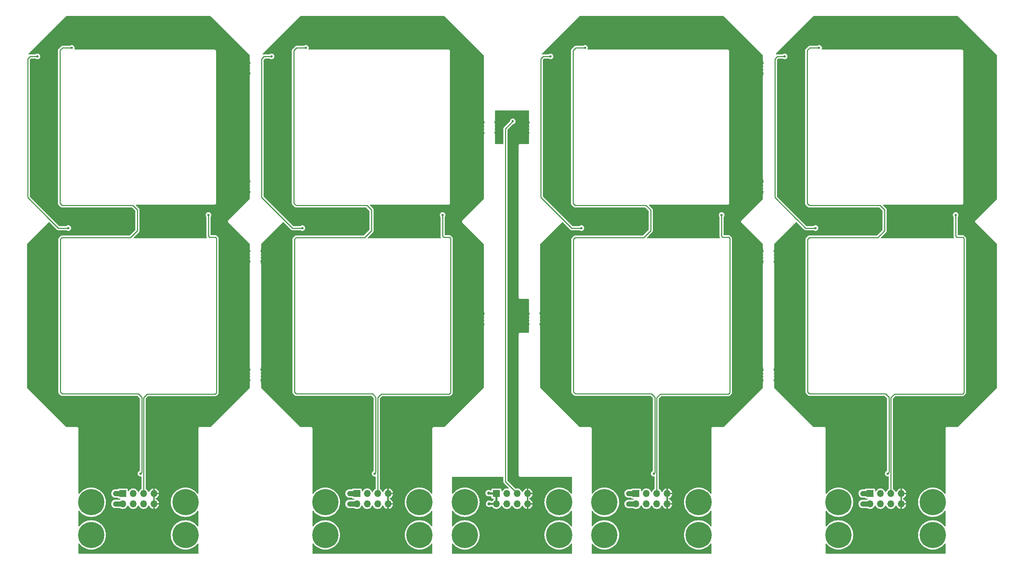
<source format=gbr>
%TF.GenerationSoftware,KiCad,Pcbnew,(6.0.4)*%
%TF.CreationDate,2022-05-27T18:55:53+02:00*%
%TF.ProjectId,Four segments and colon,466f7572-2073-4656-976d-656e74732061,rev?*%
%TF.SameCoordinates,Original*%
%TF.FileFunction,Copper,L2,Bot*%
%TF.FilePolarity,Positive*%
%FSLAX46Y46*%
G04 Gerber Fmt 4.6, Leading zero omitted, Abs format (unit mm)*
G04 Created by KiCad (PCBNEW (6.0.4)) date 2022-05-27 18:55:53*
%MOMM*%
%LPD*%
G01*
G04 APERTURE LIST*
%TA.AperFunction,ComponentPad*%
%ADD10R,1.700000X1.700000*%
%TD*%
%TA.AperFunction,ComponentPad*%
%ADD11O,1.700000X1.700000*%
%TD*%
%TA.AperFunction,ComponentPad*%
%ADD12C,0.800000*%
%TD*%
%TA.AperFunction,ComponentPad*%
%ADD13C,6.400000*%
%TD*%
%TA.AperFunction,ViaPad*%
%ADD14C,0.600000*%
%TD*%
%TA.AperFunction,ViaPad*%
%ADD15C,1.000000*%
%TD*%
%TA.AperFunction,ViaPad*%
%ADD16C,0.800000*%
%TD*%
%TA.AperFunction,Conductor*%
%ADD17C,0.254000*%
%TD*%
%TA.AperFunction,Conductor*%
%ADD18C,1.270000*%
%TD*%
%TA.AperFunction,Conductor*%
%ADD19C,0.508000*%
%TD*%
G04 APERTURE END LIST*
D10*
%TO.P,J1,1,Pin_1*%
%TO.N,+5V*%
X41070000Y-133851371D03*
D11*
%TO.P,J1,2,Pin_2*%
X41070000Y-136391371D03*
%TO.P,J1,3,Pin_3*%
%TO.N,Net-(J1-Pad3)*%
X43610000Y-133851371D03*
%TO.P,J1,4,Pin_4*%
X43610000Y-136391371D03*
%TO.P,J1,5,Pin_5*%
%TO.N,Net-(D21-Pad2)*%
X46150000Y-133851371D03*
%TO.P,J1,6,Pin_6*%
X46150000Y-136391371D03*
%TO.P,J1,7,Pin_7*%
%TO.N,GND*%
X48690000Y-133851371D03*
%TO.P,J1,8,Pin_8*%
X48690000Y-136391371D03*
%TD*%
D12*
%TO.P,H1,1,1*%
%TO.N,unconnected-(H1-Pad1)*%
X33380000Y-146381371D03*
X30980000Y-143981371D03*
X33380000Y-141581371D03*
X31682944Y-145678427D03*
X35780000Y-143981371D03*
D13*
X33380000Y-143981371D03*
D12*
X31682944Y-142284315D03*
X35077056Y-142284315D03*
X35077056Y-145678427D03*
%TD*%
%TO.P,H4,1,1*%
%TO.N,unconnected-(H4-Pad1)*%
X215771085Y-133581371D03*
X218171085Y-135981371D03*
X217468141Y-137678427D03*
X217468141Y-134284315D03*
D13*
X215771085Y-135981371D03*
D12*
X213371085Y-135981371D03*
X214074029Y-134284315D03*
X214074029Y-137678427D03*
X215771085Y-138381371D03*
%TD*%
D10*
%TO.P,J1,1,Pin_1*%
%TO.N,+5V*%
X98201400Y-133851371D03*
D11*
%TO.P,J1,2,Pin_2*%
X98201400Y-136391371D03*
%TO.P,J1,3,Pin_3*%
%TO.N,Net-(J1-Pad3)*%
X100741400Y-133851371D03*
%TO.P,J1,4,Pin_4*%
X100741400Y-136391371D03*
%TO.P,J1,5,Pin_5*%
%TO.N,Net-(D21-Pad2)*%
X103281400Y-133851371D03*
%TO.P,J1,6,Pin_6*%
X103281400Y-136391371D03*
%TO.P,J1,7,Pin_7*%
%TO.N,GND*%
X105821400Y-133851371D03*
%TO.P,J1,8,Pin_8*%
X105821400Y-136391371D03*
%TD*%
D12*
%TO.P,H4,1,1*%
%TO.N,unconnected-(H4-Pad1)*%
X90511400Y-138381371D03*
X92911400Y-135981371D03*
D13*
X90511400Y-135981371D03*
D12*
X88111400Y-135981371D03*
X88814344Y-134284315D03*
X90511400Y-133581371D03*
X92208456Y-137678427D03*
X88814344Y-137678427D03*
X92208456Y-134284315D03*
%TD*%
%TO.P,H4,1,1*%
%TO.N,unconnected-(H4-Pad1)*%
X33380000Y-138381371D03*
X35780000Y-135981371D03*
D13*
X33380000Y-135981371D03*
D12*
X30980000Y-135981371D03*
X31682944Y-134284315D03*
X33380000Y-133581371D03*
X35077056Y-137678427D03*
X31682944Y-137678427D03*
X35077056Y-134284315D03*
%TD*%
D10*
%TO.P,J1,1,Pin_1*%
%TO.N,+5V*%
X166329685Y-133851371D03*
D11*
%TO.P,J1,2,Pin_2*%
X166329685Y-136391371D03*
%TO.P,J1,3,Pin_3*%
%TO.N,Net-(J1-Pad3)*%
X168869685Y-133851371D03*
%TO.P,J1,4,Pin_4*%
X168869685Y-136391371D03*
%TO.P,J1,5,Pin_5*%
%TO.N,Net-(D21-Pad2)*%
X171409685Y-133851371D03*
%TO.P,J1,6,Pin_6*%
X171409685Y-136391371D03*
%TO.P,J1,7,Pin_7*%
%TO.N,GND*%
X173949685Y-133851371D03*
%TO.P,J1,8,Pin_8*%
X173949685Y-136391371D03*
%TD*%
D13*
%TO.P,H1,1,1*%
%TO.N,unconnected-(H1-Pad1)*%
X215771085Y-143981371D03*
D12*
X218171085Y-143981371D03*
X215771085Y-146381371D03*
X214074029Y-145678427D03*
X217468141Y-145678427D03*
X214074029Y-142284315D03*
X217468141Y-142284315D03*
X213371085Y-143981371D03*
X215771085Y-141581371D03*
%TD*%
%TO.P,H4,1,1*%
%TO.N,unconnected-(H4-Pad1)*%
X160336741Y-137678427D03*
X156239685Y-135981371D03*
X156942629Y-137678427D03*
X156942629Y-134284315D03*
X161039685Y-135981371D03*
X158639685Y-138381371D03*
X160336741Y-134284315D03*
X158639685Y-133581371D03*
D13*
X158639685Y-135981371D03*
%TD*%
D12*
%TO.P,H2,1,1*%
%TO.N,unconnected-(H2-Pad1)*%
X240468141Y-142284315D03*
X236371085Y-143981371D03*
D13*
X238771085Y-143981371D03*
D12*
X238771085Y-141581371D03*
X240468141Y-145678427D03*
X238771085Y-146381371D03*
X241171085Y-143981371D03*
X237074029Y-142284315D03*
X237074029Y-145678427D03*
%TD*%
%TO.P,H4,1,1*%
%TO.N,unconnected-(H4-Pad1)*%
X126274057Y-134284315D03*
X126977001Y-135981371D03*
D13*
X124577001Y-135981371D03*
D12*
X122177001Y-135981371D03*
X124577001Y-138381371D03*
X126274057Y-137678427D03*
X122879945Y-137678427D03*
X122879945Y-134284315D03*
X124577001Y-133581371D03*
%TD*%
%TO.P,H3,1,1*%
%TO.N,unconnected-(H3-Pad1)*%
X236371085Y-135981371D03*
D13*
X238771085Y-135981371D03*
D12*
X237074029Y-137678427D03*
X237074029Y-134284315D03*
X240468141Y-137678427D03*
X240468141Y-134284315D03*
X238771085Y-133581371D03*
X241171085Y-135981371D03*
X238771085Y-138381371D03*
%TD*%
%TO.P,H1,1,1*%
%TO.N,unconnected-(H1-Pad1)*%
X122177001Y-143981371D03*
X126977001Y-143981371D03*
X122879945Y-142284315D03*
X122879945Y-145678427D03*
D13*
X124577001Y-143981371D03*
D12*
X126274057Y-145678427D03*
X124577001Y-146381371D03*
X124577001Y-141581371D03*
X126274057Y-142284315D03*
%TD*%
%TO.P,H1,1,1*%
%TO.N,unconnected-(H1-Pad1)*%
X90511400Y-146381371D03*
X88111400Y-143981371D03*
X90511400Y-141581371D03*
X88814344Y-145678427D03*
X92911400Y-143981371D03*
D13*
X90511400Y-143981371D03*
D12*
X88814344Y-142284315D03*
X92208456Y-142284315D03*
X92208456Y-145678427D03*
%TD*%
%TO.P,H3,1,1*%
%TO.N,unconnected-(H3-Pad1)*%
X111111400Y-135981371D03*
X113511400Y-138381371D03*
X113511400Y-133581371D03*
X115208456Y-137678427D03*
X111814344Y-134284315D03*
D13*
X113511400Y-135981371D03*
D12*
X115911400Y-135981371D03*
X111814344Y-137678427D03*
X115208456Y-134284315D03*
%TD*%
%TO.P,H2,1,1*%
%TO.N,unconnected-(H2-Pad1)*%
X183336741Y-145678427D03*
X179942629Y-145678427D03*
X181639685Y-141581371D03*
X183336741Y-142284315D03*
X179239685Y-143981371D03*
X179942629Y-142284315D03*
X184039685Y-143981371D03*
D13*
X181639685Y-143981371D03*
D12*
X181639685Y-146381371D03*
%TD*%
%TO.P,H1,1,1*%
%TO.N,unconnected-(H1-Pad1)*%
X156239685Y-143981371D03*
X156942629Y-142284315D03*
D13*
X158639685Y-143981371D03*
D12*
X156942629Y-145678427D03*
X158639685Y-146381371D03*
X160336741Y-145678427D03*
X158639685Y-141581371D03*
X161039685Y-143981371D03*
X160336741Y-142284315D03*
%TD*%
%TO.P,H3,1,1*%
%TO.N,unconnected-(H3-Pad1)*%
X179239685Y-135981371D03*
X183336741Y-137678427D03*
X181639685Y-138381371D03*
X184039685Y-135981371D03*
D13*
X181639685Y-135981371D03*
D12*
X179942629Y-137678427D03*
X181639685Y-133581371D03*
X179942629Y-134284315D03*
X183336741Y-134284315D03*
%TD*%
%TO.P,H3,1,1*%
%TO.N,unconnected-(H3-Pad1)*%
X53980000Y-135981371D03*
X56380000Y-138381371D03*
X56380000Y-133581371D03*
X58077056Y-137678427D03*
X54682944Y-134284315D03*
D13*
X56380000Y-135981371D03*
D12*
X58780000Y-135981371D03*
X54682944Y-137678427D03*
X58077056Y-134284315D03*
%TD*%
%TO.P,H2,1,1*%
%TO.N,unconnected-(H2-Pad1)*%
X145879945Y-145678427D03*
X147577001Y-141581371D03*
X149977001Y-143981371D03*
D13*
X147577001Y-143981371D03*
D12*
X145177001Y-143981371D03*
X147577001Y-146381371D03*
X149274057Y-145678427D03*
X145879945Y-142284315D03*
X149274057Y-142284315D03*
%TD*%
%TO.P,H2,1,1*%
%TO.N,unconnected-(H2-Pad1)*%
X115208456Y-145678427D03*
X115208456Y-142284315D03*
X111111400Y-143981371D03*
X111814344Y-145678427D03*
X113511400Y-141581371D03*
X115911400Y-143981371D03*
X111814344Y-142284315D03*
X113511400Y-146381371D03*
D13*
X113511400Y-143981371D03*
%TD*%
D12*
%TO.P,H3,1,1*%
%TO.N,unconnected-(H3-Pad1)*%
X145177001Y-135981371D03*
X147577001Y-133581371D03*
X149977001Y-135981371D03*
D13*
X147577001Y-135981371D03*
D12*
X149274057Y-134284315D03*
X147577001Y-138381371D03*
X145879945Y-137678427D03*
X145879945Y-134284315D03*
X149274057Y-137678427D03*
%TD*%
D10*
%TO.P,J1,1,Pin_1*%
%TO.N,+5V*%
X132267001Y-133851371D03*
D11*
%TO.P,J1,2,Pin_2*%
X132267001Y-136391371D03*
%TO.P,J1,3,Pin_3*%
%TO.N,Net-(J1-Pad3)*%
X134807001Y-133851371D03*
%TO.P,J1,4,Pin_4*%
X134807001Y-136391371D03*
%TO.P,J1,5,Pin_5*%
%TO.N,Net-(D2-Pad2)*%
X137347001Y-133851371D03*
%TO.P,J1,6,Pin_6*%
X137347001Y-136391371D03*
%TO.P,J1,7,Pin_7*%
%TO.N,GND*%
X139887001Y-133851371D03*
%TO.P,J1,8,Pin_8*%
X139887001Y-136391371D03*
%TD*%
D12*
%TO.P,H2,1,1*%
%TO.N,unconnected-(H2-Pad1)*%
X58077056Y-145678427D03*
X58077056Y-142284315D03*
X53980000Y-143981371D03*
X54682944Y-145678427D03*
X56380000Y-141581371D03*
X58780000Y-143981371D03*
X54682944Y-142284315D03*
X56380000Y-146381371D03*
D13*
X56380000Y-143981371D03*
%TD*%
D10*
%TO.P,J1,1,Pin_1*%
%TO.N,+5V*%
X223461085Y-133851371D03*
D11*
%TO.P,J1,2,Pin_2*%
X223461085Y-136391371D03*
%TO.P,J1,3,Pin_3*%
%TO.N,Net-(J1-Pad3)*%
X226001085Y-133851371D03*
%TO.P,J1,4,Pin_4*%
X226001085Y-136391371D03*
%TO.P,J1,5,Pin_5*%
%TO.N,Net-(D21-Pad2)*%
X228541085Y-133851371D03*
%TO.P,J1,6,Pin_6*%
X228541085Y-136391371D03*
%TO.P,J1,7,Pin_7*%
%TO.N,GND*%
X231081085Y-133851371D03*
%TO.P,J1,8,Pin_8*%
X231081085Y-136391371D03*
%TD*%
D14*
%TO.N,Net-(D2-Pad2)*%
X136277001Y-42850000D03*
%TO.N,Net-(D18-Pad2)*%
X77371400Y-26980000D03*
X84901400Y-68950000D03*
X27770000Y-68950000D03*
X20240000Y-26980000D03*
X202631085Y-26980000D03*
X145499685Y-26980000D03*
X210161085Y-68950000D03*
X153029685Y-68950000D03*
%TO.N,Net-(D1-Pad4)*%
X227801085Y-128990000D03*
X153909685Y-24900000D03*
X170669685Y-128990000D03*
X28650000Y-24900000D03*
X85781400Y-24900000D03*
X102541400Y-128990000D03*
X211041085Y-24900000D03*
X45410000Y-128990000D03*
%TO.N,Net-(D21-Pad2)*%
X119121400Y-65770000D03*
X187249685Y-65770000D03*
X244381085Y-65770000D03*
X61990000Y-65770000D03*
D15*
%TO.N,+5V*%
X221671085Y-136390000D03*
X96411400Y-133850000D03*
D16*
X130377001Y-133750000D03*
D15*
X39280000Y-136390000D03*
X221671085Y-133850000D03*
X96411400Y-136390000D03*
X164539685Y-136390000D03*
X39280000Y-133850000D03*
X164539685Y-133850000D03*
D16*
X130477001Y-136350000D03*
%TO.N,GND*%
X69580000Y-26950000D03*
X201671085Y-81250000D03*
X145639685Y-61550000D03*
X145439685Y-35450000D03*
X187439685Y-114750000D03*
D14*
X139877001Y-47250000D03*
D16*
X195239685Y-39850000D03*
D15*
X175829685Y-133840000D03*
D16*
X195439685Y-52750000D03*
X195539685Y-98950000D03*
D15*
X163839685Y-130520000D03*
D16*
X202971085Y-107650000D03*
D15*
X175829685Y-136400000D03*
D16*
X20580000Y-107650000D03*
X141677001Y-133850000D03*
X252571085Y-86250000D03*
D15*
X220971085Y-130520000D03*
D16*
X161339685Y-115250000D03*
X111011400Y-64750000D03*
X223271085Y-64850000D03*
X70180000Y-86250000D03*
D15*
X232961085Y-136400000D03*
D16*
X53880000Y-64750000D03*
X69580000Y-73150000D03*
X202071085Y-48650000D03*
X252371085Y-39850000D03*
X27980000Y-64750000D03*
X251971085Y-73150000D03*
X231471085Y-115150000D03*
X145839685Y-107650000D03*
X145039685Y-94650000D03*
X19780000Y-94650000D03*
X224771085Y-17850000D03*
X202771085Y-61550000D03*
X36080000Y-115250000D03*
X29480000Y-18050000D03*
X202571085Y-35450000D03*
X179139685Y-64750000D03*
X252671085Y-98950000D03*
X62180000Y-114750000D03*
X69980000Y-39850000D03*
X127111400Y-39850000D03*
X40880000Y-64850000D03*
X55480000Y-17850000D03*
X211871085Y-18050000D03*
X19680000Y-48650000D03*
X166139685Y-64850000D03*
X20180000Y-35450000D03*
X127311400Y-52750000D03*
X141677001Y-136350000D03*
X126711400Y-26950000D03*
X42380000Y-17850000D03*
X174339685Y-115150000D03*
X251971085Y-26950000D03*
X154739685Y-18050000D03*
X99511400Y-17850000D03*
X20380000Y-61550000D03*
X144939685Y-48650000D03*
X210371085Y-64750000D03*
X70180000Y-52750000D03*
X76811400Y-48650000D03*
D15*
X50570000Y-133840000D03*
D14*
X136177001Y-44450000D03*
D15*
X232961085Y-133840000D03*
D16*
X70280000Y-98950000D03*
D15*
X50570000Y-136400000D03*
D16*
X180739685Y-17850000D03*
X126711400Y-73150000D03*
X98011400Y-64850000D03*
X218471085Y-115250000D03*
X112611400Y-17850000D03*
X167639685Y-17850000D03*
X194839685Y-73150000D03*
X77711400Y-107650000D03*
X76911400Y-94650000D03*
X252571085Y-52750000D03*
X194839685Y-26950000D03*
X129877001Y-130550000D03*
X106211400Y-115150000D03*
X86611400Y-18050000D03*
D14*
X139777001Y-93550000D03*
D16*
X195439685Y-86250000D03*
X119311400Y-114750000D03*
X153239685Y-64750000D03*
X236271085Y-64750000D03*
X76411400Y-81250000D03*
D15*
X107701400Y-136400000D03*
D16*
X49080000Y-115150000D03*
X202171085Y-94650000D03*
D15*
X38580000Y-130520000D03*
D16*
X127411400Y-98950000D03*
X244571085Y-114750000D03*
X93211400Y-115250000D03*
D15*
X95711400Y-130520000D03*
D16*
X19280000Y-81250000D03*
X77511400Y-61550000D03*
D15*
X107701400Y-133840000D03*
D14*
X135877001Y-89750000D03*
D16*
X237871085Y-17850000D03*
X85111400Y-64750000D03*
X127311400Y-86250000D03*
X77311400Y-35450000D03*
X144539685Y-81250000D03*
%TD*%
D17*
%TO.N,Net-(D2-Pad2)*%
X134477001Y-130981371D02*
X137347001Y-133851371D01*
X136277001Y-42850000D02*
X134477001Y-44650000D01*
X134477001Y-44650000D02*
X134477001Y-130981371D01*
%TO.N,Net-(D18-Pad2)*%
X200241085Y-27580000D02*
X200241085Y-61460000D01*
X148489685Y-66840000D02*
X148589685Y-66940000D01*
X23230000Y-66840000D02*
X23330000Y-66940000D01*
X17850000Y-27580000D02*
X17850000Y-61460000D01*
X143109685Y-27580000D02*
X143109685Y-61460000D01*
X25340000Y-68950000D02*
X23330000Y-66940000D01*
X84901400Y-68950000D02*
X82471400Y-68950000D01*
X143709685Y-26980000D02*
X143109685Y-27580000D01*
X210161085Y-68950000D02*
X207731085Y-68950000D01*
X18450000Y-26980000D02*
X17850000Y-27580000D01*
X77371400Y-26980000D02*
X75581400Y-26980000D01*
X80361400Y-66840000D02*
X80461400Y-66940000D01*
X205621085Y-66840000D02*
X205721085Y-66940000D01*
X143109685Y-61460000D02*
X148489685Y-66840000D01*
X145499685Y-26980000D02*
X143709685Y-26980000D01*
X153029685Y-68950000D02*
X150599685Y-68950000D01*
X75581400Y-26980000D02*
X74981400Y-27580000D01*
X74981400Y-27580000D02*
X74981400Y-61460000D01*
X150599685Y-68950000D02*
X148589685Y-66940000D01*
X200241085Y-61460000D02*
X205621085Y-66840000D01*
X27770000Y-68950000D02*
X25340000Y-68950000D01*
X17850000Y-61460000D02*
X23230000Y-66840000D01*
X82471400Y-68950000D02*
X80461400Y-66940000D01*
X200841085Y-26980000D02*
X200241085Y-27580000D01*
X207731085Y-68950000D02*
X205721085Y-66940000D01*
X20240000Y-26980000D02*
X18450000Y-26980000D01*
X74981400Y-61460000D02*
X80361400Y-66840000D01*
X202631085Y-26980000D02*
X200841085Y-26980000D01*
%TO.N,Net-(D1-Pad4)*%
X169909685Y-64520000D02*
X168859685Y-63470000D01*
X228087565Y-128703520D02*
X228087565Y-110296480D01*
X26220000Y-71300000D02*
X26240000Y-71280000D01*
X25720000Y-25550000D02*
X26370000Y-24900000D01*
X83481400Y-109480000D02*
X83411400Y-109480000D01*
X42920000Y-71280000D02*
X42980000Y-71280000D01*
X42980000Y-71280000D02*
X44650000Y-69610000D01*
X151089685Y-71690000D02*
X151479685Y-71300000D01*
X151509685Y-63410000D02*
X150979685Y-62880000D01*
X151499685Y-71280000D02*
X168179685Y-71280000D01*
X102541400Y-128990000D02*
X102827880Y-128703520D01*
X168859685Y-63470000D02*
X168799685Y-63410000D01*
X44650000Y-64520000D02*
X43600000Y-63470000D01*
X208641085Y-63410000D02*
X208111085Y-62880000D01*
X82961400Y-109030000D02*
X82961400Y-71690000D01*
X170139685Y-109480000D02*
X151609685Y-109480000D01*
X151629685Y-24900000D02*
X153909685Y-24900000D01*
X26350000Y-109480000D02*
X26280000Y-109480000D01*
X44880000Y-109480000D02*
X26350000Y-109480000D01*
X228087565Y-110296480D02*
X227271085Y-109480000D01*
X227801085Y-128990000D02*
X228087565Y-128703520D01*
X26240000Y-71280000D02*
X42920000Y-71280000D01*
X225931085Y-63410000D02*
X208641085Y-63410000D01*
X102011400Y-109480000D02*
X83481400Y-109480000D01*
X83501400Y-24900000D02*
X85781400Y-24900000D01*
X150979685Y-25550000D02*
X151629685Y-24900000D01*
X101781400Y-64520000D02*
X100731400Y-63470000D01*
X151089685Y-109030000D02*
X151089685Y-71690000D01*
X150979685Y-62880000D02*
X150979685Y-25550000D01*
X26280000Y-109480000D02*
X25830000Y-109030000D01*
X168179685Y-71280000D02*
X168239685Y-71280000D01*
X43540000Y-63410000D02*
X26250000Y-63410000D01*
X45696480Y-110296480D02*
X44880000Y-109480000D01*
X227041085Y-64520000D02*
X225991085Y-63470000D01*
X45410000Y-128990000D02*
X45696480Y-128703520D01*
X208111085Y-62880000D02*
X208111085Y-25550000D01*
X208741085Y-109480000D02*
X208671085Y-109480000D01*
X26250000Y-63410000D02*
X25720000Y-62880000D01*
X151609685Y-109480000D02*
X151539685Y-109480000D01*
X82961400Y-71690000D02*
X83351400Y-71300000D01*
X83351400Y-71300000D02*
X83371400Y-71280000D01*
X168799685Y-63410000D02*
X151509685Y-63410000D01*
X82851400Y-62880000D02*
X82851400Y-25550000D01*
X170956165Y-128703520D02*
X170956165Y-110296480D01*
X225991085Y-63470000D02*
X225931085Y-63410000D01*
X208221085Y-71690000D02*
X208611085Y-71300000D01*
X168239685Y-71280000D02*
X169909685Y-69610000D01*
X45696480Y-128703520D02*
X45696480Y-110296480D01*
X83381400Y-63410000D02*
X82851400Y-62880000D01*
X100731400Y-63470000D02*
X100671400Y-63410000D01*
X151539685Y-109480000D02*
X151089685Y-109030000D01*
X83371400Y-71280000D02*
X100051400Y-71280000D01*
X208631085Y-71280000D02*
X225311085Y-71280000D01*
X208111085Y-25550000D02*
X208761085Y-24900000D01*
X227271085Y-109480000D02*
X208741085Y-109480000D01*
X25830000Y-109030000D02*
X25830000Y-71690000D01*
X44650000Y-69610000D02*
X44650000Y-64520000D01*
X102827880Y-128703520D02*
X102827880Y-110296480D01*
X227041085Y-69610000D02*
X227041085Y-64520000D01*
X100671400Y-63410000D02*
X83381400Y-63410000D01*
X208611085Y-71300000D02*
X208631085Y-71280000D01*
X43600000Y-63470000D02*
X43540000Y-63410000D01*
X208671085Y-109480000D02*
X208221085Y-109030000D01*
X225371085Y-71280000D02*
X227041085Y-69610000D01*
X26370000Y-24900000D02*
X28650000Y-24900000D01*
X208761085Y-24900000D02*
X211041085Y-24900000D01*
X83411400Y-109480000D02*
X82961400Y-109030000D01*
X100111400Y-71280000D02*
X101781400Y-69610000D01*
X170669685Y-128990000D02*
X170956165Y-128703520D01*
X100051400Y-71280000D02*
X100111400Y-71280000D01*
X151479685Y-71300000D02*
X151499685Y-71280000D01*
X170956165Y-110296480D02*
X170139685Y-109480000D01*
X82851400Y-25550000D02*
X83501400Y-24900000D01*
X101781400Y-69610000D02*
X101781400Y-64520000D01*
X25720000Y-62880000D02*
X25720000Y-25550000D01*
X208221085Y-109030000D02*
X208221085Y-71690000D01*
X225311085Y-71280000D02*
X225371085Y-71280000D01*
X169909685Y-69610000D02*
X169909685Y-64520000D01*
X25830000Y-71690000D02*
X26220000Y-71300000D01*
X102827880Y-110296480D02*
X102011400Y-109480000D01*
%TO.N,Net-(D21-Pad2)*%
X61990000Y-70970000D02*
X62250000Y-71230000D01*
X46150000Y-110420000D02*
X46150000Y-133851371D01*
X62250000Y-71230000D02*
X63720000Y-71230000D01*
X120851400Y-71230000D02*
X121101400Y-71480000D01*
X189229685Y-71480000D02*
X189229685Y-109190000D01*
X104171400Y-109530000D02*
X103281400Y-110420000D01*
X188979685Y-71230000D02*
X189229685Y-71480000D01*
X187249685Y-65770000D02*
X187249685Y-70970000D01*
X244381085Y-70970000D02*
X244641085Y-71230000D01*
X103281400Y-110420000D02*
X103281400Y-133851371D01*
X188889685Y-109530000D02*
X172299685Y-109530000D01*
X63720000Y-71230000D02*
X63970000Y-71480000D01*
X246021085Y-109530000D02*
X229431085Y-109530000D01*
X246111085Y-71230000D02*
X246361085Y-71480000D01*
X229431085Y-109530000D02*
X228541085Y-110420000D01*
X228541085Y-110420000D02*
X228541085Y-133851371D01*
X171409685Y-110420000D02*
X171409685Y-133851371D01*
X244381085Y-65770000D02*
X244381085Y-70970000D01*
X244641085Y-71230000D02*
X246111085Y-71230000D01*
X121101400Y-71480000D02*
X121101400Y-109190000D01*
X119121400Y-65770000D02*
X119121400Y-70970000D01*
X172299685Y-109530000D02*
X171409685Y-110420000D01*
X121101400Y-109190000D02*
X120761400Y-109530000D01*
X246361085Y-109190000D02*
X246021085Y-109530000D01*
X119121400Y-70970000D02*
X119381400Y-71230000D01*
X61990000Y-65770000D02*
X61990000Y-70970000D01*
X119381400Y-71230000D02*
X120851400Y-71230000D01*
X63970000Y-71480000D02*
X63970000Y-109190000D01*
X47040000Y-109530000D02*
X46150000Y-110420000D01*
X189229685Y-109190000D02*
X188889685Y-109530000D01*
X63970000Y-109190000D02*
X63630000Y-109530000D01*
X246361085Y-71480000D02*
X246361085Y-109190000D01*
X120761400Y-109530000D02*
X104171400Y-109530000D01*
X187509685Y-71230000D02*
X188979685Y-71230000D01*
X187249685Y-70970000D02*
X187509685Y-71230000D01*
X63630000Y-109530000D02*
X47040000Y-109530000D01*
D18*
%TO.N,+5V*%
X96412771Y-133851371D02*
X96411400Y-133850000D01*
D19*
X130518372Y-136391371D02*
X130477001Y-136350000D01*
X132267001Y-133851371D02*
X130478372Y-133851371D01*
D18*
X166329685Y-133851371D02*
X164541056Y-133851371D01*
X223461085Y-133851371D02*
X221672456Y-133851371D01*
X221672456Y-133851371D02*
X221671085Y-133850000D01*
X96412771Y-136391371D02*
X96411400Y-136390000D01*
X39281371Y-136391371D02*
X39280000Y-136390000D01*
X223461085Y-136391371D02*
X221672456Y-136391371D01*
X41070000Y-136391371D02*
X39281371Y-136391371D01*
X98201400Y-133851371D02*
X96412771Y-133851371D01*
D19*
X130478372Y-133851371D02*
X130377001Y-133750000D01*
D18*
X39281371Y-133851371D02*
X39280000Y-133850000D01*
D19*
X132267001Y-136391371D02*
X130518372Y-136391371D01*
D18*
X98201400Y-136391371D02*
X96412771Y-136391371D01*
X164541056Y-133851371D02*
X164539685Y-133850000D01*
X166329685Y-136391371D02*
X164541056Y-136391371D01*
D19*
X132267001Y-133851371D02*
X132267001Y-136391371D01*
D18*
X41070000Y-133851371D02*
X39281371Y-133851371D01*
X164541056Y-136391371D02*
X164539685Y-136390000D01*
X221672456Y-136391371D02*
X221671085Y-136390000D01*
%TD*%
%TA.AperFunction,Conductor*%
%TO.N,GND*%
G36*
X62455273Y-17119631D02*
G01*
X62476247Y-17136534D01*
X72027783Y-26688070D01*
X72061809Y-26750382D01*
X72064688Y-26777160D01*
X72064696Y-27508502D01*
X72064699Y-27810104D01*
X72063148Y-27829812D01*
X72059951Y-27850000D01*
X72059985Y-27850212D01*
X72078867Y-28078084D01*
X72080148Y-28083142D01*
X72080148Y-28083143D01*
X72093955Y-28137664D01*
X72135050Y-28299947D01*
X72226984Y-28509536D01*
X72229832Y-28513895D01*
X72229833Y-28513897D01*
X72236935Y-28524767D01*
X72257448Y-28592735D01*
X72237959Y-28661005D01*
X72228539Y-28673995D01*
X72158269Y-28758936D01*
X72090334Y-28903305D01*
X72060437Y-29060033D01*
X72070456Y-29219272D01*
X72072906Y-29226812D01*
X72072906Y-29226813D01*
X72095108Y-29295144D01*
X72119760Y-29371017D01*
X72124008Y-29377710D01*
X72124009Y-29377713D01*
X72142023Y-29406099D01*
X72161636Y-29474333D01*
X72149646Y-29527261D01*
X72090334Y-29653305D01*
X72060437Y-29810033D01*
X72062969Y-29850273D01*
X72069484Y-29953817D01*
X72070456Y-29969272D01*
X72119760Y-30121017D01*
X72124008Y-30127710D01*
X72124009Y-30127713D01*
X72142023Y-30156099D01*
X72161636Y-30224333D01*
X72149646Y-30277261D01*
X72090334Y-30403305D01*
X72060437Y-30560033D01*
X72070456Y-30719272D01*
X72119760Y-30871017D01*
X72205254Y-31005732D01*
X72211031Y-31011157D01*
X72216507Y-31016299D01*
X72252473Y-31077511D01*
X72249636Y-31148451D01*
X72235738Y-31177065D01*
X72226984Y-31190464D01*
X72135050Y-31400053D01*
X72133772Y-31405101D01*
X72133770Y-31405106D01*
X72080148Y-31616857D01*
X72078867Y-31621916D01*
X72065688Y-31780968D01*
X72065383Y-31783024D01*
X72065184Y-31783589D01*
X72064700Y-31789177D01*
X72064700Y-31791757D01*
X72064406Y-31796432D01*
X72059985Y-31849788D01*
X72059951Y-31850000D01*
X72061512Y-31859855D01*
X72063149Y-31870191D01*
X72064700Y-31889902D01*
X72064700Y-56810098D01*
X72063149Y-56829808D01*
X72059951Y-56850000D01*
X72059985Y-56850212D01*
X72078867Y-57078084D01*
X72080148Y-57083142D01*
X72080148Y-57083143D01*
X72093955Y-57137664D01*
X72135050Y-57299947D01*
X72226984Y-57509536D01*
X72229832Y-57513895D01*
X72229833Y-57513897D01*
X72236935Y-57524767D01*
X72257448Y-57592735D01*
X72237959Y-57661005D01*
X72228539Y-57673995D01*
X72158269Y-57758936D01*
X72090334Y-57903305D01*
X72060437Y-58060033D01*
X72070456Y-58219272D01*
X72072906Y-58226812D01*
X72072906Y-58226813D01*
X72095108Y-58295144D01*
X72119760Y-58371017D01*
X72124008Y-58377710D01*
X72124009Y-58377713D01*
X72142023Y-58406099D01*
X72161636Y-58474333D01*
X72149646Y-58527261D01*
X72090334Y-58653305D01*
X72060437Y-58810033D01*
X72062969Y-58850273D01*
X72069484Y-58953817D01*
X72070456Y-58969272D01*
X72119760Y-59121017D01*
X72124008Y-59127710D01*
X72124009Y-59127713D01*
X72142023Y-59156099D01*
X72161636Y-59224333D01*
X72149646Y-59277261D01*
X72090334Y-59403305D01*
X72060437Y-59560033D01*
X72070456Y-59719272D01*
X72119760Y-59871017D01*
X72205254Y-60005732D01*
X72211031Y-60011157D01*
X72216507Y-60016299D01*
X72252473Y-60077511D01*
X72249636Y-60148451D01*
X72235738Y-60177065D01*
X72226984Y-60190464D01*
X72135050Y-60400053D01*
X72133772Y-60405101D01*
X72133770Y-60405106D01*
X72080148Y-60616857D01*
X72078867Y-60621916D01*
X72078437Y-60627107D01*
X72078436Y-60627112D01*
X72065688Y-60780967D01*
X72065383Y-60783020D01*
X72065185Y-60783584D01*
X72064701Y-60789172D01*
X72064701Y-60791764D01*
X72064409Y-60796395D01*
X72059985Y-60849788D01*
X72059951Y-60850000D01*
X72061512Y-60859853D01*
X72063149Y-60870189D01*
X72064700Y-60889901D01*
X72064696Y-61223966D01*
X72064688Y-61791466D01*
X72044685Y-61859586D01*
X72027783Y-61880559D01*
X66843469Y-67064873D01*
X66835450Y-67072228D01*
X66811413Y-67092433D01*
X66811409Y-67092438D01*
X66803437Y-67099139D01*
X66798065Y-67108062D01*
X66781004Y-67136400D01*
X66775574Y-67144667D01*
X66757180Y-67170408D01*
X66750278Y-67180066D01*
X66747294Y-67190041D01*
X66745165Y-67194388D01*
X66743384Y-67198885D01*
X66738014Y-67207806D01*
X66735823Y-67217983D01*
X66735821Y-67217988D01*
X66728857Y-67250334D01*
X66726397Y-67259914D01*
X66716919Y-67291607D01*
X66716918Y-67291611D01*
X66713935Y-67301587D01*
X66714344Y-67311993D01*
X66713737Y-67316796D01*
X66713509Y-67321625D01*
X66711318Y-67331804D01*
X66712542Y-67342144D01*
X66716430Y-67375001D01*
X66717206Y-67384862D01*
X66718505Y-67417923D01*
X66718914Y-67428330D01*
X66722673Y-67438046D01*
X66723652Y-67442772D01*
X66725002Y-67447418D01*
X66726226Y-67457765D01*
X66730734Y-67467153D01*
X66730736Y-67467159D01*
X66745055Y-67496977D01*
X66748984Y-67506057D01*
X66760921Y-67536912D01*
X66760923Y-67536915D01*
X66764680Y-67546627D01*
X66771379Y-67554596D01*
X66775418Y-67561426D01*
X66777702Y-67564962D01*
X66781132Y-67572106D01*
X66784741Y-67576399D01*
X66812030Y-67603688D01*
X66819385Y-67611707D01*
X66839595Y-67635749D01*
X66839597Y-67635751D01*
X66846296Y-67643720D01*
X66855214Y-67649089D01*
X66863137Y-67655856D01*
X66862726Y-67656337D01*
X66871689Y-67663347D01*
X72027783Y-72819441D01*
X72061809Y-72881753D01*
X72064688Y-72908534D01*
X72064699Y-73810103D01*
X72063148Y-73829811D01*
X72059951Y-73850000D01*
X72059985Y-73850212D01*
X72060984Y-73862270D01*
X72060984Y-73862271D01*
X72065688Y-73919033D01*
X72078867Y-74078084D01*
X72080148Y-74083142D01*
X72080148Y-74083143D01*
X72093955Y-74137664D01*
X72135050Y-74299947D01*
X72226984Y-74509536D01*
X72229832Y-74513895D01*
X72229833Y-74513897D01*
X72236935Y-74524767D01*
X72257448Y-74592735D01*
X72237959Y-74661005D01*
X72228539Y-74673995D01*
X72158269Y-74758936D01*
X72090334Y-74903305D01*
X72060437Y-75060033D01*
X72070456Y-75219272D01*
X72072906Y-75226812D01*
X72072906Y-75226813D01*
X72093082Y-75288908D01*
X72119760Y-75371017D01*
X72124008Y-75377710D01*
X72124009Y-75377713D01*
X72142023Y-75406099D01*
X72161636Y-75474333D01*
X72149646Y-75527261D01*
X72090334Y-75653305D01*
X72060437Y-75810033D01*
X72064971Y-75882100D01*
X72069484Y-75953817D01*
X72070456Y-75969272D01*
X72119760Y-76121017D01*
X72124008Y-76127710D01*
X72124009Y-76127713D01*
X72142023Y-76156099D01*
X72161636Y-76224333D01*
X72149646Y-76277261D01*
X72090334Y-76403305D01*
X72060437Y-76560033D01*
X72070456Y-76719272D01*
X72119760Y-76871017D01*
X72205254Y-77005732D01*
X72211031Y-77011157D01*
X72216507Y-77016299D01*
X72252473Y-77077511D01*
X72249636Y-77148451D01*
X72235738Y-77177065D01*
X72226984Y-77190464D01*
X72135050Y-77400053D01*
X72133772Y-77405101D01*
X72133770Y-77405106D01*
X72080148Y-77616857D01*
X72078867Y-77621916D01*
X72065688Y-77780968D01*
X72065383Y-77783024D01*
X72065184Y-77783589D01*
X72064700Y-77789177D01*
X72064700Y-77791757D01*
X72064406Y-77796432D01*
X72059985Y-77849788D01*
X72059951Y-77850000D01*
X72061512Y-77859855D01*
X72063149Y-77870191D01*
X72064700Y-77889902D01*
X72064700Y-102810098D01*
X72063149Y-102829808D01*
X72059951Y-102850000D01*
X72059985Y-102850212D01*
X72060984Y-102862270D01*
X72060984Y-102862271D01*
X72065688Y-102919032D01*
X72078867Y-103078084D01*
X72080148Y-103083142D01*
X72080148Y-103083143D01*
X72093955Y-103137664D01*
X72135050Y-103299947D01*
X72226984Y-103509536D01*
X72229832Y-103513895D01*
X72229833Y-103513897D01*
X72236935Y-103524767D01*
X72257448Y-103592735D01*
X72237959Y-103661005D01*
X72228539Y-103673995D01*
X72158269Y-103758936D01*
X72090334Y-103903305D01*
X72060437Y-104060033D01*
X72070456Y-104219272D01*
X72072906Y-104226812D01*
X72072906Y-104226813D01*
X72093082Y-104288908D01*
X72119760Y-104371017D01*
X72124008Y-104377710D01*
X72124009Y-104377713D01*
X72142023Y-104406099D01*
X72161636Y-104474333D01*
X72149646Y-104527261D01*
X72090334Y-104653305D01*
X72060437Y-104810033D01*
X72064971Y-104882100D01*
X72069484Y-104953817D01*
X72070456Y-104969272D01*
X72119760Y-105121017D01*
X72124008Y-105127710D01*
X72124009Y-105127713D01*
X72142023Y-105156099D01*
X72161636Y-105224333D01*
X72149646Y-105277261D01*
X72090334Y-105403305D01*
X72060437Y-105560033D01*
X72070456Y-105719272D01*
X72119760Y-105871017D01*
X72205254Y-106005732D01*
X72211031Y-106011157D01*
X72216507Y-106016299D01*
X72252473Y-106077511D01*
X72249636Y-106148451D01*
X72235738Y-106177065D01*
X72226984Y-106190464D01*
X72135050Y-106400053D01*
X72133772Y-106405101D01*
X72133770Y-106405106D01*
X72080148Y-106616857D01*
X72078867Y-106621916D01*
X72065688Y-106780968D01*
X72065383Y-106783021D01*
X72065185Y-106783585D01*
X72064701Y-106789173D01*
X72064701Y-106791763D01*
X72064409Y-106796401D01*
X72059985Y-106849788D01*
X72059951Y-106850000D01*
X72061512Y-106859853D01*
X72063149Y-106870189D01*
X72064700Y-106889902D01*
X72064688Y-107922836D01*
X72044685Y-107990957D01*
X72027783Y-108011930D01*
X62476247Y-117563466D01*
X62413935Y-117597492D01*
X62387152Y-117600371D01*
X59902214Y-117600371D01*
X59891344Y-117599901D01*
X59849694Y-117596294D01*
X59839587Y-117598805D01*
X59839581Y-117598805D01*
X59807475Y-117606780D01*
X59797792Y-117608786D01*
X59785393Y-117610850D01*
X59754881Y-117615929D01*
X59745716Y-117620874D01*
X59741152Y-117622437D01*
X59736708Y-117624360D01*
X59726594Y-117626872D01*
X59701799Y-117642882D01*
X59690056Y-117650464D01*
X59681543Y-117655499D01*
X59652416Y-117671215D01*
X59652414Y-117671216D01*
X59643254Y-117676159D01*
X59636189Y-117683802D01*
X59632368Y-117686766D01*
X59628784Y-117690028D01*
X59620037Y-117695675D01*
X59593094Y-117729852D01*
X59586686Y-117737354D01*
X59557154Y-117769301D01*
X59552943Y-117778827D01*
X59550297Y-117782855D01*
X59547961Y-117787103D01*
X59541511Y-117795285D01*
X59538060Y-117805112D01*
X59527099Y-117836325D01*
X59523456Y-117845524D01*
X59505867Y-117885310D01*
X59504968Y-117895686D01*
X59503001Y-117903349D01*
X59502113Y-117907475D01*
X59499484Y-117914960D01*
X59499000Y-117920548D01*
X59499000Y-117959157D01*
X59498530Y-117970027D01*
X59494923Y-118011677D01*
X59497434Y-118021786D01*
X59498251Y-118032167D01*
X59497619Y-118032217D01*
X59499000Y-118043505D01*
X59499000Y-133786143D01*
X59478998Y-133854264D01*
X59425342Y-133900757D01*
X59355068Y-133910861D01*
X59290488Y-133881367D01*
X59275080Y-133865437D01*
X59109426Y-133660871D01*
X59045226Y-133581591D01*
X58779780Y-133316145D01*
X58488042Y-133079900D01*
X58304425Y-132960658D01*
X58175977Y-132877243D01*
X58175974Y-132877241D01*
X58173208Y-132875445D01*
X58170274Y-132873950D01*
X58170267Y-132873946D01*
X57841666Y-132706516D01*
X57838726Y-132705018D01*
X57488263Y-132570488D01*
X57125658Y-132473328D01*
X56928606Y-132442118D01*
X56758130Y-132415117D01*
X56758122Y-132415116D01*
X56754882Y-132414603D01*
X56380000Y-132394956D01*
X56005118Y-132414603D01*
X56001878Y-132415116D01*
X56001870Y-132415117D01*
X55831394Y-132442118D01*
X55634342Y-132473328D01*
X55271737Y-132570488D01*
X54921274Y-132705018D01*
X54918334Y-132706516D01*
X54589734Y-132873946D01*
X54589727Y-132873950D01*
X54586793Y-132875445D01*
X54584027Y-132877241D01*
X54584024Y-132877243D01*
X54441469Y-132969819D01*
X54271958Y-133079900D01*
X53980220Y-133316145D01*
X53714774Y-133581591D01*
X53478529Y-133873329D01*
X53274074Y-134188164D01*
X53272579Y-134191098D01*
X53272575Y-134191105D01*
X53128572Y-134473727D01*
X53103647Y-134522645D01*
X53071046Y-134607573D01*
X52970932Y-134868381D01*
X52969117Y-134873108D01*
X52871957Y-135235713D01*
X52847662Y-135389107D01*
X52814774Y-135596754D01*
X52813232Y-135606489D01*
X52793585Y-135981371D01*
X52813232Y-136356253D01*
X52813745Y-136359493D01*
X52813746Y-136359501D01*
X52818794Y-136391371D01*
X52871957Y-136727029D01*
X52969117Y-137089634D01*
X52970302Y-137092722D01*
X52970303Y-137092724D01*
X52991358Y-137147573D01*
X53103647Y-137440097D01*
X53105145Y-137443037D01*
X53189847Y-137609273D01*
X53274074Y-137774578D01*
X53478529Y-138089413D01*
X53714774Y-138381151D01*
X53980220Y-138646597D01*
X54271958Y-138882842D01*
X54586792Y-139087297D01*
X54589726Y-139088792D01*
X54589733Y-139088796D01*
X54918334Y-139256226D01*
X54921274Y-139257724D01*
X55271737Y-139392254D01*
X55634342Y-139489414D01*
X55831394Y-139520624D01*
X56001870Y-139547625D01*
X56001878Y-139547626D01*
X56005118Y-139548139D01*
X56380000Y-139567786D01*
X56754882Y-139548139D01*
X56758122Y-139547626D01*
X56758130Y-139547625D01*
X56928606Y-139520624D01*
X57125658Y-139489414D01*
X57488263Y-139392254D01*
X57838726Y-139257724D01*
X57841666Y-139256226D01*
X58170267Y-139088796D01*
X58170274Y-139088792D01*
X58173208Y-139087297D01*
X58488042Y-138882842D01*
X58779780Y-138646597D01*
X59045226Y-138381151D01*
X59275080Y-138097305D01*
X59333494Y-138056953D01*
X59404451Y-138054587D01*
X59465423Y-138090960D01*
X59497051Y-138154522D01*
X59499000Y-138176599D01*
X59499000Y-141786143D01*
X59478998Y-141854264D01*
X59425342Y-141900757D01*
X59355068Y-141910861D01*
X59290488Y-141881367D01*
X59275080Y-141865437D01*
X59047311Y-141584166D01*
X59045226Y-141581591D01*
X58779780Y-141316145D01*
X58488042Y-141079900D01*
X58173208Y-140875445D01*
X58170274Y-140873950D01*
X58170267Y-140873946D01*
X57841666Y-140706516D01*
X57838726Y-140705018D01*
X57488263Y-140570488D01*
X57125658Y-140473328D01*
X56928606Y-140442118D01*
X56758130Y-140415117D01*
X56758122Y-140415116D01*
X56754882Y-140414603D01*
X56380000Y-140394956D01*
X56005118Y-140414603D01*
X56001878Y-140415116D01*
X56001870Y-140415117D01*
X55831394Y-140442118D01*
X55634342Y-140473328D01*
X55271737Y-140570488D01*
X54921274Y-140705018D01*
X54918334Y-140706516D01*
X54589734Y-140873946D01*
X54589727Y-140873950D01*
X54586793Y-140875445D01*
X54271958Y-141079900D01*
X53980220Y-141316145D01*
X53714774Y-141581591D01*
X53478529Y-141873329D01*
X53274074Y-142188164D01*
X53103647Y-142522645D01*
X52969117Y-142873108D01*
X52871957Y-143235713D01*
X52813232Y-143606489D01*
X52793585Y-143981371D01*
X52813232Y-144356253D01*
X52871957Y-144727029D01*
X52969117Y-145089634D01*
X53103647Y-145440097D01*
X53274074Y-145774578D01*
X53478529Y-146089413D01*
X53714774Y-146381151D01*
X53980220Y-146646597D01*
X54271958Y-146882842D01*
X54586792Y-147087297D01*
X54589726Y-147088792D01*
X54589733Y-147088796D01*
X54918334Y-147256226D01*
X54921274Y-147257724D01*
X55271737Y-147392254D01*
X55634342Y-147489414D01*
X55831394Y-147520624D01*
X56001870Y-147547625D01*
X56001878Y-147547626D01*
X56005118Y-147548139D01*
X56380000Y-147567786D01*
X56754882Y-147548139D01*
X56758122Y-147547626D01*
X56758130Y-147547625D01*
X56928606Y-147520624D01*
X57125658Y-147489414D01*
X57488263Y-147392254D01*
X57838726Y-147257724D01*
X57841666Y-147256226D01*
X58170267Y-147088796D01*
X58170274Y-147088792D01*
X58173208Y-147087297D01*
X58488042Y-146882842D01*
X58779780Y-146646597D01*
X59045226Y-146381151D01*
X59275080Y-146097305D01*
X59333494Y-146056953D01*
X59404451Y-146054587D01*
X59465423Y-146090960D01*
X59497051Y-146154522D01*
X59499000Y-146176599D01*
X59499000Y-148474371D01*
X59478998Y-148542492D01*
X59425342Y-148588985D01*
X59373000Y-148600371D01*
X30387000Y-148600371D01*
X30318879Y-148580369D01*
X30272386Y-148526713D01*
X30261000Y-148474371D01*
X30261000Y-146176599D01*
X30281002Y-146108478D01*
X30334658Y-146061985D01*
X30404932Y-146051881D01*
X30469512Y-146081375D01*
X30484919Y-146097304D01*
X30714774Y-146381151D01*
X30980220Y-146646597D01*
X31271958Y-146882842D01*
X31586792Y-147087297D01*
X31589726Y-147088792D01*
X31589733Y-147088796D01*
X31918334Y-147256226D01*
X31921274Y-147257724D01*
X32271737Y-147392254D01*
X32634342Y-147489414D01*
X32831394Y-147520624D01*
X33001870Y-147547625D01*
X33001878Y-147547626D01*
X33005118Y-147548139D01*
X33380000Y-147567786D01*
X33754882Y-147548139D01*
X33758122Y-147547626D01*
X33758130Y-147547625D01*
X33928606Y-147520624D01*
X34125658Y-147489414D01*
X34488263Y-147392254D01*
X34838726Y-147257724D01*
X34841666Y-147256226D01*
X35170267Y-147088796D01*
X35170274Y-147088792D01*
X35173208Y-147087297D01*
X35488042Y-146882842D01*
X35779780Y-146646597D01*
X36045226Y-146381151D01*
X36281471Y-146089413D01*
X36485926Y-145774578D01*
X36656353Y-145440097D01*
X36790883Y-145089634D01*
X36888043Y-144727029D01*
X36946768Y-144356253D01*
X36966415Y-143981371D01*
X36946768Y-143606489D01*
X36888043Y-143235713D01*
X36790883Y-142873108D01*
X36656353Y-142522645D01*
X36485926Y-142188164D01*
X36281471Y-141873329D01*
X36045226Y-141581591D01*
X35779780Y-141316145D01*
X35488042Y-141079900D01*
X35173208Y-140875445D01*
X35170274Y-140873950D01*
X35170267Y-140873946D01*
X34841666Y-140706516D01*
X34838726Y-140705018D01*
X34488263Y-140570488D01*
X34125658Y-140473328D01*
X33928606Y-140442118D01*
X33758130Y-140415117D01*
X33758122Y-140415116D01*
X33754882Y-140414603D01*
X33380000Y-140394956D01*
X33005118Y-140414603D01*
X33001878Y-140415116D01*
X33001870Y-140415117D01*
X32831394Y-140442118D01*
X32634342Y-140473328D01*
X32271737Y-140570488D01*
X31921274Y-140705018D01*
X31918334Y-140706516D01*
X31589734Y-140873946D01*
X31589727Y-140873950D01*
X31586793Y-140875445D01*
X31271958Y-141079900D01*
X30980220Y-141316145D01*
X30714774Y-141581591D01*
X30712689Y-141584166D01*
X30484920Y-141865437D01*
X30426506Y-141905789D01*
X30355549Y-141908155D01*
X30294577Y-141871782D01*
X30262949Y-141808220D01*
X30261000Y-141786143D01*
X30261000Y-138176599D01*
X30281002Y-138108478D01*
X30334658Y-138061985D01*
X30404932Y-138051881D01*
X30469512Y-138081375D01*
X30484919Y-138097304D01*
X30714774Y-138381151D01*
X30980220Y-138646597D01*
X31271958Y-138882842D01*
X31586792Y-139087297D01*
X31589726Y-139088792D01*
X31589733Y-139088796D01*
X31918334Y-139256226D01*
X31921274Y-139257724D01*
X32271737Y-139392254D01*
X32634342Y-139489414D01*
X32831394Y-139520624D01*
X33001870Y-139547625D01*
X33001878Y-139547626D01*
X33005118Y-139548139D01*
X33380000Y-139567786D01*
X33754882Y-139548139D01*
X33758122Y-139547626D01*
X33758130Y-139547625D01*
X33928606Y-139520624D01*
X34125658Y-139489414D01*
X34488263Y-139392254D01*
X34838726Y-139257724D01*
X34841666Y-139256226D01*
X35170267Y-139088796D01*
X35170274Y-139088792D01*
X35173208Y-139087297D01*
X35488042Y-138882842D01*
X35779780Y-138646597D01*
X36045226Y-138381151D01*
X36281471Y-138089413D01*
X36485926Y-137774578D01*
X36570154Y-137609273D01*
X36654855Y-137443037D01*
X36656353Y-137440097D01*
X36768642Y-137147573D01*
X36789697Y-137092724D01*
X36789698Y-137092722D01*
X36790883Y-137089634D01*
X36888043Y-136727029D01*
X36941206Y-136391371D01*
X36946254Y-136359501D01*
X36946255Y-136359493D01*
X36946768Y-136356253D01*
X36966415Y-135981371D01*
X36946768Y-135606489D01*
X36945227Y-135596754D01*
X36912338Y-135389107D01*
X36888043Y-135235713D01*
X36790883Y-134873108D01*
X36789069Y-134868381D01*
X36688954Y-134607573D01*
X36656353Y-134522645D01*
X36631428Y-134473727D01*
X36487425Y-134191105D01*
X36487421Y-134191098D01*
X36485926Y-134188164D01*
X36281471Y-133873329D01*
X36045226Y-133581591D01*
X35779780Y-133316145D01*
X35488042Y-133079900D01*
X35304425Y-132960658D01*
X35175977Y-132877243D01*
X35175974Y-132877241D01*
X35173208Y-132875445D01*
X35170274Y-132873950D01*
X35170267Y-132873946D01*
X34841666Y-132706516D01*
X34838726Y-132705018D01*
X34488263Y-132570488D01*
X34125658Y-132473328D01*
X33928606Y-132442118D01*
X33758130Y-132415117D01*
X33758122Y-132415116D01*
X33754882Y-132414603D01*
X33380000Y-132394956D01*
X33005118Y-132414603D01*
X33001878Y-132415116D01*
X33001870Y-132415117D01*
X32831394Y-132442118D01*
X32634342Y-132473328D01*
X32271737Y-132570488D01*
X31921274Y-132705018D01*
X31918334Y-132706516D01*
X31589734Y-132873946D01*
X31589727Y-132873950D01*
X31586793Y-132875445D01*
X31584027Y-132877241D01*
X31584024Y-132877243D01*
X31441469Y-132969819D01*
X31271958Y-133079900D01*
X30980220Y-133316145D01*
X30714774Y-133581591D01*
X30650574Y-133660871D01*
X30484920Y-133865437D01*
X30426506Y-133905789D01*
X30355549Y-133908155D01*
X30294577Y-133871782D01*
X30262949Y-133808220D01*
X30261000Y-133786143D01*
X30261000Y-118003585D01*
X30261470Y-117992713D01*
X30265077Y-117951065D01*
X30262566Y-117940958D01*
X30262566Y-117940952D01*
X30254591Y-117908846D01*
X30252585Y-117899163D01*
X30248693Y-117875785D01*
X30245442Y-117856252D01*
X30240497Y-117847087D01*
X30238934Y-117842523D01*
X30237011Y-117838079D01*
X30234499Y-117827965D01*
X30210904Y-117791422D01*
X30205872Y-117782914D01*
X30190156Y-117753787D01*
X30190155Y-117753785D01*
X30185212Y-117744625D01*
X30177569Y-117737560D01*
X30174605Y-117733739D01*
X30171343Y-117730155D01*
X30165696Y-117721408D01*
X30131519Y-117694465D01*
X30124017Y-117688057D01*
X30092070Y-117658525D01*
X30082544Y-117654314D01*
X30078516Y-117651668D01*
X30074268Y-117649332D01*
X30066086Y-117642882D01*
X30025044Y-117628469D01*
X30015846Y-117624827D01*
X30012137Y-117623187D01*
X29976061Y-117607238D01*
X29965685Y-117606339D01*
X29958022Y-117604372D01*
X29953896Y-117603484D01*
X29946411Y-117600855D01*
X29940823Y-117600371D01*
X29902214Y-117600371D01*
X29891344Y-117599901D01*
X29849694Y-117596294D01*
X29839585Y-117598805D01*
X29829204Y-117599622D01*
X29829154Y-117598990D01*
X29817866Y-117600371D01*
X27372848Y-117600371D01*
X27304727Y-117580369D01*
X27283753Y-117563466D01*
X17732220Y-108011933D01*
X17698194Y-107949621D01*
X17695315Y-107922838D01*
X17695315Y-72908533D01*
X17715317Y-72840412D01*
X17732220Y-72819438D01*
X22916531Y-67635127D01*
X22924550Y-67627772D01*
X22948587Y-67607567D01*
X22948591Y-67607562D01*
X22956563Y-67600861D01*
X22978997Y-67563598D01*
X22984426Y-67555334D01*
X22998734Y-67535311D01*
X23054613Y-67491516D01*
X23125299Y-67484883D01*
X23190345Y-67519472D01*
X24930177Y-69259304D01*
X24937800Y-69268844D01*
X24938168Y-69268530D01*
X24943986Y-69275366D01*
X24948776Y-69282958D01*
X24955504Y-69288900D01*
X24989125Y-69318593D01*
X24994812Y-69323939D01*
X25006255Y-69335382D01*
X25013780Y-69341022D01*
X25014630Y-69341659D01*
X25022459Y-69348033D01*
X25057951Y-69379378D01*
X25066074Y-69383192D01*
X25068562Y-69384826D01*
X25083523Y-69393814D01*
X25086109Y-69395230D01*
X25093295Y-69400616D01*
X25137650Y-69417244D01*
X25146948Y-69421162D01*
X25189800Y-69441281D01*
X25198666Y-69442662D01*
X25201467Y-69443518D01*
X25218404Y-69447962D01*
X25221284Y-69448595D01*
X25229684Y-69451744D01*
X25238629Y-69452409D01*
X25238630Y-69452409D01*
X25276889Y-69455252D01*
X25286937Y-69456406D01*
X25291588Y-69457130D01*
X25300386Y-69458500D01*
X25315923Y-69458500D01*
X25325261Y-69458847D01*
X25365990Y-69461874D01*
X25365991Y-69461874D01*
X25374941Y-69462539D01*
X25383716Y-69460666D01*
X25391973Y-69460103D01*
X25407162Y-69458500D01*
X27267429Y-69458500D01*
X27335550Y-69478502D01*
X27352227Y-69491306D01*
X27372321Y-69509589D01*
X27394820Y-69521805D01*
X27510604Y-69584671D01*
X27510606Y-69584672D01*
X27517281Y-69588296D01*
X27524630Y-69590224D01*
X27669481Y-69628225D01*
X27669483Y-69628225D01*
X27676831Y-69630153D01*
X27765497Y-69631546D01*
X27834162Y-69632625D01*
X27834165Y-69632625D01*
X27841759Y-69632744D01*
X28002545Y-69595919D01*
X28081652Y-69556133D01*
X28143123Y-69525217D01*
X28143126Y-69525215D01*
X28149906Y-69521805D01*
X28155677Y-69516876D01*
X28155680Y-69516874D01*
X28269562Y-69419609D01*
X28269563Y-69419608D01*
X28275334Y-69414679D01*
X28371589Y-69280726D01*
X28433113Y-69127681D01*
X28456354Y-68964377D01*
X28456505Y-68950000D01*
X28436689Y-68786246D01*
X28378383Y-68631945D01*
X28284955Y-68496006D01*
X28222272Y-68440157D01*
X28167470Y-68391330D01*
X28167467Y-68391328D01*
X28161798Y-68386277D01*
X28155084Y-68382722D01*
X28022736Y-68312647D01*
X28022733Y-68312646D01*
X28016021Y-68309092D01*
X27856042Y-68268908D01*
X27848444Y-68268868D01*
X27848442Y-68268868D01*
X27777483Y-68268497D01*
X27691095Y-68268045D01*
X27683716Y-68269817D01*
X27683712Y-68269817D01*
X27538083Y-68304779D01*
X27538079Y-68304780D01*
X27530704Y-68306551D01*
X27384127Y-68382205D01*
X27378408Y-68387194D01*
X27378402Y-68387198D01*
X27351749Y-68410449D01*
X27287267Y-68440157D01*
X27268920Y-68441500D01*
X25602818Y-68441500D01*
X25534697Y-68421498D01*
X25513723Y-68404595D01*
X23717588Y-66608461D01*
X23717575Y-66608447D01*
X23563745Y-66454618D01*
X18395405Y-61286278D01*
X18361380Y-61223966D01*
X18358500Y-61197182D01*
X18358500Y-27842817D01*
X18378502Y-27774696D01*
X18395405Y-27753722D01*
X18623722Y-27525405D01*
X18686034Y-27491379D01*
X18712817Y-27488500D01*
X19737429Y-27488500D01*
X19805550Y-27508502D01*
X19822227Y-27521306D01*
X19842321Y-27539589D01*
X19864820Y-27551805D01*
X19980604Y-27614671D01*
X19980606Y-27614672D01*
X19987281Y-27618296D01*
X19994630Y-27620224D01*
X20139481Y-27658225D01*
X20139483Y-27658225D01*
X20146831Y-27660153D01*
X20235497Y-27661546D01*
X20304162Y-27662625D01*
X20304165Y-27662625D01*
X20311759Y-27662744D01*
X20472545Y-27625919D01*
X20545864Y-27589044D01*
X20613123Y-27555217D01*
X20613126Y-27555215D01*
X20619906Y-27551805D01*
X20625677Y-27546876D01*
X20625680Y-27546874D01*
X20739562Y-27449609D01*
X20739563Y-27449608D01*
X20745334Y-27444679D01*
X20841589Y-27310726D01*
X20903113Y-27157681D01*
X20926354Y-26994377D01*
X20926505Y-26980000D01*
X20906689Y-26816246D01*
X20848383Y-26661945D01*
X20834872Y-26642287D01*
X20759257Y-26532265D01*
X20759256Y-26532263D01*
X20754955Y-26526006D01*
X20749284Y-26520953D01*
X20637470Y-26421330D01*
X20637467Y-26421328D01*
X20631798Y-26416277D01*
X20625084Y-26412722D01*
X20492736Y-26342647D01*
X20492733Y-26342646D01*
X20486021Y-26339092D01*
X20326042Y-26298908D01*
X20318444Y-26298868D01*
X20318442Y-26298868D01*
X20247483Y-26298497D01*
X20161095Y-26298045D01*
X20153716Y-26299817D01*
X20153712Y-26299817D01*
X20008083Y-26334779D01*
X20008079Y-26334780D01*
X20000704Y-26336551D01*
X19854127Y-26412205D01*
X19848408Y-26417194D01*
X19848402Y-26417198D01*
X19821749Y-26440449D01*
X19757267Y-26470157D01*
X19738920Y-26471500D01*
X18521073Y-26471500D01*
X18508944Y-26470145D01*
X18508905Y-26470627D01*
X18499954Y-26469907D01*
X18491200Y-26467926D01*
X18437492Y-26471258D01*
X18429690Y-26471500D01*
X18413487Y-26471500D01*
X18404571Y-26472777D01*
X18403122Y-26472984D01*
X18393072Y-26474013D01*
X18355215Y-26476362D01*
X18345823Y-26476945D01*
X18337379Y-26479993D01*
X18334492Y-26480591D01*
X18317510Y-26484826D01*
X18314704Y-26485647D01*
X18305813Y-26486920D01*
X18262708Y-26506519D01*
X18253354Y-26510327D01*
X18247247Y-26512532D01*
X18176382Y-26516852D01*
X18114431Y-26482175D01*
X18081062Y-26419508D01*
X18086870Y-26348750D01*
X18115362Y-26304925D01*
X18835346Y-25584941D01*
X25207461Y-25584941D01*
X25209335Y-25593720D01*
X25209898Y-25601978D01*
X25211500Y-25617161D01*
X25211500Y-62808928D01*
X25210145Y-62821058D01*
X25210627Y-62821097D01*
X25209907Y-62830044D01*
X25207926Y-62838800D01*
X25209661Y-62866770D01*
X25211258Y-62892508D01*
X25211500Y-62900310D01*
X25211500Y-62916513D01*
X25212136Y-62920953D01*
X25212984Y-62926878D01*
X25214013Y-62936928D01*
X25216945Y-62984177D01*
X25219994Y-62992623D01*
X25220593Y-62995514D01*
X25224822Y-63012480D01*
X25225648Y-63015305D01*
X25226920Y-63024187D01*
X25246522Y-63067298D01*
X25250327Y-63076647D01*
X25266404Y-63121181D01*
X25271699Y-63128429D01*
X25273080Y-63131027D01*
X25281915Y-63146145D01*
X25283494Y-63148614D01*
X25287208Y-63156782D01*
X25293064Y-63163578D01*
X25318115Y-63192652D01*
X25324401Y-63200569D01*
X25329548Y-63207615D01*
X25329553Y-63207620D01*
X25332425Y-63211552D01*
X25343400Y-63222527D01*
X25349758Y-63229374D01*
X25382287Y-63267127D01*
X25389822Y-63272011D01*
X25396066Y-63277458D01*
X25407931Y-63287058D01*
X25840177Y-63719304D01*
X25847800Y-63728844D01*
X25848168Y-63728530D01*
X25853986Y-63735366D01*
X25858776Y-63742958D01*
X25865504Y-63748900D01*
X25899125Y-63778593D01*
X25904812Y-63783939D01*
X25916255Y-63795382D01*
X25923780Y-63801022D01*
X25924630Y-63801659D01*
X25932459Y-63808033D01*
X25967951Y-63839378D01*
X25976074Y-63843192D01*
X25978562Y-63844826D01*
X25993523Y-63853814D01*
X25996109Y-63855230D01*
X26003295Y-63860616D01*
X26047650Y-63877244D01*
X26056948Y-63881162D01*
X26099800Y-63901281D01*
X26108666Y-63902662D01*
X26111467Y-63903518D01*
X26128404Y-63907962D01*
X26131284Y-63908595D01*
X26139684Y-63911744D01*
X26148629Y-63912409D01*
X26148630Y-63912409D01*
X26186889Y-63915252D01*
X26196937Y-63916406D01*
X26201588Y-63917130D01*
X26210386Y-63918500D01*
X26225923Y-63918500D01*
X26235261Y-63918847D01*
X26275990Y-63921874D01*
X26275991Y-63921874D01*
X26284941Y-63922539D01*
X26293716Y-63920666D01*
X26301973Y-63920103D01*
X26317162Y-63918500D01*
X43277183Y-63918500D01*
X43345304Y-63938502D01*
X43366278Y-63955405D01*
X44104595Y-64693722D01*
X44138621Y-64756034D01*
X44141500Y-64782817D01*
X44141500Y-69347183D01*
X44121498Y-69415304D01*
X44104595Y-69436278D01*
X42806278Y-70734595D01*
X42743966Y-70768621D01*
X42717183Y-70771500D01*
X26311073Y-70771500D01*
X26298944Y-70770145D01*
X26298905Y-70770627D01*
X26289954Y-70769907D01*
X26281200Y-70767926D01*
X26227491Y-70771258D01*
X26219689Y-70771500D01*
X26203487Y-70771500D01*
X26194571Y-70772777D01*
X26193122Y-70772984D01*
X26183072Y-70774013D01*
X26144781Y-70776389D01*
X26144780Y-70776389D01*
X26135822Y-70776945D01*
X26127381Y-70779993D01*
X26124467Y-70780596D01*
X26107548Y-70784815D01*
X26104702Y-70785647D01*
X26095813Y-70786920D01*
X26052691Y-70806526D01*
X26043336Y-70810334D01*
X25998819Y-70826405D01*
X25991571Y-70831700D01*
X25988964Y-70833086D01*
X25973877Y-70841901D01*
X25971386Y-70843494D01*
X25963218Y-70847208D01*
X25927345Y-70878118D01*
X25919445Y-70884390D01*
X25908447Y-70892425D01*
X25897472Y-70903401D01*
X25890618Y-70909764D01*
X25859677Y-70936424D01*
X25859675Y-70936426D01*
X25852873Y-70942287D01*
X25847989Y-70949823D01*
X25842535Y-70956075D01*
X25832944Y-70967929D01*
X25520696Y-71280177D01*
X25511156Y-71287800D01*
X25511470Y-71288168D01*
X25504634Y-71293986D01*
X25497042Y-71298776D01*
X25491100Y-71305504D01*
X25461408Y-71339124D01*
X25456062Y-71344811D01*
X25444618Y-71356255D01*
X25438978Y-71363780D01*
X25438341Y-71364630D01*
X25431967Y-71372459D01*
X25400622Y-71407951D01*
X25396808Y-71416074D01*
X25395174Y-71418562D01*
X25386186Y-71433523D01*
X25384771Y-71436108D01*
X25379384Y-71443295D01*
X25376233Y-71451701D01*
X25362759Y-71487642D01*
X25358832Y-71496960D01*
X25347452Y-71521200D01*
X25338719Y-71539800D01*
X25337338Y-71548669D01*
X25336472Y-71551502D01*
X25332042Y-71568389D01*
X25331408Y-71571274D01*
X25328255Y-71579684D01*
X25327590Y-71588639D01*
X25324746Y-71626906D01*
X25323592Y-71636952D01*
X25321500Y-71650386D01*
X25321500Y-71665906D01*
X25321154Y-71675243D01*
X25317461Y-71724941D01*
X25319335Y-71733720D01*
X25319898Y-71741978D01*
X25321500Y-71757161D01*
X25321500Y-108958928D01*
X25320145Y-108971058D01*
X25320627Y-108971097D01*
X25319907Y-108980044D01*
X25317926Y-108988800D01*
X25318482Y-108997760D01*
X25321258Y-109042508D01*
X25321500Y-109050310D01*
X25321500Y-109066513D01*
X25322136Y-109070953D01*
X25322984Y-109076878D01*
X25324013Y-109086928D01*
X25326945Y-109134177D01*
X25329994Y-109142623D01*
X25330593Y-109145514D01*
X25334822Y-109162480D01*
X25335648Y-109165305D01*
X25336920Y-109174187D01*
X25356522Y-109217298D01*
X25360327Y-109226647D01*
X25376404Y-109271181D01*
X25381699Y-109278429D01*
X25383080Y-109281027D01*
X25391915Y-109296145D01*
X25393494Y-109298614D01*
X25397208Y-109306782D01*
X25426002Y-109340200D01*
X25428115Y-109342652D01*
X25434401Y-109350569D01*
X25439548Y-109357615D01*
X25439553Y-109357620D01*
X25442425Y-109361552D01*
X25453400Y-109372527D01*
X25459758Y-109379375D01*
X25470953Y-109392367D01*
X25492287Y-109417127D01*
X25499822Y-109422011D01*
X25506066Y-109427458D01*
X25517931Y-109437058D01*
X25870177Y-109789304D01*
X25877800Y-109798844D01*
X25878168Y-109798530D01*
X25883986Y-109805366D01*
X25888776Y-109812958D01*
X25895504Y-109818900D01*
X25929125Y-109848593D01*
X25934810Y-109853937D01*
X25946255Y-109865382D01*
X25953780Y-109871022D01*
X25954630Y-109871659D01*
X25962459Y-109878033D01*
X25997951Y-109909378D01*
X26006074Y-109913192D01*
X26008562Y-109914826D01*
X26023523Y-109923814D01*
X26026108Y-109925229D01*
X26033295Y-109930616D01*
X26077642Y-109947241D01*
X26086958Y-109951167D01*
X26129800Y-109971281D01*
X26138669Y-109972662D01*
X26141502Y-109973528D01*
X26158389Y-109977958D01*
X26161274Y-109978592D01*
X26169684Y-109981745D01*
X26198842Y-109983912D01*
X26216906Y-109985254D01*
X26226952Y-109986408D01*
X26235575Y-109987751D01*
X26235578Y-109987751D01*
X26240386Y-109988500D01*
X26255906Y-109988500D01*
X26265243Y-109988846D01*
X26314941Y-109992539D01*
X26323719Y-109990665D01*
X26331979Y-109990102D01*
X26347162Y-109988500D01*
X44617183Y-109988500D01*
X44685304Y-110008502D01*
X44706278Y-110025405D01*
X45151075Y-110470202D01*
X45185101Y-110532514D01*
X45187980Y-110559297D01*
X45187980Y-128260874D01*
X45167978Y-128328995D01*
X45119770Y-128372840D01*
X45024127Y-128422205D01*
X44899827Y-128530638D01*
X44804981Y-128665592D01*
X44745063Y-128819273D01*
X44723533Y-128982811D01*
X44741633Y-129146764D01*
X44798320Y-129301667D01*
X44890319Y-129438577D01*
X45012321Y-129549589D01*
X45018994Y-129553212D01*
X45150604Y-129624671D01*
X45150606Y-129624672D01*
X45157281Y-129628296D01*
X45164630Y-129630224D01*
X45309481Y-129668225D01*
X45309483Y-129668225D01*
X45316831Y-129670153D01*
X45405497Y-129671546D01*
X45474162Y-129672625D01*
X45474165Y-129672625D01*
X45481759Y-129672744D01*
X45489162Y-129671048D01*
X45496721Y-129670254D01*
X45496908Y-129672036D01*
X45558239Y-129675749D01*
X45615537Y-129717672D01*
X45641073Y-129783917D01*
X45641500Y-129794279D01*
X45641500Y-132649408D01*
X45621498Y-132717529D01*
X45568752Y-132763602D01*
X45531898Y-132780787D01*
X45467496Y-132825882D01*
X45359894Y-132901225D01*
X45359891Y-132901227D01*
X45355383Y-132904384D01*
X45203013Y-133056754D01*
X45199856Y-133061262D01*
X45199854Y-133061265D01*
X45090610Y-133217282D01*
X45079416Y-133233269D01*
X45077093Y-133238251D01*
X45077090Y-133238256D01*
X44994195Y-133416025D01*
X44947277Y-133469310D01*
X44879000Y-133488771D01*
X44811040Y-133468229D01*
X44765805Y-133416025D01*
X44682910Y-133238256D01*
X44682907Y-133238251D01*
X44680584Y-133233269D01*
X44669390Y-133217282D01*
X44560146Y-133061265D01*
X44560144Y-133061262D01*
X44556987Y-133056754D01*
X44404617Y-132904384D01*
X44400109Y-132901227D01*
X44400106Y-132901225D01*
X44232611Y-132783944D01*
X44232609Y-132783943D01*
X44228102Y-132780787D01*
X44223118Y-132778463D01*
X44223115Y-132778461D01*
X44037789Y-132692042D01*
X44037787Y-132692041D01*
X44032807Y-132689719D01*
X44027499Y-132688297D01*
X44027497Y-132688296D01*
X43829980Y-132635372D01*
X43829978Y-132635372D01*
X43824665Y-132633948D01*
X43610000Y-132615167D01*
X43395335Y-132633948D01*
X43390022Y-132635372D01*
X43390020Y-132635372D01*
X43192503Y-132688296D01*
X43192501Y-132688297D01*
X43187193Y-132689719D01*
X43182213Y-132692041D01*
X43182211Y-132692042D01*
X42996885Y-132778461D01*
X42996882Y-132778463D01*
X42991898Y-132780787D01*
X42987391Y-132783943D01*
X42987389Y-132783944D01*
X42819894Y-132901225D01*
X42819891Y-132901227D01*
X42815383Y-132904384D01*
X42663013Y-133056754D01*
X42659856Y-133061262D01*
X42659854Y-133061265D01*
X42646806Y-133079900D01*
X42539416Y-133233269D01*
X42537092Y-133238253D01*
X42536619Y-133239072D01*
X42485236Y-133288065D01*
X42415523Y-133301501D01*
X42349612Y-133275115D01*
X42308430Y-133217282D01*
X42301500Y-133176072D01*
X42301500Y-132965213D01*
X42292957Y-132907173D01*
X42291888Y-132899912D01*
X42291887Y-132899910D01*
X42290462Y-132890227D01*
X42284087Y-132877243D01*
X42239077Y-132785568D01*
X42239076Y-132785567D01*
X42234487Y-132776220D01*
X42164661Y-132706516D01*
X42151972Y-132693849D01*
X42144601Y-132686491D01*
X42030497Y-132630716D01*
X41997716Y-132625934D01*
X41960684Y-132620531D01*
X41960680Y-132620531D01*
X41956158Y-132619871D01*
X40183842Y-132619871D01*
X40179294Y-132620541D01*
X40179287Y-132620541D01*
X40118541Y-132629483D01*
X40118539Y-132629484D01*
X40108856Y-132630909D01*
X40100068Y-132635224D01*
X40100067Y-132635224D01*
X40004197Y-132682294D01*
X40004196Y-132682295D01*
X39994849Y-132686884D01*
X39905120Y-132776770D01*
X39901973Y-132783208D01*
X39847620Y-132825882D01*
X39800883Y-132834871D01*
X39351804Y-132834871D01*
X39339071Y-132834226D01*
X39289693Y-132829210D01*
X39289688Y-132829210D01*
X39283565Y-132828588D01*
X39085104Y-132847348D01*
X38894066Y-132904299D01*
X38888618Y-132907171D01*
X38888614Y-132907173D01*
X38801276Y-132953221D01*
X38717729Y-132997271D01*
X38562808Y-133122724D01*
X38435205Y-133275878D01*
X38432258Y-133281283D01*
X38432256Y-133281286D01*
X38358794Y-133416025D01*
X38339780Y-133450900D01*
X38280167Y-133641124D01*
X38279502Y-133647247D01*
X38279501Y-133647251D01*
X38259303Y-133833179D01*
X38258638Y-133839304D01*
X38276012Y-134037892D01*
X38277731Y-134043809D01*
X38277732Y-134043814D01*
X38315848Y-134175008D01*
X38331628Y-134229322D01*
X38423366Y-134406304D01*
X38426381Y-134410081D01*
X38426685Y-134410662D01*
X38449166Y-134438622D01*
X38520768Y-134528316D01*
X38522602Y-134530150D01*
X38525553Y-134533629D01*
X38551596Y-134566020D01*
X38590373Y-134598558D01*
X38594001Y-134601723D01*
X38595869Y-134603417D01*
X38598063Y-134605611D01*
X38600452Y-134607573D01*
X38631527Y-134633098D01*
X38632444Y-134633859D01*
X38704304Y-134694157D01*
X38709013Y-134696746D01*
X38713161Y-134700153D01*
X38718585Y-134703061D01*
X38718589Y-134703064D01*
X38795720Y-134744421D01*
X38796849Y-134745034D01*
X38878992Y-134790192D01*
X38884108Y-134791815D01*
X38888845Y-134794355D01*
X38978467Y-134821755D01*
X38979671Y-134822130D01*
X39069006Y-134850469D01*
X39074344Y-134851068D01*
X39079480Y-134852638D01*
X39085611Y-134853261D01*
X39085612Y-134853261D01*
X39104915Y-134855222D01*
X39172802Y-134862117D01*
X39173922Y-134862237D01*
X39224155Y-134867871D01*
X39227660Y-134867871D01*
X39228768Y-134867933D01*
X39234463Y-134868381D01*
X39271676Y-134872161D01*
X39271683Y-134872161D01*
X39277806Y-134872783D01*
X39323857Y-134868430D01*
X39335714Y-134867871D01*
X39800871Y-134867871D01*
X39868992Y-134887873D01*
X39901908Y-134919179D01*
X39905513Y-134926522D01*
X39995399Y-135016251D01*
X40109503Y-135072026D01*
X40142284Y-135076808D01*
X40179316Y-135082211D01*
X40179320Y-135082211D01*
X40183842Y-135082871D01*
X40394701Y-135082871D01*
X40462822Y-135102873D01*
X40509315Y-135156529D01*
X40519419Y-135226803D01*
X40489925Y-135291383D01*
X40457701Y-135317990D01*
X40456881Y-135318463D01*
X40451898Y-135320787D01*
X40447396Y-135323940D01*
X40447388Y-135323944D01*
X40407200Y-135352084D01*
X40334930Y-135374871D01*
X39351804Y-135374871D01*
X39339071Y-135374226D01*
X39289693Y-135369210D01*
X39289688Y-135369210D01*
X39283565Y-135368588D01*
X39085104Y-135387348D01*
X38894066Y-135444299D01*
X38888618Y-135447171D01*
X38888614Y-135447173D01*
X38801276Y-135493221D01*
X38717729Y-135537271D01*
X38562808Y-135662724D01*
X38435205Y-135815878D01*
X38339780Y-135990900D01*
X38280167Y-136181124D01*
X38279502Y-136187247D01*
X38279501Y-136187251D01*
X38261142Y-136356253D01*
X38258638Y-136379304D01*
X38276012Y-136577892D01*
X38277731Y-136583809D01*
X38277732Y-136583814D01*
X38315848Y-136715008D01*
X38331628Y-136769322D01*
X38423366Y-136946304D01*
X38426381Y-136950081D01*
X38426685Y-136950662D01*
X38449166Y-136978622D01*
X38520768Y-137068316D01*
X38522602Y-137070150D01*
X38525553Y-137073629D01*
X38551596Y-137106020D01*
X38590373Y-137138558D01*
X38594001Y-137141723D01*
X38595869Y-137143417D01*
X38598063Y-137145611D01*
X38600452Y-137147573D01*
X38631527Y-137173098D01*
X38632444Y-137173859D01*
X38704304Y-137234157D01*
X38709013Y-137236746D01*
X38713161Y-137240153D01*
X38718585Y-137243061D01*
X38718589Y-137243064D01*
X38795720Y-137284421D01*
X38796849Y-137285034D01*
X38878992Y-137330192D01*
X38884108Y-137331815D01*
X38888845Y-137334355D01*
X38978467Y-137361755D01*
X38979671Y-137362130D01*
X39069006Y-137390469D01*
X39074344Y-137391068D01*
X39079480Y-137392638D01*
X39085611Y-137393261D01*
X39085612Y-137393261D01*
X39104915Y-137395222D01*
X39172802Y-137402117D01*
X39173922Y-137402237D01*
X39224155Y-137407871D01*
X39227660Y-137407871D01*
X39228768Y-137407933D01*
X39234463Y-137408381D01*
X39271676Y-137412161D01*
X39271683Y-137412161D01*
X39277806Y-137412783D01*
X39323857Y-137408430D01*
X39335714Y-137407871D01*
X40334930Y-137407871D01*
X40407200Y-137430658D01*
X40447384Y-137458795D01*
X40447390Y-137458798D01*
X40451898Y-137461955D01*
X40456880Y-137464278D01*
X40456885Y-137464281D01*
X40641199Y-137550228D01*
X40647193Y-137553023D01*
X40652501Y-137554445D01*
X40652503Y-137554446D01*
X40850020Y-137607370D01*
X40850022Y-137607370D01*
X40855335Y-137608794D01*
X41070000Y-137627575D01*
X41284665Y-137608794D01*
X41289978Y-137607370D01*
X41289980Y-137607370D01*
X41487497Y-137554446D01*
X41487499Y-137554445D01*
X41492807Y-137553023D01*
X41498801Y-137550228D01*
X41683115Y-137464281D01*
X41683120Y-137464278D01*
X41688102Y-137461955D01*
X41715120Y-137443037D01*
X41860106Y-137341517D01*
X41860109Y-137341515D01*
X41864617Y-137338358D01*
X42016987Y-137185988D01*
X42020373Y-137181153D01*
X42137427Y-137013982D01*
X42137428Y-137013980D01*
X42140584Y-137009473D01*
X42142907Y-137004491D01*
X42142910Y-137004486D01*
X42225805Y-136826717D01*
X42272723Y-136773432D01*
X42341000Y-136753971D01*
X42408960Y-136774513D01*
X42454195Y-136826717D01*
X42537090Y-137004486D01*
X42537093Y-137004491D01*
X42539416Y-137009473D01*
X42542572Y-137013980D01*
X42542573Y-137013982D01*
X42659628Y-137181153D01*
X42663013Y-137185988D01*
X42815383Y-137338358D01*
X42819891Y-137341515D01*
X42819894Y-137341517D01*
X42964880Y-137443037D01*
X42991898Y-137461955D01*
X42996880Y-137464278D01*
X42996885Y-137464281D01*
X43181199Y-137550228D01*
X43187193Y-137553023D01*
X43192501Y-137554445D01*
X43192503Y-137554446D01*
X43390020Y-137607370D01*
X43390022Y-137607370D01*
X43395335Y-137608794D01*
X43610000Y-137627575D01*
X43824665Y-137608794D01*
X43829978Y-137607370D01*
X43829980Y-137607370D01*
X44027497Y-137554446D01*
X44027499Y-137554445D01*
X44032807Y-137553023D01*
X44038801Y-137550228D01*
X44223115Y-137464281D01*
X44223120Y-137464278D01*
X44228102Y-137461955D01*
X44255120Y-137443037D01*
X44400106Y-137341517D01*
X44400109Y-137341515D01*
X44404617Y-137338358D01*
X44556987Y-137185988D01*
X44560373Y-137181153D01*
X44677427Y-137013982D01*
X44677428Y-137013980D01*
X44680584Y-137009473D01*
X44682907Y-137004491D01*
X44682910Y-137004486D01*
X44765805Y-136826717D01*
X44812723Y-136773432D01*
X44881000Y-136753971D01*
X44948960Y-136774513D01*
X44994195Y-136826717D01*
X45077090Y-137004486D01*
X45077093Y-137004491D01*
X45079416Y-137009473D01*
X45082572Y-137013980D01*
X45082573Y-137013982D01*
X45199628Y-137181153D01*
X45203013Y-137185988D01*
X45355383Y-137338358D01*
X45359891Y-137341515D01*
X45359894Y-137341517D01*
X45504880Y-137443037D01*
X45531898Y-137461955D01*
X45536880Y-137464278D01*
X45536885Y-137464281D01*
X45721199Y-137550228D01*
X45727193Y-137553023D01*
X45732501Y-137554445D01*
X45732503Y-137554446D01*
X45930020Y-137607370D01*
X45930022Y-137607370D01*
X45935335Y-137608794D01*
X46150000Y-137627575D01*
X46364665Y-137608794D01*
X46369978Y-137607370D01*
X46369980Y-137607370D01*
X46567497Y-137554446D01*
X46567499Y-137554445D01*
X46572807Y-137553023D01*
X46578801Y-137550228D01*
X46763115Y-137464281D01*
X46763120Y-137464278D01*
X46768102Y-137461955D01*
X46795120Y-137443037D01*
X46940106Y-137341517D01*
X46940109Y-137341515D01*
X46944617Y-137338358D01*
X47096987Y-137185988D01*
X47100373Y-137181153D01*
X47217427Y-137013982D01*
X47217428Y-137013980D01*
X47220584Y-137009473D01*
X47222907Y-137004491D01*
X47222910Y-137004486D01*
X47306081Y-136826125D01*
X47352999Y-136772840D01*
X47421276Y-136753379D01*
X47489236Y-136773921D01*
X47534471Y-136826125D01*
X47617528Y-137004241D01*
X47623006Y-137013727D01*
X47740238Y-137181153D01*
X47747292Y-137189560D01*
X47891811Y-137334079D01*
X47900218Y-137341133D01*
X48067644Y-137458365D01*
X48077130Y-137463843D01*
X48262383Y-137550228D01*
X48272675Y-137553974D01*
X48470113Y-137606877D01*
X48480900Y-137608779D01*
X48481455Y-137608828D01*
X48496402Y-137605824D01*
X48499500Y-137594074D01*
X48499500Y-137592291D01*
X48880500Y-137592291D01*
X48884796Y-137606921D01*
X48896768Y-137608983D01*
X48899100Y-137608779D01*
X48909887Y-137606877D01*
X49107325Y-137553974D01*
X49117617Y-137550228D01*
X49302870Y-137463843D01*
X49312356Y-137458365D01*
X49479782Y-137341133D01*
X49488189Y-137334079D01*
X49632708Y-137189560D01*
X49639762Y-137181153D01*
X49756994Y-137013727D01*
X49762472Y-137004241D01*
X49848857Y-136818988D01*
X49852603Y-136808696D01*
X49905506Y-136611258D01*
X49907408Y-136600471D01*
X49907457Y-136599916D01*
X49904453Y-136584969D01*
X49892703Y-136581871D01*
X48898615Y-136581871D01*
X48883376Y-136586346D01*
X48882171Y-136587736D01*
X48880500Y-136595419D01*
X48880500Y-137592291D01*
X48499500Y-137592291D01*
X48499500Y-136182756D01*
X48880500Y-136182756D01*
X48884975Y-136197995D01*
X48886365Y-136199200D01*
X48894048Y-136200871D01*
X49890920Y-136200871D01*
X49905550Y-136196575D01*
X49907612Y-136184603D01*
X49907408Y-136182271D01*
X49905506Y-136171484D01*
X49852603Y-135974046D01*
X49848857Y-135963754D01*
X49762472Y-135778501D01*
X49756994Y-135769015D01*
X49639762Y-135601589D01*
X49632708Y-135593182D01*
X49488189Y-135448663D01*
X49479782Y-135441609D01*
X49312356Y-135324377D01*
X49302870Y-135318899D01*
X49124162Y-135235566D01*
X49070877Y-135188648D01*
X49051416Y-135120371D01*
X49071958Y-135052411D01*
X49124162Y-135007176D01*
X49302870Y-134923843D01*
X49312356Y-134918365D01*
X49479782Y-134801133D01*
X49488189Y-134794079D01*
X49632708Y-134649560D01*
X49639762Y-134641153D01*
X49756994Y-134473727D01*
X49762472Y-134464241D01*
X49848857Y-134278988D01*
X49852603Y-134268696D01*
X49905506Y-134071258D01*
X49907408Y-134060471D01*
X49907457Y-134059916D01*
X49904453Y-134044969D01*
X49892703Y-134041871D01*
X48898615Y-134041871D01*
X48883376Y-134046346D01*
X48882171Y-134047736D01*
X48880500Y-134055419D01*
X48880500Y-135052289D01*
X48889557Y-135083134D01*
X48890496Y-135150760D01*
X48880500Y-135188668D01*
X48880500Y-136182756D01*
X48499500Y-136182756D01*
X48499500Y-135190453D01*
X48490443Y-135159608D01*
X48489504Y-135091982D01*
X48499500Y-135054074D01*
X48499500Y-133642756D01*
X48880500Y-133642756D01*
X48884975Y-133657995D01*
X48886365Y-133659200D01*
X48894048Y-133660871D01*
X49890920Y-133660871D01*
X49905550Y-133656575D01*
X49907612Y-133644603D01*
X49907408Y-133642271D01*
X49905506Y-133631484D01*
X49852603Y-133434046D01*
X49848857Y-133423754D01*
X49762472Y-133238501D01*
X49756994Y-133229015D01*
X49639762Y-133061589D01*
X49632708Y-133053182D01*
X49488189Y-132908663D01*
X49479782Y-132901609D01*
X49312356Y-132784377D01*
X49302870Y-132778899D01*
X49117617Y-132692514D01*
X49107325Y-132688768D01*
X48909887Y-132635865D01*
X48899100Y-132633963D01*
X48898545Y-132633914D01*
X48883598Y-132636918D01*
X48880500Y-132648668D01*
X48880500Y-133642756D01*
X48499500Y-133642756D01*
X48499500Y-132650451D01*
X48495204Y-132635821D01*
X48483232Y-132633759D01*
X48480900Y-132633963D01*
X48470113Y-132635865D01*
X48272675Y-132688768D01*
X48262383Y-132692514D01*
X48077130Y-132778899D01*
X48067644Y-132784377D01*
X47900218Y-132901609D01*
X47891811Y-132908663D01*
X47747292Y-133053182D01*
X47740238Y-133061589D01*
X47623006Y-133229015D01*
X47617528Y-133238501D01*
X47534471Y-133416617D01*
X47487553Y-133469902D01*
X47419276Y-133489363D01*
X47351316Y-133468821D01*
X47306081Y-133416617D01*
X47222910Y-133238256D01*
X47222907Y-133238251D01*
X47220584Y-133233269D01*
X47209390Y-133217282D01*
X47100146Y-133061265D01*
X47100144Y-133061262D01*
X47096987Y-133056754D01*
X46944617Y-132904384D01*
X46940109Y-132901227D01*
X46940106Y-132901225D01*
X46832504Y-132825882D01*
X46768102Y-132780787D01*
X46731248Y-132763602D01*
X46677965Y-132716685D01*
X46658500Y-132649408D01*
X46658500Y-110682817D01*
X46678502Y-110614696D01*
X46695405Y-110593722D01*
X47213722Y-110075405D01*
X47276034Y-110041379D01*
X47302817Y-110038500D01*
X63558928Y-110038500D01*
X63571058Y-110039855D01*
X63571097Y-110039373D01*
X63580044Y-110040093D01*
X63588800Y-110042074D01*
X63642508Y-110038742D01*
X63650310Y-110038500D01*
X63666513Y-110038500D01*
X63675429Y-110037223D01*
X63676878Y-110037016D01*
X63686928Y-110035987D01*
X63725216Y-110033611D01*
X63734177Y-110033055D01*
X63742623Y-110030006D01*
X63745514Y-110029407D01*
X63762480Y-110025178D01*
X63765305Y-110024352D01*
X63774187Y-110023080D01*
X63817298Y-110003478D01*
X63826649Y-109999672D01*
X63857597Y-109988500D01*
X63871181Y-109983596D01*
X63878429Y-109978301D01*
X63881027Y-109976920D01*
X63896145Y-109968085D01*
X63898614Y-109966506D01*
X63906782Y-109962792D01*
X63942653Y-109931884D01*
X63950569Y-109925599D01*
X63957615Y-109920452D01*
X63957620Y-109920447D01*
X63961552Y-109917575D01*
X63972527Y-109906600D01*
X63979375Y-109900242D01*
X64010323Y-109873576D01*
X64010324Y-109873575D01*
X64017127Y-109867713D01*
X64022010Y-109860180D01*
X64027456Y-109853937D01*
X64037056Y-109842072D01*
X64279310Y-109599818D01*
X64288846Y-109592201D01*
X64288531Y-109591831D01*
X64295364Y-109586016D01*
X64302958Y-109581224D01*
X64338585Y-109540883D01*
X64343931Y-109535197D01*
X64355383Y-109523745D01*
X64361660Y-109515370D01*
X64368045Y-109507527D01*
X64393436Y-109478777D01*
X64399378Y-109472049D01*
X64403194Y-109463922D01*
X64404807Y-109461466D01*
X64413823Y-109446463D01*
X64415234Y-109443885D01*
X64420616Y-109436704D01*
X64437239Y-109392363D01*
X64441164Y-109383048D01*
X64441481Y-109382373D01*
X64461281Y-109340200D01*
X64462663Y-109331325D01*
X64463527Y-109328498D01*
X64467955Y-109311621D01*
X64468591Y-109308728D01*
X64471745Y-109300315D01*
X64475256Y-109253075D01*
X64476407Y-109243056D01*
X64477752Y-109234420D01*
X64477752Y-109234416D01*
X64478500Y-109229614D01*
X64478500Y-109214090D01*
X64478847Y-109204752D01*
X64481875Y-109164010D01*
X64481875Y-109164009D01*
X64482540Y-109155059D01*
X64480666Y-109146282D01*
X64480104Y-109138031D01*
X64478500Y-109122834D01*
X64478500Y-71551073D01*
X64479855Y-71538944D01*
X64479373Y-71538905D01*
X64480093Y-71529954D01*
X64482074Y-71521200D01*
X64478742Y-71467491D01*
X64478500Y-71459689D01*
X64478500Y-71443487D01*
X64477016Y-71433122D01*
X64475987Y-71423072D01*
X64473611Y-71384781D01*
X64473611Y-71384780D01*
X64473055Y-71375822D01*
X64470007Y-71367381D01*
X64469404Y-71364467D01*
X64465185Y-71347548D01*
X64464353Y-71344702D01*
X64463080Y-71335813D01*
X64443474Y-71292691D01*
X64439666Y-71283335D01*
X64438526Y-71280177D01*
X64423595Y-71238819D01*
X64418300Y-71231571D01*
X64416914Y-71228964D01*
X64408099Y-71213877D01*
X64406506Y-71211386D01*
X64402792Y-71203218D01*
X64371882Y-71167345D01*
X64365604Y-71159438D01*
X64360447Y-71152378D01*
X64360446Y-71152376D01*
X64357575Y-71148447D01*
X64346601Y-71137473D01*
X64340243Y-71130626D01*
X64313571Y-71099672D01*
X64307713Y-71092873D01*
X64300182Y-71087992D01*
X64293947Y-71082552D01*
X64282075Y-71072947D01*
X64129821Y-70920694D01*
X64122200Y-70911156D01*
X64121832Y-70911470D01*
X64116014Y-70904634D01*
X64111224Y-70897042D01*
X64070875Y-70861407D01*
X64065189Y-70856062D01*
X64053745Y-70844618D01*
X64045370Y-70838341D01*
X64037541Y-70831967D01*
X64002049Y-70800622D01*
X63993926Y-70796808D01*
X63991438Y-70795174D01*
X63976477Y-70786186D01*
X63973892Y-70784771D01*
X63966705Y-70779384D01*
X63922357Y-70762759D01*
X63913040Y-70758832D01*
X63878326Y-70742534D01*
X63870200Y-70738719D01*
X63861331Y-70737338D01*
X63858498Y-70736472D01*
X63841611Y-70732042D01*
X63838726Y-70731408D01*
X63830316Y-70728255D01*
X63801158Y-70726088D01*
X63783094Y-70724746D01*
X63773048Y-70723592D01*
X63764425Y-70722249D01*
X63764422Y-70722249D01*
X63759614Y-70721500D01*
X63744094Y-70721500D01*
X63734757Y-70721154D01*
X63717854Y-70719898D01*
X63685059Y-70717461D01*
X63676280Y-70719335D01*
X63668022Y-70719898D01*
X63652839Y-70721500D01*
X62624500Y-70721500D01*
X62556379Y-70701498D01*
X62509886Y-70647842D01*
X62498500Y-70595500D01*
X62498500Y-66270849D01*
X62522177Y-66197323D01*
X62587158Y-66106892D01*
X62591589Y-66100726D01*
X62653113Y-65947681D01*
X62676354Y-65784377D01*
X62676505Y-65770000D01*
X62656689Y-65606246D01*
X62598383Y-65451945D01*
X62504955Y-65316006D01*
X62493323Y-65305642D01*
X62387470Y-65211330D01*
X62387467Y-65211328D01*
X62381798Y-65206277D01*
X62375084Y-65202722D01*
X62242736Y-65132647D01*
X62242733Y-65132646D01*
X62236021Y-65129092D01*
X62076042Y-65088908D01*
X62068444Y-65088868D01*
X62068442Y-65088868D01*
X61997483Y-65088497D01*
X61911095Y-65088045D01*
X61903716Y-65089817D01*
X61903712Y-65089817D01*
X61758083Y-65124779D01*
X61758079Y-65124780D01*
X61750704Y-65126551D01*
X61604127Y-65202205D01*
X61598405Y-65207197D01*
X61598403Y-65207198D01*
X61485554Y-65305642D01*
X61479827Y-65310638D01*
X61384981Y-65445592D01*
X61382222Y-65452667D01*
X61382221Y-65452670D01*
X61327823Y-65592193D01*
X61325063Y-65599273D01*
X61303533Y-65762811D01*
X61321633Y-65926764D01*
X61378320Y-66081667D01*
X61382556Y-66087970D01*
X61382558Y-66087975D01*
X61460082Y-66203344D01*
X61481500Y-66273619D01*
X61481500Y-70898928D01*
X61480145Y-70911058D01*
X61480627Y-70911097D01*
X61479907Y-70920044D01*
X61477926Y-70928800D01*
X61478482Y-70937760D01*
X61481258Y-70982508D01*
X61481500Y-70990310D01*
X61481500Y-71006513D01*
X61482136Y-71010953D01*
X61482984Y-71016878D01*
X61484013Y-71026928D01*
X61486945Y-71074177D01*
X61489994Y-71082623D01*
X61490593Y-71085514D01*
X61494822Y-71102480D01*
X61495648Y-71105305D01*
X61496920Y-71114187D01*
X61516522Y-71157298D01*
X61520327Y-71166647D01*
X61536404Y-71211181D01*
X61541699Y-71218429D01*
X61543080Y-71221027D01*
X61551915Y-71236145D01*
X61553494Y-71238614D01*
X61557208Y-71246782D01*
X61569018Y-71260488D01*
X61569246Y-71260753D01*
X61598559Y-71325416D01*
X61588259Y-71395661D01*
X61541617Y-71449187D01*
X61473792Y-71469000D01*
X43814317Y-71469000D01*
X43746196Y-71448998D01*
X43699703Y-71395342D01*
X43689599Y-71325068D01*
X43719093Y-71260488D01*
X43725222Y-71253905D01*
X44240409Y-70738719D01*
X44959308Y-70019820D01*
X44968845Y-70012200D01*
X44968531Y-70011831D01*
X44975364Y-70006016D01*
X44982958Y-70001224D01*
X45018585Y-69960883D01*
X45023931Y-69955197D01*
X45035383Y-69943745D01*
X45041660Y-69935370D01*
X45048045Y-69927527D01*
X45073436Y-69898777D01*
X45079378Y-69892049D01*
X45083194Y-69883922D01*
X45084807Y-69881466D01*
X45093823Y-69866463D01*
X45095234Y-69863885D01*
X45100616Y-69856704D01*
X45117239Y-69812363D01*
X45121164Y-69803048D01*
X45141281Y-69760200D01*
X45142663Y-69751325D01*
X45143527Y-69748498D01*
X45147955Y-69731621D01*
X45148591Y-69728728D01*
X45151745Y-69720315D01*
X45155256Y-69673075D01*
X45156407Y-69663056D01*
X45157752Y-69654420D01*
X45157752Y-69654416D01*
X45158500Y-69649614D01*
X45158500Y-69634090D01*
X45158847Y-69624752D01*
X45161875Y-69584010D01*
X45161875Y-69584009D01*
X45162540Y-69575059D01*
X45160666Y-69566282D01*
X45160104Y-69558031D01*
X45158500Y-69542834D01*
X45158500Y-64591073D01*
X45159855Y-64578944D01*
X45159373Y-64578905D01*
X45160093Y-64569954D01*
X45162074Y-64561200D01*
X45158742Y-64507491D01*
X45158500Y-64499689D01*
X45158500Y-64483487D01*
X45157016Y-64473122D01*
X45155987Y-64463072D01*
X45153611Y-64424781D01*
X45153611Y-64424780D01*
X45153055Y-64415822D01*
X45150007Y-64407381D01*
X45149404Y-64404467D01*
X45145185Y-64387548D01*
X45144353Y-64384702D01*
X45143080Y-64375813D01*
X45123474Y-64332691D01*
X45119666Y-64323335D01*
X45106643Y-64287263D01*
X45103595Y-64278819D01*
X45098300Y-64271571D01*
X45096914Y-64268964D01*
X45088099Y-64253877D01*
X45086506Y-64251386D01*
X45082792Y-64243218D01*
X45051882Y-64207345D01*
X45045604Y-64199438D01*
X45040447Y-64192378D01*
X45040446Y-64192376D01*
X45037575Y-64188447D01*
X45026600Y-64177472D01*
X45020242Y-64170624D01*
X44993576Y-64139676D01*
X44993571Y-64139672D01*
X44987713Y-64132873D01*
X44980180Y-64127991D01*
X44973932Y-64122540D01*
X44962077Y-64112949D01*
X44295223Y-63446095D01*
X44261198Y-63383783D01*
X44266262Y-63312968D01*
X44308809Y-63256132D01*
X44375329Y-63231321D01*
X44384318Y-63231000D01*
X63423471Y-63231000D01*
X63434341Y-63231470D01*
X63475991Y-63235077D01*
X63486098Y-63232566D01*
X63486104Y-63232566D01*
X63518210Y-63224591D01*
X63527893Y-63222585D01*
X63540292Y-63220521D01*
X63570804Y-63215442D01*
X63579969Y-63210497D01*
X63584533Y-63208934D01*
X63588977Y-63207011D01*
X63599091Y-63204499D01*
X63635634Y-63180904D01*
X63644142Y-63175872D01*
X63673269Y-63160156D01*
X63673271Y-63160155D01*
X63682431Y-63155212D01*
X63689496Y-63147569D01*
X63693317Y-63144605D01*
X63696901Y-63141343D01*
X63705648Y-63135696D01*
X63732591Y-63101519D01*
X63738999Y-63094017D01*
X63768531Y-63062070D01*
X63772742Y-63052544D01*
X63775388Y-63048516D01*
X63777724Y-63044268D01*
X63784174Y-63036086D01*
X63798587Y-62995044D01*
X63802229Y-62985846D01*
X63815607Y-62955586D01*
X63819818Y-62946061D01*
X63820717Y-62935685D01*
X63822684Y-62928022D01*
X63823572Y-62923896D01*
X63826201Y-62916411D01*
X63826685Y-62910823D01*
X63826685Y-62872214D01*
X63827155Y-62861342D01*
X63829863Y-62830071D01*
X63830762Y-62819694D01*
X63828251Y-62809585D01*
X63827434Y-62799204D01*
X63828066Y-62799154D01*
X63826685Y-62787866D01*
X63826685Y-25740843D01*
X63827155Y-25729971D01*
X63829863Y-25698700D01*
X63830762Y-25688323D01*
X63828251Y-25678216D01*
X63828251Y-25678210D01*
X63820276Y-25646104D01*
X63818270Y-25636421D01*
X63812836Y-25603780D01*
X63811127Y-25593510D01*
X63806182Y-25584345D01*
X63804619Y-25579781D01*
X63802696Y-25575337D01*
X63800184Y-25565223D01*
X63776589Y-25528680D01*
X63771557Y-25520172D01*
X63755841Y-25491045D01*
X63755840Y-25491043D01*
X63750897Y-25481883D01*
X63743254Y-25474818D01*
X63740290Y-25470997D01*
X63737028Y-25467413D01*
X63731381Y-25458666D01*
X63697204Y-25431723D01*
X63689702Y-25425315D01*
X63657755Y-25395783D01*
X63648229Y-25391572D01*
X63644201Y-25388926D01*
X63639953Y-25386590D01*
X63631771Y-25380140D01*
X63590729Y-25365727D01*
X63581531Y-25362085D01*
X63551271Y-25348707D01*
X63541746Y-25344496D01*
X63531370Y-25343597D01*
X63523707Y-25341630D01*
X63519581Y-25340742D01*
X63512096Y-25338113D01*
X63506508Y-25337629D01*
X63467899Y-25337629D01*
X63457029Y-25337159D01*
X63415379Y-25333552D01*
X63405270Y-25336063D01*
X63394889Y-25336880D01*
X63394839Y-25336248D01*
X63383551Y-25337629D01*
X29395066Y-25337629D01*
X29326945Y-25317627D01*
X29280452Y-25263971D01*
X29270348Y-25193697D01*
X29278159Y-25164633D01*
X29310277Y-25084738D01*
X29310279Y-25084731D01*
X29313113Y-25077681D01*
X29336354Y-24914377D01*
X29336505Y-24900000D01*
X29316689Y-24736246D01*
X29258383Y-24581945D01*
X29222516Y-24529758D01*
X29169257Y-24452265D01*
X29169256Y-24452263D01*
X29164955Y-24446006D01*
X29159284Y-24440953D01*
X29047470Y-24341330D01*
X29047467Y-24341328D01*
X29041798Y-24336277D01*
X29035084Y-24332722D01*
X28902736Y-24262647D01*
X28902733Y-24262646D01*
X28896021Y-24259092D01*
X28736042Y-24218908D01*
X28728444Y-24218868D01*
X28728442Y-24218868D01*
X28657483Y-24218497D01*
X28571095Y-24218045D01*
X28563716Y-24219817D01*
X28563712Y-24219817D01*
X28418083Y-24254779D01*
X28418079Y-24254780D01*
X28410704Y-24256551D01*
X28264127Y-24332205D01*
X28258408Y-24337194D01*
X28258402Y-24337198D01*
X28231749Y-24360449D01*
X28167267Y-24390157D01*
X28148920Y-24391500D01*
X26441072Y-24391500D01*
X26428942Y-24390145D01*
X26428903Y-24390627D01*
X26419956Y-24389907D01*
X26411200Y-24387926D01*
X26367663Y-24390627D01*
X26357492Y-24391258D01*
X26349690Y-24391500D01*
X26333487Y-24391500D01*
X26324571Y-24392777D01*
X26323122Y-24392984D01*
X26313072Y-24394013D01*
X26275215Y-24396362D01*
X26265823Y-24396945D01*
X26257377Y-24399994D01*
X26254486Y-24400593D01*
X26237520Y-24404822D01*
X26234695Y-24405648D01*
X26225813Y-24406920D01*
X26182702Y-24426522D01*
X26173353Y-24430327D01*
X26128819Y-24446404D01*
X26121571Y-24451699D01*
X26118973Y-24453080D01*
X26103855Y-24461915D01*
X26101386Y-24463494D01*
X26093218Y-24467208D01*
X26086422Y-24473064D01*
X26057348Y-24498115D01*
X26049431Y-24504401D01*
X26042385Y-24509548D01*
X26042380Y-24509553D01*
X26038448Y-24512425D01*
X26027473Y-24523400D01*
X26020626Y-24529758D01*
X25982873Y-24562287D01*
X25977989Y-24569822D01*
X25972542Y-24576066D01*
X25962942Y-24587931D01*
X25410696Y-25140177D01*
X25401156Y-25147800D01*
X25401470Y-25148168D01*
X25394634Y-25153986D01*
X25387042Y-25158776D01*
X25381100Y-25165504D01*
X25351407Y-25199125D01*
X25346061Y-25204812D01*
X25334618Y-25216255D01*
X25328978Y-25223780D01*
X25328341Y-25224630D01*
X25321967Y-25232459D01*
X25290622Y-25267951D01*
X25286808Y-25276074D01*
X25285174Y-25278562D01*
X25276186Y-25293523D01*
X25274771Y-25296108D01*
X25269384Y-25303295D01*
X25256689Y-25337159D01*
X25252759Y-25347642D01*
X25248833Y-25356958D01*
X25228719Y-25399800D01*
X25227338Y-25408669D01*
X25226472Y-25411502D01*
X25222042Y-25428389D01*
X25221408Y-25431274D01*
X25218255Y-25439684D01*
X25217590Y-25448639D01*
X25214746Y-25486906D01*
X25213592Y-25496952D01*
X25211500Y-25510386D01*
X25211500Y-25525906D01*
X25211154Y-25535243D01*
X25207461Y-25584941D01*
X18835346Y-25584941D01*
X27283753Y-17136534D01*
X27346065Y-17102508D01*
X27372848Y-17099629D01*
X62387152Y-17099629D01*
X62455273Y-17119631D01*
G37*
%TD.AperFunction*%
%TA.AperFunction,Conductor*%
G36*
X74880000Y-108028313D02*
G01*
X74863617Y-108011930D01*
X74829591Y-107949618D01*
X74826712Y-107922836D01*
X74826701Y-106889896D01*
X74828252Y-106870184D01*
X74829888Y-106859854D01*
X74831449Y-106850000D01*
X74831415Y-106849788D01*
X74830026Y-106833028D01*
X74812964Y-106627112D01*
X74812963Y-106627107D01*
X74812533Y-106621916D01*
X74811252Y-106616857D01*
X74757630Y-106405106D01*
X74757628Y-106405101D01*
X74756350Y-106400053D01*
X74664416Y-106190464D01*
X74654465Y-106175233D01*
X74633952Y-106107265D01*
X74653441Y-106038995D01*
X74662864Y-106026001D01*
X74670891Y-106016299D01*
X74733131Y-105941064D01*
X74801066Y-105796695D01*
X74830963Y-105639967D01*
X74820944Y-105480728D01*
X74817134Y-105469000D01*
X74774090Y-105336524D01*
X74771640Y-105328983D01*
X74767391Y-105322287D01*
X74749377Y-105293901D01*
X74729764Y-105225667D01*
X74741754Y-105172739D01*
X74749584Y-105156099D01*
X74801066Y-105046695D01*
X74830963Y-104889967D01*
X74821932Y-104746426D01*
X74821442Y-104738641D01*
X74821442Y-104738640D01*
X74820944Y-104730728D01*
X74771640Y-104578983D01*
X74767391Y-104572287D01*
X74749377Y-104543901D01*
X74729764Y-104475667D01*
X74741754Y-104422739D01*
X74749584Y-104406099D01*
X74801066Y-104296695D01*
X74830963Y-104139967D01*
X74820944Y-103980728D01*
X74771640Y-103828983D01*
X74686146Y-103694268D01*
X74674893Y-103683700D01*
X74638927Y-103622489D01*
X74641764Y-103551549D01*
X74655662Y-103522935D01*
X74661564Y-103513902D01*
X74661567Y-103513897D01*
X74664416Y-103509536D01*
X74756350Y-103299947D01*
X74797446Y-103137664D01*
X74811252Y-103083143D01*
X74811252Y-103083142D01*
X74812533Y-103078084D01*
X74825713Y-102919028D01*
X74826017Y-102916976D01*
X74826216Y-102916411D01*
X74826700Y-102910823D01*
X74826700Y-102908243D01*
X74826994Y-102903568D01*
X74830344Y-102863137D01*
X74831415Y-102850212D01*
X74831449Y-102850000D01*
X74828251Y-102829808D01*
X74826700Y-102810098D01*
X74826700Y-77889902D01*
X74828251Y-77870191D01*
X74829888Y-77859855D01*
X74831449Y-77850000D01*
X74831415Y-77849788D01*
X74825841Y-77782522D01*
X74812964Y-77627112D01*
X74812963Y-77627107D01*
X74812533Y-77621916D01*
X74811252Y-77616857D01*
X74757630Y-77405106D01*
X74757628Y-77405101D01*
X74756350Y-77400053D01*
X74664416Y-77190464D01*
X74654465Y-77175233D01*
X74633952Y-77107265D01*
X74653441Y-77038995D01*
X74662864Y-77026001D01*
X74670891Y-77016299D01*
X74733131Y-76941064D01*
X74801066Y-76796695D01*
X74830963Y-76639967D01*
X74820944Y-76480728D01*
X74817134Y-76469000D01*
X74774090Y-76336524D01*
X74771640Y-76328983D01*
X74767391Y-76322287D01*
X74749377Y-76293901D01*
X74729764Y-76225667D01*
X74741754Y-76172739D01*
X74749584Y-76156099D01*
X74801066Y-76046695D01*
X74830963Y-75889967D01*
X74821932Y-75746426D01*
X74821442Y-75738641D01*
X74821442Y-75738640D01*
X74820944Y-75730728D01*
X74771640Y-75578983D01*
X74767391Y-75572287D01*
X74749377Y-75543901D01*
X74729764Y-75475667D01*
X74741754Y-75422739D01*
X74749584Y-75406099D01*
X74801066Y-75296695D01*
X74830963Y-75139967D01*
X74820944Y-74980728D01*
X74771640Y-74828983D01*
X74686146Y-74694268D01*
X74674893Y-74683700D01*
X74638927Y-74622489D01*
X74641764Y-74551549D01*
X74655662Y-74522935D01*
X74661564Y-74513902D01*
X74661567Y-74513897D01*
X74664416Y-74509536D01*
X74756350Y-74299947D01*
X74797446Y-74137664D01*
X74811252Y-74083143D01*
X74811252Y-74083142D01*
X74812533Y-74078084D01*
X74825713Y-73919027D01*
X74826017Y-73916980D01*
X74826215Y-73916416D01*
X74826699Y-73910828D01*
X74826699Y-73908236D01*
X74826992Y-73903584D01*
X74830344Y-73863136D01*
X74831415Y-73850212D01*
X74831449Y-73850000D01*
X74828251Y-73829808D01*
X74826700Y-73810097D01*
X74826712Y-72908534D01*
X74846715Y-72840414D01*
X74863617Y-72819441D01*
X74880000Y-72803058D01*
X74880000Y-108028313D01*
G37*
%TD.AperFunction*%
%TD*%
%TA.AperFunction,Conductor*%
%TO.N,GND*%
G36*
X150638122Y-129782373D02*
G01*
X150684615Y-129836029D01*
X150696001Y-129888371D01*
X150696001Y-133786143D01*
X150675999Y-133854264D01*
X150622343Y-133900757D01*
X150552069Y-133910861D01*
X150487489Y-133881367D01*
X150472081Y-133865437D01*
X150306427Y-133660871D01*
X150242227Y-133581591D01*
X149976781Y-133316145D01*
X149685043Y-133079900D01*
X149501426Y-132960658D01*
X149372978Y-132877243D01*
X149372975Y-132877241D01*
X149370209Y-132875445D01*
X149367275Y-132873950D01*
X149367268Y-132873946D01*
X149038667Y-132706516D01*
X149035727Y-132705018D01*
X148685264Y-132570488D01*
X148322659Y-132473328D01*
X148125607Y-132442118D01*
X147955131Y-132415117D01*
X147955123Y-132415116D01*
X147951883Y-132414603D01*
X147577001Y-132394956D01*
X147202119Y-132414603D01*
X147198879Y-132415116D01*
X147198871Y-132415117D01*
X147028395Y-132442118D01*
X146831343Y-132473328D01*
X146468738Y-132570488D01*
X146118275Y-132705018D01*
X146115335Y-132706516D01*
X145786735Y-132873946D01*
X145786728Y-132873950D01*
X145783794Y-132875445D01*
X145781028Y-132877241D01*
X145781025Y-132877243D01*
X145638470Y-132969819D01*
X145468959Y-133079900D01*
X145177221Y-133316145D01*
X144911775Y-133581591D01*
X144675530Y-133873329D01*
X144471075Y-134188164D01*
X144469580Y-134191098D01*
X144469576Y-134191105D01*
X144325573Y-134473727D01*
X144300648Y-134522645D01*
X144268047Y-134607573D01*
X144167933Y-134868381D01*
X144166118Y-134873108D01*
X144068958Y-135235713D01*
X144044663Y-135389107D01*
X144011775Y-135596754D01*
X144010233Y-135606489D01*
X143990586Y-135981371D01*
X144010233Y-136356253D01*
X144010746Y-136359493D01*
X144010747Y-136359501D01*
X144015795Y-136391371D01*
X144068958Y-136727029D01*
X144166118Y-137089634D01*
X144167303Y-137092722D01*
X144167304Y-137092724D01*
X144188359Y-137147573D01*
X144300648Y-137440097D01*
X144302146Y-137443037D01*
X144386848Y-137609273D01*
X144471075Y-137774578D01*
X144675530Y-138089413D01*
X144911775Y-138381151D01*
X145177221Y-138646597D01*
X145468959Y-138882842D01*
X145783793Y-139087297D01*
X145786727Y-139088792D01*
X145786734Y-139088796D01*
X146115335Y-139256226D01*
X146118275Y-139257724D01*
X146468738Y-139392254D01*
X146831343Y-139489414D01*
X147028395Y-139520624D01*
X147198871Y-139547625D01*
X147198879Y-139547626D01*
X147202119Y-139548139D01*
X147577001Y-139567786D01*
X147951883Y-139548139D01*
X147955123Y-139547626D01*
X147955131Y-139547625D01*
X148125607Y-139520624D01*
X148322659Y-139489414D01*
X148685264Y-139392254D01*
X149035727Y-139257724D01*
X149038667Y-139256226D01*
X149367268Y-139088796D01*
X149367275Y-139088792D01*
X149370209Y-139087297D01*
X149685043Y-138882842D01*
X149976781Y-138646597D01*
X150242227Y-138381151D01*
X150472081Y-138097305D01*
X150530495Y-138056953D01*
X150601452Y-138054587D01*
X150662424Y-138090960D01*
X150694052Y-138154522D01*
X150696001Y-138176599D01*
X150696001Y-141786143D01*
X150675999Y-141854264D01*
X150622343Y-141900757D01*
X150552069Y-141910861D01*
X150487489Y-141881367D01*
X150472081Y-141865437D01*
X150244312Y-141584166D01*
X150242227Y-141581591D01*
X149976781Y-141316145D01*
X149685043Y-141079900D01*
X149370209Y-140875445D01*
X149367275Y-140873950D01*
X149367268Y-140873946D01*
X149038667Y-140706516D01*
X149035727Y-140705018D01*
X148685264Y-140570488D01*
X148322659Y-140473328D01*
X148125607Y-140442118D01*
X147955131Y-140415117D01*
X147955123Y-140415116D01*
X147951883Y-140414603D01*
X147577001Y-140394956D01*
X147202119Y-140414603D01*
X147198879Y-140415116D01*
X147198871Y-140415117D01*
X147028395Y-140442118D01*
X146831343Y-140473328D01*
X146468738Y-140570488D01*
X146118275Y-140705018D01*
X146115335Y-140706516D01*
X145786735Y-140873946D01*
X145786728Y-140873950D01*
X145783794Y-140875445D01*
X145468959Y-141079900D01*
X145177221Y-141316145D01*
X144911775Y-141581591D01*
X144675530Y-141873329D01*
X144471075Y-142188164D01*
X144300648Y-142522645D01*
X144166118Y-142873108D01*
X144068958Y-143235713D01*
X144010233Y-143606489D01*
X143990586Y-143981371D01*
X144010233Y-144356253D01*
X144068958Y-144727029D01*
X144166118Y-145089634D01*
X144300648Y-145440097D01*
X144471075Y-145774578D01*
X144675530Y-146089413D01*
X144911775Y-146381151D01*
X145177221Y-146646597D01*
X145468959Y-146882842D01*
X145783793Y-147087297D01*
X145786727Y-147088792D01*
X145786734Y-147088796D01*
X146115335Y-147256226D01*
X146118275Y-147257724D01*
X146468738Y-147392254D01*
X146831343Y-147489414D01*
X147028395Y-147520624D01*
X147198871Y-147547625D01*
X147198879Y-147547626D01*
X147202119Y-147548139D01*
X147577001Y-147567786D01*
X147951883Y-147548139D01*
X147955123Y-147547626D01*
X147955131Y-147547625D01*
X148125607Y-147520624D01*
X148322659Y-147489414D01*
X148685264Y-147392254D01*
X149035727Y-147257724D01*
X149038667Y-147256226D01*
X149367268Y-147088796D01*
X149367275Y-147088792D01*
X149370209Y-147087297D01*
X149685043Y-146882842D01*
X149976781Y-146646597D01*
X150242227Y-146381151D01*
X150472081Y-146097305D01*
X150530495Y-146056953D01*
X150601452Y-146054587D01*
X150662424Y-146090960D01*
X150694052Y-146154522D01*
X150696001Y-146176599D01*
X150696001Y-148474371D01*
X150675999Y-148542492D01*
X150622343Y-148588985D01*
X150570001Y-148600371D01*
X141139685Y-148600371D01*
X141139685Y-129762371D01*
X150570001Y-129762371D01*
X150638122Y-129782373D01*
G37*
%TD.AperFunction*%
%TA.AperFunction,Conductor*%
G36*
X187714958Y-17119631D02*
G01*
X187735932Y-17136534D01*
X197287468Y-26688070D01*
X197321494Y-26750382D01*
X197324373Y-26777160D01*
X197324381Y-27508502D01*
X197324384Y-27810104D01*
X197322833Y-27829812D01*
X197319636Y-27850000D01*
X197319670Y-27850212D01*
X197338552Y-28078084D01*
X197339833Y-28083142D01*
X197339833Y-28083143D01*
X197353640Y-28137664D01*
X197394735Y-28299947D01*
X197486669Y-28509536D01*
X197489517Y-28513895D01*
X197489518Y-28513897D01*
X197496620Y-28524767D01*
X197517133Y-28592735D01*
X197497644Y-28661005D01*
X197488224Y-28673995D01*
X197417954Y-28758936D01*
X197350019Y-28903305D01*
X197320122Y-29060033D01*
X197330141Y-29219272D01*
X197332591Y-29226812D01*
X197332591Y-29226813D01*
X197354793Y-29295145D01*
X197379445Y-29371017D01*
X197383693Y-29377710D01*
X197383694Y-29377713D01*
X197401708Y-29406099D01*
X197421321Y-29474333D01*
X197409331Y-29527261D01*
X197350019Y-29653305D01*
X197320122Y-29810033D01*
X197322654Y-29850273D01*
X197329169Y-29953817D01*
X197330141Y-29969272D01*
X197379445Y-30121017D01*
X197383693Y-30127710D01*
X197383694Y-30127713D01*
X197401708Y-30156099D01*
X197421321Y-30224333D01*
X197409331Y-30277261D01*
X197350019Y-30403305D01*
X197320122Y-30560033D01*
X197330141Y-30719272D01*
X197379445Y-30871017D01*
X197464939Y-31005732D01*
X197470716Y-31011157D01*
X197476192Y-31016299D01*
X197512158Y-31077511D01*
X197509321Y-31148451D01*
X197495423Y-31177065D01*
X197486669Y-31190464D01*
X197394735Y-31400053D01*
X197393457Y-31405101D01*
X197393455Y-31405106D01*
X197339833Y-31616857D01*
X197338552Y-31621916D01*
X197325373Y-31780968D01*
X197325068Y-31783024D01*
X197324869Y-31783589D01*
X197324385Y-31789177D01*
X197324385Y-31791757D01*
X197324091Y-31796432D01*
X197319670Y-31849788D01*
X197319636Y-31850000D01*
X197321197Y-31859855D01*
X197322834Y-31870191D01*
X197324385Y-31889902D01*
X197324385Y-56810098D01*
X197322834Y-56829808D01*
X197319636Y-56850000D01*
X197319670Y-56850212D01*
X197338552Y-57078084D01*
X197339833Y-57083142D01*
X197339833Y-57083143D01*
X197353640Y-57137664D01*
X197394735Y-57299947D01*
X197486669Y-57509536D01*
X197489517Y-57513895D01*
X197489518Y-57513897D01*
X197496620Y-57524767D01*
X197517133Y-57592735D01*
X197497644Y-57661005D01*
X197488224Y-57673995D01*
X197417954Y-57758936D01*
X197350019Y-57903305D01*
X197320122Y-58060033D01*
X197330141Y-58219272D01*
X197332591Y-58226812D01*
X197332591Y-58226813D01*
X197354793Y-58295144D01*
X197379445Y-58371017D01*
X197383693Y-58377710D01*
X197383694Y-58377713D01*
X197401708Y-58406099D01*
X197421321Y-58474333D01*
X197409331Y-58527261D01*
X197350019Y-58653305D01*
X197320122Y-58810033D01*
X197322654Y-58850273D01*
X197329169Y-58953817D01*
X197330141Y-58969272D01*
X197379445Y-59121017D01*
X197383693Y-59127710D01*
X197383694Y-59127713D01*
X197401708Y-59156099D01*
X197421321Y-59224333D01*
X197409331Y-59277261D01*
X197350019Y-59403305D01*
X197320122Y-59560033D01*
X197330141Y-59719272D01*
X197379445Y-59871017D01*
X197464939Y-60005732D01*
X197470716Y-60011157D01*
X197476192Y-60016299D01*
X197512158Y-60077511D01*
X197509321Y-60148451D01*
X197495423Y-60177065D01*
X197486669Y-60190464D01*
X197394735Y-60400053D01*
X197393457Y-60405101D01*
X197393455Y-60405106D01*
X197339833Y-60616857D01*
X197338552Y-60621916D01*
X197338122Y-60627107D01*
X197338121Y-60627112D01*
X197325373Y-60780967D01*
X197325068Y-60783020D01*
X197324870Y-60783584D01*
X197324386Y-60789172D01*
X197324386Y-60791764D01*
X197324094Y-60796395D01*
X197319670Y-60849788D01*
X197319636Y-60850000D01*
X197321197Y-60859853D01*
X197322834Y-60870189D01*
X197324385Y-60889901D01*
X197324381Y-61223966D01*
X197324373Y-61791466D01*
X197304370Y-61859586D01*
X197287468Y-61880559D01*
X192103154Y-67064873D01*
X192095135Y-67072228D01*
X192071098Y-67092433D01*
X192071094Y-67092438D01*
X192063122Y-67099139D01*
X192057750Y-67108062D01*
X192040689Y-67136400D01*
X192035259Y-67144667D01*
X192016865Y-67170408D01*
X192009963Y-67180066D01*
X192006979Y-67190041D01*
X192004850Y-67194388D01*
X192003069Y-67198885D01*
X191997699Y-67207806D01*
X191995508Y-67217983D01*
X191995506Y-67217988D01*
X191988542Y-67250334D01*
X191986082Y-67259914D01*
X191976604Y-67291607D01*
X191976603Y-67291611D01*
X191973620Y-67301587D01*
X191974029Y-67311993D01*
X191973422Y-67316796D01*
X191973194Y-67321625D01*
X191971003Y-67331804D01*
X191972227Y-67342144D01*
X191976115Y-67375001D01*
X191976891Y-67384862D01*
X191978190Y-67417923D01*
X191978599Y-67428330D01*
X191982358Y-67438046D01*
X191983337Y-67442772D01*
X191984687Y-67447418D01*
X191985911Y-67457765D01*
X191990419Y-67467153D01*
X191990421Y-67467159D01*
X192004740Y-67496977D01*
X192008669Y-67506057D01*
X192020606Y-67536912D01*
X192020608Y-67536915D01*
X192024365Y-67546627D01*
X192031064Y-67554596D01*
X192035103Y-67561426D01*
X192037387Y-67564962D01*
X192040817Y-67572106D01*
X192044426Y-67576399D01*
X192071715Y-67603688D01*
X192079070Y-67611707D01*
X192099280Y-67635749D01*
X192099282Y-67635751D01*
X192105981Y-67643720D01*
X192114899Y-67649089D01*
X192122822Y-67655856D01*
X192122411Y-67656337D01*
X192131374Y-67663347D01*
X197287468Y-72819441D01*
X197321494Y-72881753D01*
X197324373Y-72908534D01*
X197324384Y-73810103D01*
X197322833Y-73829811D01*
X197319636Y-73850000D01*
X197319670Y-73850212D01*
X197320669Y-73862270D01*
X197320669Y-73862271D01*
X197325373Y-73919033D01*
X197338552Y-74078084D01*
X197339833Y-74083142D01*
X197339833Y-74083143D01*
X197353640Y-74137664D01*
X197394735Y-74299947D01*
X197486669Y-74509536D01*
X197489517Y-74513895D01*
X197489518Y-74513897D01*
X197496620Y-74524767D01*
X197517133Y-74592735D01*
X197497644Y-74661005D01*
X197488224Y-74673995D01*
X197417954Y-74758936D01*
X197350019Y-74903305D01*
X197320122Y-75060033D01*
X197330141Y-75219272D01*
X197332591Y-75226812D01*
X197332591Y-75226813D01*
X197352767Y-75288908D01*
X197379445Y-75371017D01*
X197383693Y-75377710D01*
X197383694Y-75377713D01*
X197401708Y-75406099D01*
X197421321Y-75474333D01*
X197409331Y-75527261D01*
X197350019Y-75653305D01*
X197320122Y-75810033D01*
X197324656Y-75882100D01*
X197329169Y-75953817D01*
X197330141Y-75969272D01*
X197379445Y-76121017D01*
X197383693Y-76127710D01*
X197383694Y-76127713D01*
X197401708Y-76156099D01*
X197421321Y-76224333D01*
X197409331Y-76277261D01*
X197350019Y-76403305D01*
X197320122Y-76560033D01*
X197330141Y-76719272D01*
X197379445Y-76871017D01*
X197464939Y-77005732D01*
X197470716Y-77011157D01*
X197476192Y-77016299D01*
X197512158Y-77077511D01*
X197509321Y-77148451D01*
X197495423Y-77177065D01*
X197486669Y-77190464D01*
X197394735Y-77400053D01*
X197393457Y-77405101D01*
X197393455Y-77405106D01*
X197339833Y-77616857D01*
X197338552Y-77621916D01*
X197325373Y-77780968D01*
X197325068Y-77783024D01*
X197324869Y-77783589D01*
X197324385Y-77789177D01*
X197324385Y-77791757D01*
X197324091Y-77796432D01*
X197319670Y-77849788D01*
X197319636Y-77850000D01*
X197321197Y-77859855D01*
X197322834Y-77870191D01*
X197324385Y-77889902D01*
X197324385Y-102810098D01*
X197322834Y-102829808D01*
X197319636Y-102850000D01*
X197319670Y-102850212D01*
X197320669Y-102862270D01*
X197320669Y-102862271D01*
X197325373Y-102919032D01*
X197338552Y-103078084D01*
X197339833Y-103083142D01*
X197339833Y-103083143D01*
X197353640Y-103137664D01*
X197394735Y-103299947D01*
X197486669Y-103509536D01*
X197489517Y-103513895D01*
X197489518Y-103513897D01*
X197496620Y-103524767D01*
X197517133Y-103592735D01*
X197497644Y-103661005D01*
X197488224Y-103673995D01*
X197417954Y-103758936D01*
X197350019Y-103903305D01*
X197320122Y-104060033D01*
X197330141Y-104219272D01*
X197332591Y-104226812D01*
X197332591Y-104226813D01*
X197352767Y-104288908D01*
X197379445Y-104371017D01*
X197383693Y-104377710D01*
X197383694Y-104377713D01*
X197401708Y-104406099D01*
X197421321Y-104474333D01*
X197409331Y-104527261D01*
X197350019Y-104653305D01*
X197320122Y-104810033D01*
X197324656Y-104882100D01*
X197329169Y-104953817D01*
X197330141Y-104969272D01*
X197379445Y-105121017D01*
X197383693Y-105127710D01*
X197383694Y-105127713D01*
X197401708Y-105156099D01*
X197421321Y-105224333D01*
X197409331Y-105277261D01*
X197350019Y-105403305D01*
X197320122Y-105560033D01*
X197330141Y-105719272D01*
X197379445Y-105871017D01*
X197464939Y-106005732D01*
X197470716Y-106011157D01*
X197476192Y-106016299D01*
X197512158Y-106077511D01*
X197509321Y-106148451D01*
X197495423Y-106177065D01*
X197486669Y-106190464D01*
X197394735Y-106400053D01*
X197393457Y-106405101D01*
X197393455Y-106405106D01*
X197339833Y-106616857D01*
X197338552Y-106621916D01*
X197325373Y-106780968D01*
X197325068Y-106783021D01*
X197324870Y-106783585D01*
X197324386Y-106789173D01*
X197324386Y-106791763D01*
X197324094Y-106796401D01*
X197319670Y-106849788D01*
X197319636Y-106850000D01*
X197321197Y-106859853D01*
X197322834Y-106870189D01*
X197324385Y-106889902D01*
X197324373Y-107922836D01*
X197304370Y-107990957D01*
X197287468Y-108011930D01*
X187735932Y-117563466D01*
X187673620Y-117597492D01*
X187646837Y-117600371D01*
X185161899Y-117600371D01*
X185151029Y-117599901D01*
X185109379Y-117596294D01*
X185099272Y-117598805D01*
X185099266Y-117598805D01*
X185067160Y-117606780D01*
X185057477Y-117608786D01*
X185045078Y-117610850D01*
X185014566Y-117615929D01*
X185005401Y-117620874D01*
X185000837Y-117622437D01*
X184996393Y-117624360D01*
X184986279Y-117626872D01*
X184961484Y-117642882D01*
X184949741Y-117650464D01*
X184941228Y-117655499D01*
X184912101Y-117671215D01*
X184912099Y-117671216D01*
X184902939Y-117676159D01*
X184895874Y-117683802D01*
X184892053Y-117686766D01*
X184888469Y-117690028D01*
X184879722Y-117695675D01*
X184852779Y-117729852D01*
X184846371Y-117737354D01*
X184816839Y-117769301D01*
X184812628Y-117778827D01*
X184809982Y-117782855D01*
X184807646Y-117787103D01*
X184801196Y-117795285D01*
X184797745Y-117805112D01*
X184786784Y-117836325D01*
X184783141Y-117845524D01*
X184765552Y-117885310D01*
X184764653Y-117895686D01*
X184762686Y-117903349D01*
X184761798Y-117907475D01*
X184759169Y-117914960D01*
X184758685Y-117920548D01*
X184758685Y-117959157D01*
X184758215Y-117970027D01*
X184754608Y-118011677D01*
X184757119Y-118021786D01*
X184757936Y-118032167D01*
X184757304Y-118032217D01*
X184758685Y-118043505D01*
X184758685Y-133786143D01*
X184738683Y-133854264D01*
X184685027Y-133900757D01*
X184614753Y-133910861D01*
X184550173Y-133881367D01*
X184534765Y-133865437D01*
X184369111Y-133660871D01*
X184304911Y-133581591D01*
X184039465Y-133316145D01*
X183747727Y-133079900D01*
X183564110Y-132960658D01*
X183435662Y-132877243D01*
X183435659Y-132877241D01*
X183432893Y-132875445D01*
X183429959Y-132873950D01*
X183429952Y-132873946D01*
X183101351Y-132706516D01*
X183098411Y-132705018D01*
X182747948Y-132570488D01*
X182385343Y-132473328D01*
X182188291Y-132442118D01*
X182017815Y-132415117D01*
X182017807Y-132415116D01*
X182014567Y-132414603D01*
X181639685Y-132394956D01*
X181264803Y-132414603D01*
X181261563Y-132415116D01*
X181261555Y-132415117D01*
X181091079Y-132442118D01*
X180894027Y-132473328D01*
X180531422Y-132570488D01*
X180180959Y-132705018D01*
X180178019Y-132706516D01*
X179849419Y-132873946D01*
X179849412Y-132873950D01*
X179846478Y-132875445D01*
X179843712Y-132877241D01*
X179843709Y-132877243D01*
X179701154Y-132969819D01*
X179531643Y-133079900D01*
X179239905Y-133316145D01*
X178974459Y-133581591D01*
X178738214Y-133873329D01*
X178533759Y-134188164D01*
X178532264Y-134191098D01*
X178532260Y-134191105D01*
X178388257Y-134473727D01*
X178363332Y-134522645D01*
X178330731Y-134607573D01*
X178230617Y-134868381D01*
X178228802Y-134873108D01*
X178131642Y-135235713D01*
X178107347Y-135389107D01*
X178074459Y-135596754D01*
X178072917Y-135606489D01*
X178053270Y-135981371D01*
X178072917Y-136356253D01*
X178073430Y-136359493D01*
X178073431Y-136359501D01*
X178078479Y-136391371D01*
X178131642Y-136727029D01*
X178228802Y-137089634D01*
X178229987Y-137092722D01*
X178229988Y-137092724D01*
X178251043Y-137147573D01*
X178363332Y-137440097D01*
X178364830Y-137443037D01*
X178449532Y-137609273D01*
X178533759Y-137774578D01*
X178738214Y-138089413D01*
X178974459Y-138381151D01*
X179239905Y-138646597D01*
X179531643Y-138882842D01*
X179846477Y-139087297D01*
X179849411Y-139088792D01*
X179849418Y-139088796D01*
X180178019Y-139256226D01*
X180180959Y-139257724D01*
X180531422Y-139392254D01*
X180894027Y-139489414D01*
X181091079Y-139520624D01*
X181261555Y-139547625D01*
X181261563Y-139547626D01*
X181264803Y-139548139D01*
X181639685Y-139567786D01*
X182014567Y-139548139D01*
X182017807Y-139547626D01*
X182017815Y-139547625D01*
X182188291Y-139520624D01*
X182385343Y-139489414D01*
X182747948Y-139392254D01*
X183098411Y-139257724D01*
X183101351Y-139256226D01*
X183429952Y-139088796D01*
X183429959Y-139088792D01*
X183432893Y-139087297D01*
X183747727Y-138882842D01*
X184039465Y-138646597D01*
X184304911Y-138381151D01*
X184534765Y-138097305D01*
X184593179Y-138056953D01*
X184664136Y-138054587D01*
X184725108Y-138090960D01*
X184756736Y-138154522D01*
X184758685Y-138176599D01*
X184758685Y-141786143D01*
X184738683Y-141854264D01*
X184685027Y-141900757D01*
X184614753Y-141910861D01*
X184550173Y-141881367D01*
X184534765Y-141865437D01*
X184306996Y-141584166D01*
X184304911Y-141581591D01*
X184039465Y-141316145D01*
X183747727Y-141079900D01*
X183432893Y-140875445D01*
X183429959Y-140873950D01*
X183429952Y-140873946D01*
X183101351Y-140706516D01*
X183098411Y-140705018D01*
X182747948Y-140570488D01*
X182385343Y-140473328D01*
X182188291Y-140442118D01*
X182017815Y-140415117D01*
X182017807Y-140415116D01*
X182014567Y-140414603D01*
X181639685Y-140394956D01*
X181264803Y-140414603D01*
X181261563Y-140415116D01*
X181261555Y-140415117D01*
X181091079Y-140442118D01*
X180894027Y-140473328D01*
X180531422Y-140570488D01*
X180180959Y-140705018D01*
X180178019Y-140706516D01*
X179849419Y-140873946D01*
X179849412Y-140873950D01*
X179846478Y-140875445D01*
X179531643Y-141079900D01*
X179239905Y-141316145D01*
X178974459Y-141581591D01*
X178738214Y-141873329D01*
X178533759Y-142188164D01*
X178363332Y-142522645D01*
X178228802Y-142873108D01*
X178131642Y-143235713D01*
X178072917Y-143606489D01*
X178053270Y-143981371D01*
X178072917Y-144356253D01*
X178131642Y-144727029D01*
X178228802Y-145089634D01*
X178363332Y-145440097D01*
X178533759Y-145774578D01*
X178738214Y-146089413D01*
X178974459Y-146381151D01*
X179239905Y-146646597D01*
X179531643Y-146882842D01*
X179846477Y-147087297D01*
X179849411Y-147088792D01*
X179849418Y-147088796D01*
X180178019Y-147256226D01*
X180180959Y-147257724D01*
X180531422Y-147392254D01*
X180894027Y-147489414D01*
X181091079Y-147520624D01*
X181261555Y-147547625D01*
X181261563Y-147547626D01*
X181264803Y-147548139D01*
X181639685Y-147567786D01*
X182014567Y-147548139D01*
X182017807Y-147547626D01*
X182017815Y-147547625D01*
X182188291Y-147520624D01*
X182385343Y-147489414D01*
X182747948Y-147392254D01*
X183098411Y-147257724D01*
X183101351Y-147256226D01*
X183429952Y-147088796D01*
X183429959Y-147088792D01*
X183432893Y-147087297D01*
X183747727Y-146882842D01*
X184039465Y-146646597D01*
X184304911Y-146381151D01*
X184534765Y-146097305D01*
X184593179Y-146056953D01*
X184664136Y-146054587D01*
X184725108Y-146090960D01*
X184756736Y-146154522D01*
X184758685Y-146176599D01*
X184758685Y-148474371D01*
X184738683Y-148542492D01*
X184685027Y-148588985D01*
X184632685Y-148600371D01*
X155646685Y-148600371D01*
X155578564Y-148580369D01*
X155532071Y-148526713D01*
X155520685Y-148474371D01*
X155520685Y-146176599D01*
X155540687Y-146108478D01*
X155594343Y-146061985D01*
X155664617Y-146051881D01*
X155729197Y-146081375D01*
X155744604Y-146097304D01*
X155974459Y-146381151D01*
X156239905Y-146646597D01*
X156531643Y-146882842D01*
X156846477Y-147087297D01*
X156849411Y-147088792D01*
X156849418Y-147088796D01*
X157178019Y-147256226D01*
X157180959Y-147257724D01*
X157531422Y-147392254D01*
X157894027Y-147489414D01*
X158091079Y-147520624D01*
X158261555Y-147547625D01*
X158261563Y-147547626D01*
X158264803Y-147548139D01*
X158639685Y-147567786D01*
X159014567Y-147548139D01*
X159017807Y-147547626D01*
X159017815Y-147547625D01*
X159188291Y-147520624D01*
X159385343Y-147489414D01*
X159747948Y-147392254D01*
X160098411Y-147257724D01*
X160101351Y-147256226D01*
X160429952Y-147088796D01*
X160429959Y-147088792D01*
X160432893Y-147087297D01*
X160747727Y-146882842D01*
X161039465Y-146646597D01*
X161304911Y-146381151D01*
X161541156Y-146089413D01*
X161745611Y-145774578D01*
X161916038Y-145440097D01*
X162050568Y-145089634D01*
X162147728Y-144727029D01*
X162206453Y-144356253D01*
X162226100Y-143981371D01*
X162206453Y-143606489D01*
X162147728Y-143235713D01*
X162050568Y-142873108D01*
X161916038Y-142522645D01*
X161745611Y-142188164D01*
X161541156Y-141873329D01*
X161304911Y-141581591D01*
X161039465Y-141316145D01*
X160747727Y-141079900D01*
X160432893Y-140875445D01*
X160429959Y-140873950D01*
X160429952Y-140873946D01*
X160101351Y-140706516D01*
X160098411Y-140705018D01*
X159747948Y-140570488D01*
X159385343Y-140473328D01*
X159188291Y-140442118D01*
X159017815Y-140415117D01*
X159017807Y-140415116D01*
X159014567Y-140414603D01*
X158639685Y-140394956D01*
X158264803Y-140414603D01*
X158261563Y-140415116D01*
X158261555Y-140415117D01*
X158091079Y-140442118D01*
X157894027Y-140473328D01*
X157531422Y-140570488D01*
X157180959Y-140705018D01*
X157178019Y-140706516D01*
X156849419Y-140873946D01*
X156849412Y-140873950D01*
X156846478Y-140875445D01*
X156531643Y-141079900D01*
X156239905Y-141316145D01*
X155974459Y-141581591D01*
X155972374Y-141584166D01*
X155744605Y-141865437D01*
X155686191Y-141905789D01*
X155615234Y-141908155D01*
X155554262Y-141871782D01*
X155522634Y-141808220D01*
X155520685Y-141786143D01*
X155520685Y-138176599D01*
X155540687Y-138108478D01*
X155594343Y-138061985D01*
X155664617Y-138051881D01*
X155729197Y-138081375D01*
X155744604Y-138097304D01*
X155974459Y-138381151D01*
X156239905Y-138646597D01*
X156531643Y-138882842D01*
X156846477Y-139087297D01*
X156849411Y-139088792D01*
X156849418Y-139088796D01*
X157178019Y-139256226D01*
X157180959Y-139257724D01*
X157531422Y-139392254D01*
X157894027Y-139489414D01*
X158091079Y-139520624D01*
X158261555Y-139547625D01*
X158261563Y-139547626D01*
X158264803Y-139548139D01*
X158639685Y-139567786D01*
X159014567Y-139548139D01*
X159017807Y-139547626D01*
X159017815Y-139547625D01*
X159188291Y-139520624D01*
X159385343Y-139489414D01*
X159747948Y-139392254D01*
X160098411Y-139257724D01*
X160101351Y-139256226D01*
X160429952Y-139088796D01*
X160429959Y-139088792D01*
X160432893Y-139087297D01*
X160747727Y-138882842D01*
X161039465Y-138646597D01*
X161304911Y-138381151D01*
X161541156Y-138089413D01*
X161745611Y-137774578D01*
X161829839Y-137609273D01*
X161914540Y-137443037D01*
X161916038Y-137440097D01*
X162028327Y-137147573D01*
X162049382Y-137092724D01*
X162049383Y-137092722D01*
X162050568Y-137089634D01*
X162147728Y-136727029D01*
X162200891Y-136391371D01*
X162205939Y-136359501D01*
X162205940Y-136359493D01*
X162206453Y-136356253D01*
X162226100Y-135981371D01*
X162206453Y-135606489D01*
X162204912Y-135596754D01*
X162172023Y-135389107D01*
X162147728Y-135235713D01*
X162050568Y-134873108D01*
X162048754Y-134868381D01*
X161948639Y-134607573D01*
X161916038Y-134522645D01*
X161891113Y-134473727D01*
X161747110Y-134191105D01*
X161747106Y-134191098D01*
X161745611Y-134188164D01*
X161541156Y-133873329D01*
X161304911Y-133581591D01*
X161039465Y-133316145D01*
X160747727Y-133079900D01*
X160564110Y-132960658D01*
X160435662Y-132877243D01*
X160435659Y-132877241D01*
X160432893Y-132875445D01*
X160429959Y-132873950D01*
X160429952Y-132873946D01*
X160101351Y-132706516D01*
X160098411Y-132705018D01*
X159747948Y-132570488D01*
X159385343Y-132473328D01*
X159188291Y-132442118D01*
X159017815Y-132415117D01*
X159017807Y-132415116D01*
X159014567Y-132414603D01*
X158639685Y-132394956D01*
X158264803Y-132414603D01*
X158261563Y-132415116D01*
X158261555Y-132415117D01*
X158091079Y-132442118D01*
X157894027Y-132473328D01*
X157531422Y-132570488D01*
X157180959Y-132705018D01*
X157178019Y-132706516D01*
X156849419Y-132873946D01*
X156849412Y-132873950D01*
X156846478Y-132875445D01*
X156843712Y-132877241D01*
X156843709Y-132877243D01*
X156701154Y-132969819D01*
X156531643Y-133079900D01*
X156239905Y-133316145D01*
X155974459Y-133581591D01*
X155910259Y-133660871D01*
X155744605Y-133865437D01*
X155686191Y-133905789D01*
X155615234Y-133908155D01*
X155554262Y-133871782D01*
X155522634Y-133808220D01*
X155520685Y-133786143D01*
X155520685Y-118003585D01*
X155521155Y-117992713D01*
X155524762Y-117951065D01*
X155522251Y-117940958D01*
X155522251Y-117940952D01*
X155514276Y-117908846D01*
X155512270Y-117899163D01*
X155508378Y-117875785D01*
X155505127Y-117856252D01*
X155500182Y-117847087D01*
X155498619Y-117842523D01*
X155496696Y-117838079D01*
X155494184Y-117827965D01*
X155470589Y-117791422D01*
X155465557Y-117782914D01*
X155449841Y-117753787D01*
X155449840Y-117753785D01*
X155444897Y-117744625D01*
X155437254Y-117737560D01*
X155434290Y-117733739D01*
X155431028Y-117730155D01*
X155425381Y-117721408D01*
X155391204Y-117694465D01*
X155383702Y-117688057D01*
X155351755Y-117658525D01*
X155342229Y-117654314D01*
X155338201Y-117651668D01*
X155333953Y-117649332D01*
X155325771Y-117642882D01*
X155284729Y-117628469D01*
X155275531Y-117624827D01*
X155271822Y-117623187D01*
X155235746Y-117607238D01*
X155225370Y-117606339D01*
X155217707Y-117604372D01*
X155213581Y-117603484D01*
X155206096Y-117600855D01*
X155200508Y-117600371D01*
X155161899Y-117600371D01*
X155151029Y-117599901D01*
X155109379Y-117596294D01*
X155099270Y-117598805D01*
X155088889Y-117599622D01*
X155088839Y-117598990D01*
X155077551Y-117600371D01*
X152632533Y-117600371D01*
X152564412Y-117580369D01*
X152543438Y-117563466D01*
X142991919Y-108011947D01*
X142957893Y-107949635D01*
X142955014Y-107922844D01*
X142955085Y-106870189D01*
X142955997Y-93177907D01*
X142957549Y-93158206D01*
X142959188Y-93147858D01*
X142959188Y-93147856D01*
X142960749Y-93138000D01*
X142960715Y-93137788D01*
X142941833Y-92909916D01*
X142940552Y-92904857D01*
X142886930Y-92693106D01*
X142886928Y-92693101D01*
X142885650Y-92688053D01*
X142793716Y-92478464D01*
X142783765Y-92463233D01*
X142763252Y-92395265D01*
X142782741Y-92326995D01*
X142792164Y-92314001D01*
X142808933Y-92293732D01*
X142862431Y-92229064D01*
X142930366Y-92084695D01*
X142960263Y-91927967D01*
X142950244Y-91768728D01*
X142946434Y-91757000D01*
X142903390Y-91624524D01*
X142900940Y-91616983D01*
X142896691Y-91610287D01*
X142878677Y-91581901D01*
X142859064Y-91513667D01*
X142871054Y-91460739D01*
X142878884Y-91444099D01*
X142930366Y-91334695D01*
X142960263Y-91177967D01*
X142951232Y-91034426D01*
X142950742Y-91026641D01*
X142950742Y-91026640D01*
X142950244Y-91018728D01*
X142900940Y-90866983D01*
X142896691Y-90860287D01*
X142878677Y-90831901D01*
X142859064Y-90763667D01*
X142871054Y-90710739D01*
X142878884Y-90694099D01*
X142930366Y-90584695D01*
X142960263Y-90427967D01*
X142950244Y-90268728D01*
X142900940Y-90116983D01*
X142815446Y-89982268D01*
X142804193Y-89971700D01*
X142768227Y-89910489D01*
X142771064Y-89839549D01*
X142784962Y-89810935D01*
X142790864Y-89801902D01*
X142790866Y-89801898D01*
X142793716Y-89797536D01*
X142885650Y-89587947D01*
X142926746Y-89425664D01*
X142940552Y-89371143D01*
X142940552Y-89371142D01*
X142941833Y-89366084D01*
X142948458Y-89286136D01*
X142955013Y-89207025D01*
X142955320Y-89204955D01*
X142955520Y-89204388D01*
X142956004Y-89198800D01*
X142956004Y-89196205D01*
X142956300Y-89191497D01*
X142959644Y-89151140D01*
X142959644Y-89151139D01*
X142960715Y-89138212D01*
X142960749Y-89138000D01*
X142957548Y-89117793D01*
X142955997Y-89098096D01*
X142955993Y-89018797D01*
X142955013Y-72908527D01*
X142975011Y-72840406D01*
X142991918Y-72819425D01*
X148176216Y-67635127D01*
X148184235Y-67627772D01*
X148208272Y-67607567D01*
X148208276Y-67607562D01*
X148216248Y-67600861D01*
X148238682Y-67563598D01*
X148244111Y-67555334D01*
X148258419Y-67535311D01*
X148314298Y-67491516D01*
X148384984Y-67484883D01*
X148450030Y-67519472D01*
X150189862Y-69259304D01*
X150197485Y-69268844D01*
X150197853Y-69268530D01*
X150203671Y-69275366D01*
X150208461Y-69282958D01*
X150215189Y-69288900D01*
X150248810Y-69318593D01*
X150254497Y-69323939D01*
X150265940Y-69335382D01*
X150273465Y-69341022D01*
X150274315Y-69341659D01*
X150282144Y-69348033D01*
X150317636Y-69379378D01*
X150325759Y-69383192D01*
X150328247Y-69384826D01*
X150343208Y-69393814D01*
X150345794Y-69395230D01*
X150352980Y-69400616D01*
X150397335Y-69417244D01*
X150406633Y-69421162D01*
X150449485Y-69441281D01*
X150458351Y-69442662D01*
X150461152Y-69443518D01*
X150478089Y-69447962D01*
X150480969Y-69448595D01*
X150489369Y-69451744D01*
X150498314Y-69452409D01*
X150498315Y-69452409D01*
X150536574Y-69455252D01*
X150546622Y-69456406D01*
X150551273Y-69457130D01*
X150560071Y-69458500D01*
X150575608Y-69458500D01*
X150584946Y-69458847D01*
X150625675Y-69461874D01*
X150625676Y-69461874D01*
X150634626Y-69462539D01*
X150643401Y-69460666D01*
X150651658Y-69460103D01*
X150666847Y-69458500D01*
X152527114Y-69458500D01*
X152595235Y-69478502D01*
X152611912Y-69491306D01*
X152632006Y-69509589D01*
X152654505Y-69521805D01*
X152770289Y-69584671D01*
X152770291Y-69584672D01*
X152776966Y-69588296D01*
X152784315Y-69590224D01*
X152929166Y-69628225D01*
X152929168Y-69628225D01*
X152936516Y-69630153D01*
X153025182Y-69631546D01*
X153093847Y-69632625D01*
X153093850Y-69632625D01*
X153101444Y-69632744D01*
X153262230Y-69595919D01*
X153341337Y-69556133D01*
X153402808Y-69525217D01*
X153402811Y-69525215D01*
X153409591Y-69521805D01*
X153415362Y-69516876D01*
X153415365Y-69516874D01*
X153529247Y-69419609D01*
X153529248Y-69419608D01*
X153535019Y-69414679D01*
X153631274Y-69280726D01*
X153692798Y-69127681D01*
X153716039Y-68964377D01*
X153716190Y-68950000D01*
X153696374Y-68786246D01*
X153638068Y-68631945D01*
X153544640Y-68496006D01*
X153481957Y-68440157D01*
X153427155Y-68391330D01*
X153427152Y-68391328D01*
X153421483Y-68386277D01*
X153414769Y-68382722D01*
X153282421Y-68312647D01*
X153282418Y-68312646D01*
X153275706Y-68309092D01*
X153115727Y-68268908D01*
X153108129Y-68268868D01*
X153108127Y-68268868D01*
X153037168Y-68268497D01*
X152950780Y-68268045D01*
X152943401Y-68269817D01*
X152943397Y-68269817D01*
X152797768Y-68304779D01*
X152797764Y-68304780D01*
X152790389Y-68306551D01*
X152643812Y-68382205D01*
X152638093Y-68387194D01*
X152638087Y-68387198D01*
X152611434Y-68410449D01*
X152546952Y-68440157D01*
X152528605Y-68441500D01*
X150862503Y-68441500D01*
X150794382Y-68421498D01*
X150773408Y-68404595D01*
X148977273Y-66608461D01*
X148977260Y-66608447D01*
X148823430Y-66454618D01*
X143655090Y-61286278D01*
X143621065Y-61223966D01*
X143618185Y-61197182D01*
X143618185Y-27842817D01*
X143638187Y-27774696D01*
X143655090Y-27753722D01*
X143883407Y-27525405D01*
X143945719Y-27491379D01*
X143972502Y-27488500D01*
X144997114Y-27488500D01*
X145065235Y-27508502D01*
X145081912Y-27521306D01*
X145102006Y-27539589D01*
X145124505Y-27551805D01*
X145240289Y-27614671D01*
X145240291Y-27614672D01*
X145246966Y-27618296D01*
X145254315Y-27620224D01*
X145399166Y-27658225D01*
X145399168Y-27658225D01*
X145406516Y-27660153D01*
X145495182Y-27661546D01*
X145563847Y-27662625D01*
X145563850Y-27662625D01*
X145571444Y-27662744D01*
X145732230Y-27625919D01*
X145805549Y-27589044D01*
X145872808Y-27555217D01*
X145872811Y-27555215D01*
X145879591Y-27551805D01*
X145885362Y-27546876D01*
X145885365Y-27546874D01*
X145999247Y-27449609D01*
X145999248Y-27449608D01*
X146005019Y-27444679D01*
X146101274Y-27310726D01*
X146162798Y-27157681D01*
X146186039Y-26994377D01*
X146186190Y-26980000D01*
X146166374Y-26816246D01*
X146108068Y-26661945D01*
X146094557Y-26642287D01*
X146018942Y-26532265D01*
X146018941Y-26532263D01*
X146014640Y-26526006D01*
X146008969Y-26520953D01*
X145897155Y-26421330D01*
X145897152Y-26421328D01*
X145891483Y-26416277D01*
X145884769Y-26412722D01*
X145752421Y-26342647D01*
X145752418Y-26342646D01*
X145745706Y-26339092D01*
X145585727Y-26298908D01*
X145578129Y-26298868D01*
X145578127Y-26298868D01*
X145507168Y-26298497D01*
X145420780Y-26298045D01*
X145413401Y-26299817D01*
X145413397Y-26299817D01*
X145267768Y-26334779D01*
X145267764Y-26334780D01*
X145260389Y-26336551D01*
X145113812Y-26412205D01*
X145108093Y-26417194D01*
X145108087Y-26417198D01*
X145081434Y-26440449D01*
X145016952Y-26470157D01*
X144998605Y-26471500D01*
X143780758Y-26471500D01*
X143768629Y-26470145D01*
X143768590Y-26470627D01*
X143759639Y-26469907D01*
X143750885Y-26467926D01*
X143697177Y-26471258D01*
X143689375Y-26471500D01*
X143673172Y-26471500D01*
X143664256Y-26472777D01*
X143662807Y-26472984D01*
X143652757Y-26474013D01*
X143614900Y-26476362D01*
X143605508Y-26476945D01*
X143597064Y-26479993D01*
X143594177Y-26480591D01*
X143577195Y-26484826D01*
X143574389Y-26485647D01*
X143565498Y-26486920D01*
X143522393Y-26506519D01*
X143513039Y-26510327D01*
X143506932Y-26512532D01*
X143436067Y-26516852D01*
X143374116Y-26482175D01*
X143340747Y-26419508D01*
X143346555Y-26348750D01*
X143375047Y-26304925D01*
X144095031Y-25584941D01*
X150467146Y-25584941D01*
X150469020Y-25593720D01*
X150469583Y-25601978D01*
X150471185Y-25617161D01*
X150471185Y-62808928D01*
X150469830Y-62821058D01*
X150470312Y-62821097D01*
X150469592Y-62830044D01*
X150467611Y-62838800D01*
X150469346Y-62866770D01*
X150470943Y-62892508D01*
X150471185Y-62900310D01*
X150471185Y-62916513D01*
X150471821Y-62920953D01*
X150472669Y-62926878D01*
X150473698Y-62936928D01*
X150476630Y-62984177D01*
X150479679Y-62992623D01*
X150480278Y-62995514D01*
X150484507Y-63012480D01*
X150485333Y-63015305D01*
X150486605Y-63024187D01*
X150506207Y-63067298D01*
X150510012Y-63076647D01*
X150526089Y-63121181D01*
X150531384Y-63128429D01*
X150532765Y-63131027D01*
X150541600Y-63146145D01*
X150543179Y-63148614D01*
X150546893Y-63156782D01*
X150552749Y-63163578D01*
X150577800Y-63192652D01*
X150584086Y-63200569D01*
X150589233Y-63207615D01*
X150589238Y-63207620D01*
X150592110Y-63211552D01*
X150603085Y-63222527D01*
X150609443Y-63229374D01*
X150641972Y-63267127D01*
X150649507Y-63272011D01*
X150655751Y-63277458D01*
X150667616Y-63287058D01*
X151099862Y-63719304D01*
X151107485Y-63728844D01*
X151107853Y-63728530D01*
X151113671Y-63735366D01*
X151118461Y-63742958D01*
X151125189Y-63748900D01*
X151158810Y-63778593D01*
X151164497Y-63783939D01*
X151175940Y-63795382D01*
X151183465Y-63801022D01*
X151184315Y-63801659D01*
X151192144Y-63808033D01*
X151227636Y-63839378D01*
X151235759Y-63843192D01*
X151238247Y-63844826D01*
X151253208Y-63853814D01*
X151255794Y-63855230D01*
X151262980Y-63860616D01*
X151307335Y-63877244D01*
X151316633Y-63881162D01*
X151359485Y-63901281D01*
X151368351Y-63902662D01*
X151371152Y-63903518D01*
X151388089Y-63907962D01*
X151390969Y-63908595D01*
X151399369Y-63911744D01*
X151408314Y-63912409D01*
X151408315Y-63912409D01*
X151446574Y-63915252D01*
X151456622Y-63916406D01*
X151461273Y-63917130D01*
X151470071Y-63918500D01*
X151485608Y-63918500D01*
X151494946Y-63918847D01*
X151535675Y-63921874D01*
X151535676Y-63921874D01*
X151544626Y-63922539D01*
X151553401Y-63920666D01*
X151561658Y-63920103D01*
X151576847Y-63918500D01*
X168536868Y-63918500D01*
X168604989Y-63938502D01*
X168625963Y-63955405D01*
X169364280Y-64693722D01*
X169398306Y-64756034D01*
X169401185Y-64782817D01*
X169401185Y-69347183D01*
X169381183Y-69415304D01*
X169364280Y-69436278D01*
X168065963Y-70734595D01*
X168003651Y-70768621D01*
X167976868Y-70771500D01*
X151570758Y-70771500D01*
X151558629Y-70770145D01*
X151558590Y-70770627D01*
X151549639Y-70769907D01*
X151540885Y-70767926D01*
X151487176Y-70771258D01*
X151479374Y-70771500D01*
X151463172Y-70771500D01*
X151454256Y-70772777D01*
X151452807Y-70772984D01*
X151442757Y-70774013D01*
X151404466Y-70776389D01*
X151404465Y-70776389D01*
X151395507Y-70776945D01*
X151387066Y-70779993D01*
X151384152Y-70780596D01*
X151367233Y-70784815D01*
X151364387Y-70785647D01*
X151355498Y-70786920D01*
X151312376Y-70806526D01*
X151303021Y-70810334D01*
X151258504Y-70826405D01*
X151251256Y-70831700D01*
X151248649Y-70833086D01*
X151233562Y-70841901D01*
X151231071Y-70843494D01*
X151222903Y-70847208D01*
X151187030Y-70878118D01*
X151179130Y-70884390D01*
X151168132Y-70892425D01*
X151157157Y-70903401D01*
X151150303Y-70909764D01*
X151119362Y-70936424D01*
X151119360Y-70936426D01*
X151112558Y-70942287D01*
X151107674Y-70949823D01*
X151102220Y-70956075D01*
X151092629Y-70967929D01*
X150780381Y-71280177D01*
X150770841Y-71287800D01*
X150771155Y-71288168D01*
X150764319Y-71293986D01*
X150756727Y-71298776D01*
X150750785Y-71305504D01*
X150721093Y-71339124D01*
X150715747Y-71344811D01*
X150704303Y-71356255D01*
X150698663Y-71363780D01*
X150698026Y-71364630D01*
X150691652Y-71372459D01*
X150660307Y-71407951D01*
X150656493Y-71416074D01*
X150654859Y-71418562D01*
X150645871Y-71433523D01*
X150644456Y-71436108D01*
X150639069Y-71443295D01*
X150635918Y-71451701D01*
X150622444Y-71487642D01*
X150618517Y-71496960D01*
X150607137Y-71521200D01*
X150598404Y-71539800D01*
X150597023Y-71548669D01*
X150596157Y-71551502D01*
X150591727Y-71568389D01*
X150591093Y-71571274D01*
X150587940Y-71579684D01*
X150587275Y-71588639D01*
X150584431Y-71626906D01*
X150583277Y-71636952D01*
X150581185Y-71650386D01*
X150581185Y-71665906D01*
X150580839Y-71675243D01*
X150577146Y-71724941D01*
X150579020Y-71733720D01*
X150579583Y-71741978D01*
X150581185Y-71757161D01*
X150581185Y-108958928D01*
X150579830Y-108971058D01*
X150580312Y-108971097D01*
X150579592Y-108980044D01*
X150577611Y-108988800D01*
X150578167Y-108997760D01*
X150580943Y-109042508D01*
X150581185Y-109050310D01*
X150581185Y-109066513D01*
X150581821Y-109070953D01*
X150582669Y-109076878D01*
X150583698Y-109086928D01*
X150586630Y-109134177D01*
X150589679Y-109142623D01*
X150590278Y-109145514D01*
X150594507Y-109162480D01*
X150595333Y-109165305D01*
X150596605Y-109174187D01*
X150616207Y-109217298D01*
X150620012Y-109226647D01*
X150636089Y-109271181D01*
X150641384Y-109278429D01*
X150642765Y-109281027D01*
X150651600Y-109296145D01*
X150653179Y-109298614D01*
X150656893Y-109306782D01*
X150685687Y-109340200D01*
X150687800Y-109342652D01*
X150694086Y-109350569D01*
X150699233Y-109357615D01*
X150699238Y-109357620D01*
X150702110Y-109361552D01*
X150713085Y-109372527D01*
X150719443Y-109379375D01*
X150730638Y-109392367D01*
X150751972Y-109417127D01*
X150759507Y-109422011D01*
X150765751Y-109427458D01*
X150777616Y-109437058D01*
X151129862Y-109789304D01*
X151137485Y-109798844D01*
X151137853Y-109798530D01*
X151143671Y-109805366D01*
X151148461Y-109812958D01*
X151155189Y-109818900D01*
X151188810Y-109848593D01*
X151194495Y-109853937D01*
X151205940Y-109865382D01*
X151213465Y-109871022D01*
X151214315Y-109871659D01*
X151222144Y-109878033D01*
X151257636Y-109909378D01*
X151265759Y-109913192D01*
X151268247Y-109914826D01*
X151283208Y-109923814D01*
X151285793Y-109925229D01*
X151292980Y-109930616D01*
X151337327Y-109947241D01*
X151346643Y-109951167D01*
X151389485Y-109971281D01*
X151398354Y-109972662D01*
X151401187Y-109973528D01*
X151418074Y-109977958D01*
X151420959Y-109978592D01*
X151429369Y-109981745D01*
X151458527Y-109983912D01*
X151476591Y-109985254D01*
X151486637Y-109986408D01*
X151495260Y-109987751D01*
X151495263Y-109987751D01*
X151500071Y-109988500D01*
X151515591Y-109988500D01*
X151524928Y-109988846D01*
X151574626Y-109992539D01*
X151583404Y-109990665D01*
X151591664Y-109990102D01*
X151606847Y-109988500D01*
X169876868Y-109988500D01*
X169944989Y-110008502D01*
X169965963Y-110025405D01*
X170410760Y-110470202D01*
X170444786Y-110532514D01*
X170447665Y-110559297D01*
X170447665Y-128260874D01*
X170427663Y-128328995D01*
X170379455Y-128372840D01*
X170283812Y-128422205D01*
X170159512Y-128530638D01*
X170064666Y-128665592D01*
X170004748Y-128819273D01*
X169983218Y-128982811D01*
X170001318Y-129146764D01*
X170058005Y-129301667D01*
X170150004Y-129438577D01*
X170272006Y-129549589D01*
X170278679Y-129553212D01*
X170410289Y-129624671D01*
X170410291Y-129624672D01*
X170416966Y-129628296D01*
X170424315Y-129630224D01*
X170569166Y-129668225D01*
X170569168Y-129668225D01*
X170576516Y-129670153D01*
X170665182Y-129671546D01*
X170733847Y-129672625D01*
X170733850Y-129672625D01*
X170741444Y-129672744D01*
X170748847Y-129671048D01*
X170756406Y-129670254D01*
X170756593Y-129672036D01*
X170817924Y-129675749D01*
X170875222Y-129717672D01*
X170900758Y-129783917D01*
X170901185Y-129794279D01*
X170901185Y-132649408D01*
X170881183Y-132717529D01*
X170828437Y-132763602D01*
X170791583Y-132780787D01*
X170727181Y-132825882D01*
X170619579Y-132901225D01*
X170619576Y-132901227D01*
X170615068Y-132904384D01*
X170462698Y-133056754D01*
X170459541Y-133061262D01*
X170459539Y-133061265D01*
X170350295Y-133217282D01*
X170339101Y-133233269D01*
X170336778Y-133238251D01*
X170336775Y-133238256D01*
X170253880Y-133416025D01*
X170206962Y-133469310D01*
X170138685Y-133488771D01*
X170070725Y-133468229D01*
X170025490Y-133416025D01*
X169942595Y-133238256D01*
X169942592Y-133238251D01*
X169940269Y-133233269D01*
X169929075Y-133217282D01*
X169819831Y-133061265D01*
X169819829Y-133061262D01*
X169816672Y-133056754D01*
X169664302Y-132904384D01*
X169659794Y-132901227D01*
X169659791Y-132901225D01*
X169492296Y-132783944D01*
X169492294Y-132783943D01*
X169487787Y-132780787D01*
X169482803Y-132778463D01*
X169482800Y-132778461D01*
X169297474Y-132692042D01*
X169297472Y-132692041D01*
X169292492Y-132689719D01*
X169287184Y-132688297D01*
X169287182Y-132688296D01*
X169089665Y-132635372D01*
X169089663Y-132635372D01*
X169084350Y-132633948D01*
X168869685Y-132615167D01*
X168655020Y-132633948D01*
X168649707Y-132635372D01*
X168649705Y-132635372D01*
X168452188Y-132688296D01*
X168452186Y-132688297D01*
X168446878Y-132689719D01*
X168441898Y-132692041D01*
X168441896Y-132692042D01*
X168256570Y-132778461D01*
X168256567Y-132778463D01*
X168251583Y-132780787D01*
X168247076Y-132783943D01*
X168247074Y-132783944D01*
X168079579Y-132901225D01*
X168079576Y-132901227D01*
X168075068Y-132904384D01*
X167922698Y-133056754D01*
X167919541Y-133061262D01*
X167919539Y-133061265D01*
X167906491Y-133079900D01*
X167799101Y-133233269D01*
X167796777Y-133238253D01*
X167796304Y-133239072D01*
X167744921Y-133288065D01*
X167675208Y-133301501D01*
X167609297Y-133275115D01*
X167568115Y-133217282D01*
X167561185Y-133176072D01*
X167561185Y-132965213D01*
X167552642Y-132907173D01*
X167551573Y-132899912D01*
X167551572Y-132899910D01*
X167550147Y-132890227D01*
X167543772Y-132877243D01*
X167498762Y-132785568D01*
X167498761Y-132785567D01*
X167494172Y-132776220D01*
X167424346Y-132706516D01*
X167411657Y-132693849D01*
X167404286Y-132686491D01*
X167290182Y-132630716D01*
X167257401Y-132625934D01*
X167220369Y-132620531D01*
X167220365Y-132620531D01*
X167215843Y-132619871D01*
X165443527Y-132619871D01*
X165438979Y-132620541D01*
X165438972Y-132620541D01*
X165378226Y-132629483D01*
X165378224Y-132629484D01*
X165368541Y-132630909D01*
X165359753Y-132635224D01*
X165359752Y-132635224D01*
X165263882Y-132682294D01*
X165263881Y-132682295D01*
X165254534Y-132686884D01*
X165164805Y-132776770D01*
X165161658Y-132783208D01*
X165107305Y-132825882D01*
X165060568Y-132834871D01*
X164611489Y-132834871D01*
X164598756Y-132834226D01*
X164549378Y-132829210D01*
X164549373Y-132829210D01*
X164543250Y-132828588D01*
X164344789Y-132847348D01*
X164153751Y-132904299D01*
X164148303Y-132907171D01*
X164148299Y-132907173D01*
X164060961Y-132953221D01*
X163977414Y-132997271D01*
X163822493Y-133122724D01*
X163694890Y-133275878D01*
X163691943Y-133281283D01*
X163691941Y-133281286D01*
X163618479Y-133416025D01*
X163599465Y-133450900D01*
X163539852Y-133641124D01*
X163539187Y-133647247D01*
X163539186Y-133647251D01*
X163518988Y-133833179D01*
X163518323Y-133839304D01*
X163535697Y-134037892D01*
X163537416Y-134043809D01*
X163537417Y-134043814D01*
X163575533Y-134175008D01*
X163591313Y-134229322D01*
X163683051Y-134406304D01*
X163686066Y-134410081D01*
X163686370Y-134410662D01*
X163708851Y-134438622D01*
X163780453Y-134528316D01*
X163782287Y-134530150D01*
X163785238Y-134533629D01*
X163811281Y-134566020D01*
X163850058Y-134598558D01*
X163853686Y-134601723D01*
X163855554Y-134603417D01*
X163857748Y-134605611D01*
X163860137Y-134607573D01*
X163891212Y-134633098D01*
X163892129Y-134633859D01*
X163963989Y-134694157D01*
X163968698Y-134696746D01*
X163972846Y-134700153D01*
X163978270Y-134703061D01*
X163978274Y-134703064D01*
X164055405Y-134744421D01*
X164056534Y-134745034D01*
X164138677Y-134790192D01*
X164143793Y-134791815D01*
X164148530Y-134794355D01*
X164238152Y-134821755D01*
X164239356Y-134822130D01*
X164328691Y-134850469D01*
X164334029Y-134851068D01*
X164339165Y-134852638D01*
X164345296Y-134853261D01*
X164345297Y-134853261D01*
X164364600Y-134855222D01*
X164432487Y-134862117D01*
X164433607Y-134862237D01*
X164483840Y-134867871D01*
X164487345Y-134867871D01*
X164488453Y-134867933D01*
X164494148Y-134868381D01*
X164531361Y-134872161D01*
X164531368Y-134872161D01*
X164537491Y-134872783D01*
X164583542Y-134868430D01*
X164595399Y-134867871D01*
X165060556Y-134867871D01*
X165128677Y-134887873D01*
X165161593Y-134919179D01*
X165165198Y-134926522D01*
X165255084Y-135016251D01*
X165369188Y-135072026D01*
X165401969Y-135076808D01*
X165439001Y-135082211D01*
X165439005Y-135082211D01*
X165443527Y-135082871D01*
X165654386Y-135082871D01*
X165722507Y-135102873D01*
X165769000Y-135156529D01*
X165779104Y-135226803D01*
X165749610Y-135291383D01*
X165717386Y-135317990D01*
X165716566Y-135318463D01*
X165711583Y-135320787D01*
X165707081Y-135323940D01*
X165707073Y-135323944D01*
X165666885Y-135352084D01*
X165594615Y-135374871D01*
X164611489Y-135374871D01*
X164598756Y-135374226D01*
X164549378Y-135369210D01*
X164549373Y-135369210D01*
X164543250Y-135368588D01*
X164344789Y-135387348D01*
X164153751Y-135444299D01*
X164148303Y-135447171D01*
X164148299Y-135447173D01*
X164060961Y-135493221D01*
X163977414Y-135537271D01*
X163822493Y-135662724D01*
X163694890Y-135815878D01*
X163599465Y-135990900D01*
X163539852Y-136181124D01*
X163539187Y-136187247D01*
X163539186Y-136187251D01*
X163520827Y-136356253D01*
X163518323Y-136379304D01*
X163535697Y-136577892D01*
X163537416Y-136583809D01*
X163537417Y-136583814D01*
X163575533Y-136715008D01*
X163591313Y-136769322D01*
X163683051Y-136946304D01*
X163686066Y-136950081D01*
X163686370Y-136950662D01*
X163708851Y-136978622D01*
X163780453Y-137068316D01*
X163782287Y-137070150D01*
X163785238Y-137073629D01*
X163811281Y-137106020D01*
X163850058Y-137138558D01*
X163853686Y-137141723D01*
X163855554Y-137143417D01*
X163857748Y-137145611D01*
X163860137Y-137147573D01*
X163891212Y-137173098D01*
X163892129Y-137173859D01*
X163963989Y-137234157D01*
X163968698Y-137236746D01*
X163972846Y-137240153D01*
X163978270Y-137243061D01*
X163978274Y-137243064D01*
X164055405Y-137284421D01*
X164056534Y-137285034D01*
X164138677Y-137330192D01*
X164143793Y-137331815D01*
X164148530Y-137334355D01*
X164238152Y-137361755D01*
X164239356Y-137362130D01*
X164328691Y-137390469D01*
X164334029Y-137391068D01*
X164339165Y-137392638D01*
X164345296Y-137393261D01*
X164345297Y-137393261D01*
X164364600Y-137395222D01*
X164432487Y-137402117D01*
X164433607Y-137402237D01*
X164483840Y-137407871D01*
X164487345Y-137407871D01*
X164488453Y-137407933D01*
X164494148Y-137408381D01*
X164531361Y-137412161D01*
X164531368Y-137412161D01*
X164537491Y-137412783D01*
X164583542Y-137408430D01*
X164595399Y-137407871D01*
X165594615Y-137407871D01*
X165666885Y-137430658D01*
X165707069Y-137458795D01*
X165707075Y-137458798D01*
X165711583Y-137461955D01*
X165716565Y-137464278D01*
X165716570Y-137464281D01*
X165900884Y-137550228D01*
X165906878Y-137553023D01*
X165912186Y-137554445D01*
X165912188Y-137554446D01*
X166109705Y-137607370D01*
X166109707Y-137607370D01*
X166115020Y-137608794D01*
X166329685Y-137627575D01*
X166544350Y-137608794D01*
X166549663Y-137607370D01*
X166549665Y-137607370D01*
X166747182Y-137554446D01*
X166747184Y-137554445D01*
X166752492Y-137553023D01*
X166758486Y-137550228D01*
X166942800Y-137464281D01*
X166942805Y-137464278D01*
X166947787Y-137461955D01*
X166974805Y-137443037D01*
X167119791Y-137341517D01*
X167119794Y-137341515D01*
X167124302Y-137338358D01*
X167276672Y-137185988D01*
X167280058Y-137181153D01*
X167397112Y-137013982D01*
X167397113Y-137013980D01*
X167400269Y-137009473D01*
X167402592Y-137004491D01*
X167402595Y-137004486D01*
X167485490Y-136826717D01*
X167532408Y-136773432D01*
X167600685Y-136753971D01*
X167668645Y-136774513D01*
X167713880Y-136826717D01*
X167796775Y-137004486D01*
X167796778Y-137004491D01*
X167799101Y-137009473D01*
X167802257Y-137013980D01*
X167802258Y-137013982D01*
X167919313Y-137181153D01*
X167922698Y-137185988D01*
X168075068Y-137338358D01*
X168079576Y-137341515D01*
X168079579Y-137341517D01*
X168224565Y-137443037D01*
X168251583Y-137461955D01*
X168256565Y-137464278D01*
X168256570Y-137464281D01*
X168440884Y-137550228D01*
X168446878Y-137553023D01*
X168452186Y-137554445D01*
X168452188Y-137554446D01*
X168649705Y-137607370D01*
X168649707Y-137607370D01*
X168655020Y-137608794D01*
X168869685Y-137627575D01*
X169084350Y-137608794D01*
X169089663Y-137607370D01*
X169089665Y-137607370D01*
X169287182Y-137554446D01*
X169287184Y-137554445D01*
X169292492Y-137553023D01*
X169298486Y-137550228D01*
X169482800Y-137464281D01*
X169482805Y-137464278D01*
X169487787Y-137461955D01*
X169514805Y-137443037D01*
X169659791Y-137341517D01*
X169659794Y-137341515D01*
X169664302Y-137338358D01*
X169816672Y-137185988D01*
X169820058Y-137181153D01*
X169937112Y-137013982D01*
X169937113Y-137013980D01*
X169940269Y-137009473D01*
X169942592Y-137004491D01*
X169942595Y-137004486D01*
X170025490Y-136826717D01*
X170072408Y-136773432D01*
X170140685Y-136753971D01*
X170208645Y-136774513D01*
X170253880Y-136826717D01*
X170336775Y-137004486D01*
X170336778Y-137004491D01*
X170339101Y-137009473D01*
X170342257Y-137013980D01*
X170342258Y-137013982D01*
X170459313Y-137181153D01*
X170462698Y-137185988D01*
X170615068Y-137338358D01*
X170619576Y-137341515D01*
X170619579Y-137341517D01*
X170764565Y-137443037D01*
X170791583Y-137461955D01*
X170796565Y-137464278D01*
X170796570Y-137464281D01*
X170980884Y-137550228D01*
X170986878Y-137553023D01*
X170992186Y-137554445D01*
X170992188Y-137554446D01*
X171189705Y-137607370D01*
X171189707Y-137607370D01*
X171195020Y-137608794D01*
X171409685Y-137627575D01*
X171624350Y-137608794D01*
X171629663Y-137607370D01*
X171629665Y-137607370D01*
X171827182Y-137554446D01*
X171827184Y-137554445D01*
X171832492Y-137553023D01*
X171838486Y-137550228D01*
X172022800Y-137464281D01*
X172022805Y-137464278D01*
X172027787Y-137461955D01*
X172054805Y-137443037D01*
X172199791Y-137341517D01*
X172199794Y-137341515D01*
X172204302Y-137338358D01*
X172356672Y-137185988D01*
X172360058Y-137181153D01*
X172477112Y-137013982D01*
X172477113Y-137013980D01*
X172480269Y-137009473D01*
X172482592Y-137004491D01*
X172482595Y-137004486D01*
X172565766Y-136826125D01*
X172612684Y-136772840D01*
X172680961Y-136753379D01*
X172748921Y-136773921D01*
X172794156Y-136826125D01*
X172877213Y-137004241D01*
X172882691Y-137013727D01*
X172999923Y-137181153D01*
X173006977Y-137189560D01*
X173151496Y-137334079D01*
X173159903Y-137341133D01*
X173327329Y-137458365D01*
X173336815Y-137463843D01*
X173522068Y-137550228D01*
X173532360Y-137553974D01*
X173729798Y-137606877D01*
X173740585Y-137608779D01*
X173741140Y-137608828D01*
X173756087Y-137605824D01*
X173759185Y-137594074D01*
X173759185Y-137592291D01*
X174140185Y-137592291D01*
X174144481Y-137606921D01*
X174156453Y-137608983D01*
X174158785Y-137608779D01*
X174169572Y-137606877D01*
X174367010Y-137553974D01*
X174377302Y-137550228D01*
X174562555Y-137463843D01*
X174572041Y-137458365D01*
X174739467Y-137341133D01*
X174747874Y-137334079D01*
X174892393Y-137189560D01*
X174899447Y-137181153D01*
X175016679Y-137013727D01*
X175022157Y-137004241D01*
X175108542Y-136818988D01*
X175112288Y-136808696D01*
X175165191Y-136611258D01*
X175167093Y-136600471D01*
X175167142Y-136599916D01*
X175164138Y-136584969D01*
X175152388Y-136581871D01*
X174158300Y-136581871D01*
X174143061Y-136586346D01*
X174141856Y-136587736D01*
X174140185Y-136595419D01*
X174140185Y-137592291D01*
X173759185Y-137592291D01*
X173759185Y-136182756D01*
X174140185Y-136182756D01*
X174144660Y-136197995D01*
X174146050Y-136199200D01*
X174153733Y-136200871D01*
X175150605Y-136200871D01*
X175165235Y-136196575D01*
X175167297Y-136184603D01*
X175167093Y-136182271D01*
X175165191Y-136171484D01*
X175112288Y-135974046D01*
X175108542Y-135963754D01*
X175022157Y-135778501D01*
X175016679Y-135769015D01*
X174899447Y-135601589D01*
X174892393Y-135593182D01*
X174747874Y-135448663D01*
X174739467Y-135441609D01*
X174572041Y-135324377D01*
X174562555Y-135318899D01*
X174383847Y-135235566D01*
X174330562Y-135188648D01*
X174311101Y-135120371D01*
X174331643Y-135052411D01*
X174383847Y-135007176D01*
X174562555Y-134923843D01*
X174572041Y-134918365D01*
X174739467Y-134801133D01*
X174747874Y-134794079D01*
X174892393Y-134649560D01*
X174899447Y-134641153D01*
X175016679Y-134473727D01*
X175022157Y-134464241D01*
X175108542Y-134278988D01*
X175112288Y-134268696D01*
X175165191Y-134071258D01*
X175167093Y-134060471D01*
X175167142Y-134059916D01*
X175164138Y-134044969D01*
X175152388Y-134041871D01*
X174158300Y-134041871D01*
X174143061Y-134046346D01*
X174141856Y-134047736D01*
X174140185Y-134055419D01*
X174140185Y-135052289D01*
X174149242Y-135083134D01*
X174150181Y-135150760D01*
X174140185Y-135188668D01*
X174140185Y-136182756D01*
X173759185Y-136182756D01*
X173759185Y-135190453D01*
X173750128Y-135159608D01*
X173749189Y-135091982D01*
X173759185Y-135054074D01*
X173759185Y-133642756D01*
X174140185Y-133642756D01*
X174144660Y-133657995D01*
X174146050Y-133659200D01*
X174153733Y-133660871D01*
X175150605Y-133660871D01*
X175165235Y-133656575D01*
X175167297Y-133644603D01*
X175167093Y-133642271D01*
X175165191Y-133631484D01*
X175112288Y-133434046D01*
X175108542Y-133423754D01*
X175022157Y-133238501D01*
X175016679Y-133229015D01*
X174899447Y-133061589D01*
X174892393Y-133053182D01*
X174747874Y-132908663D01*
X174739467Y-132901609D01*
X174572041Y-132784377D01*
X174562555Y-132778899D01*
X174377302Y-132692514D01*
X174367010Y-132688768D01*
X174169572Y-132635865D01*
X174158785Y-132633963D01*
X174158230Y-132633914D01*
X174143283Y-132636918D01*
X174140185Y-132648668D01*
X174140185Y-133642756D01*
X173759185Y-133642756D01*
X173759185Y-132650451D01*
X173754889Y-132635821D01*
X173742917Y-132633759D01*
X173740585Y-132633963D01*
X173729798Y-132635865D01*
X173532360Y-132688768D01*
X173522068Y-132692514D01*
X173336815Y-132778899D01*
X173327329Y-132784377D01*
X173159903Y-132901609D01*
X173151496Y-132908663D01*
X173006977Y-133053182D01*
X172999923Y-133061589D01*
X172882691Y-133229015D01*
X172877213Y-133238501D01*
X172794156Y-133416617D01*
X172747238Y-133469902D01*
X172678961Y-133489363D01*
X172611001Y-133468821D01*
X172565766Y-133416617D01*
X172482595Y-133238256D01*
X172482592Y-133238251D01*
X172480269Y-133233269D01*
X172469075Y-133217282D01*
X172359831Y-133061265D01*
X172359829Y-133061262D01*
X172356672Y-133056754D01*
X172204302Y-132904384D01*
X172199794Y-132901227D01*
X172199791Y-132901225D01*
X172092189Y-132825882D01*
X172027787Y-132780787D01*
X171990933Y-132763602D01*
X171937650Y-132716685D01*
X171918185Y-132649408D01*
X171918185Y-110682817D01*
X171938187Y-110614696D01*
X171955090Y-110593722D01*
X172473407Y-110075405D01*
X172535719Y-110041379D01*
X172562502Y-110038500D01*
X188818613Y-110038500D01*
X188830743Y-110039855D01*
X188830782Y-110039373D01*
X188839729Y-110040093D01*
X188848485Y-110042074D01*
X188902193Y-110038742D01*
X188909995Y-110038500D01*
X188926198Y-110038500D01*
X188935114Y-110037223D01*
X188936563Y-110037016D01*
X188946613Y-110035987D01*
X188984901Y-110033611D01*
X188993862Y-110033055D01*
X189002308Y-110030006D01*
X189005199Y-110029407D01*
X189022165Y-110025178D01*
X189024990Y-110024352D01*
X189033872Y-110023080D01*
X189076983Y-110003478D01*
X189086334Y-109999672D01*
X189117282Y-109988500D01*
X189130866Y-109983596D01*
X189138114Y-109978301D01*
X189140712Y-109976920D01*
X189155830Y-109968085D01*
X189158299Y-109966506D01*
X189166467Y-109962792D01*
X189202338Y-109931884D01*
X189210254Y-109925599D01*
X189217300Y-109920452D01*
X189217305Y-109920447D01*
X189221237Y-109917575D01*
X189232212Y-109906600D01*
X189239060Y-109900242D01*
X189270008Y-109873576D01*
X189270009Y-109873575D01*
X189276812Y-109867713D01*
X189281695Y-109860180D01*
X189287141Y-109853937D01*
X189296741Y-109842072D01*
X189538995Y-109599818D01*
X189548531Y-109592201D01*
X189548216Y-109591831D01*
X189555049Y-109586016D01*
X189562643Y-109581224D01*
X189598270Y-109540883D01*
X189603616Y-109535197D01*
X189615068Y-109523745D01*
X189621345Y-109515370D01*
X189627730Y-109507527D01*
X189653121Y-109478777D01*
X189659063Y-109472049D01*
X189662879Y-109463922D01*
X189664492Y-109461466D01*
X189673508Y-109446463D01*
X189674919Y-109443885D01*
X189680301Y-109436704D01*
X189696924Y-109392363D01*
X189700849Y-109383048D01*
X189701166Y-109382373D01*
X189720966Y-109340200D01*
X189722348Y-109331325D01*
X189723212Y-109328498D01*
X189727640Y-109311621D01*
X189728276Y-109308728D01*
X189731430Y-109300315D01*
X189734941Y-109253075D01*
X189736092Y-109243056D01*
X189737437Y-109234420D01*
X189737437Y-109234416D01*
X189738185Y-109229614D01*
X189738185Y-109214090D01*
X189738532Y-109204752D01*
X189741560Y-109164010D01*
X189741560Y-109164009D01*
X189742225Y-109155059D01*
X189740351Y-109146282D01*
X189739789Y-109138031D01*
X189738185Y-109122834D01*
X189738185Y-71551073D01*
X189739540Y-71538944D01*
X189739058Y-71538905D01*
X189739778Y-71529954D01*
X189741759Y-71521200D01*
X189738427Y-71467491D01*
X189738185Y-71459689D01*
X189738185Y-71443487D01*
X189736701Y-71433122D01*
X189735672Y-71423072D01*
X189733296Y-71384781D01*
X189733296Y-71384780D01*
X189732740Y-71375822D01*
X189729692Y-71367381D01*
X189729089Y-71364467D01*
X189724870Y-71347548D01*
X189724038Y-71344702D01*
X189722765Y-71335813D01*
X189703159Y-71292691D01*
X189699351Y-71283335D01*
X189698211Y-71280177D01*
X189683280Y-71238819D01*
X189677985Y-71231571D01*
X189676599Y-71228964D01*
X189667784Y-71213877D01*
X189666191Y-71211386D01*
X189662477Y-71203218D01*
X189631567Y-71167345D01*
X189625289Y-71159438D01*
X189620132Y-71152378D01*
X189620131Y-71152376D01*
X189617260Y-71148447D01*
X189606286Y-71137473D01*
X189599928Y-71130626D01*
X189573256Y-71099672D01*
X189567398Y-71092873D01*
X189559867Y-71087992D01*
X189553632Y-71082552D01*
X189541760Y-71072947D01*
X189389506Y-70920694D01*
X189381885Y-70911156D01*
X189381517Y-70911470D01*
X189375699Y-70904634D01*
X189370909Y-70897042D01*
X189330560Y-70861407D01*
X189324874Y-70856062D01*
X189313430Y-70844618D01*
X189305055Y-70838341D01*
X189297226Y-70831967D01*
X189261734Y-70800622D01*
X189253611Y-70796808D01*
X189251123Y-70795174D01*
X189236162Y-70786186D01*
X189233577Y-70784771D01*
X189226390Y-70779384D01*
X189182042Y-70762759D01*
X189172725Y-70758832D01*
X189138011Y-70742534D01*
X189129885Y-70738719D01*
X189121016Y-70737338D01*
X189118183Y-70736472D01*
X189101296Y-70732042D01*
X189098411Y-70731408D01*
X189090001Y-70728255D01*
X189060843Y-70726088D01*
X189042779Y-70724746D01*
X189032733Y-70723592D01*
X189024110Y-70722249D01*
X189024107Y-70722249D01*
X189019299Y-70721500D01*
X189003779Y-70721500D01*
X188994442Y-70721154D01*
X188977539Y-70719898D01*
X188944744Y-70717461D01*
X188935965Y-70719335D01*
X188927707Y-70719898D01*
X188912524Y-70721500D01*
X187884185Y-70721500D01*
X187816064Y-70701498D01*
X187769571Y-70647842D01*
X187758185Y-70595500D01*
X187758185Y-66270849D01*
X187781862Y-66197323D01*
X187846843Y-66106892D01*
X187851274Y-66100726D01*
X187912798Y-65947681D01*
X187936039Y-65784377D01*
X187936190Y-65770000D01*
X187916374Y-65606246D01*
X187858068Y-65451945D01*
X187764640Y-65316006D01*
X187753008Y-65305642D01*
X187647155Y-65211330D01*
X187647152Y-65211328D01*
X187641483Y-65206277D01*
X187634769Y-65202722D01*
X187502421Y-65132647D01*
X187502418Y-65132646D01*
X187495706Y-65129092D01*
X187335727Y-65088908D01*
X187328129Y-65088868D01*
X187328127Y-65088868D01*
X187257168Y-65088497D01*
X187170780Y-65088045D01*
X187163401Y-65089817D01*
X187163397Y-65089817D01*
X187017768Y-65124779D01*
X187017764Y-65124780D01*
X187010389Y-65126551D01*
X186863812Y-65202205D01*
X186858090Y-65207197D01*
X186858088Y-65207198D01*
X186745239Y-65305642D01*
X186739512Y-65310638D01*
X186644666Y-65445592D01*
X186641907Y-65452667D01*
X186641906Y-65452670D01*
X186587508Y-65592193D01*
X186584748Y-65599273D01*
X186563218Y-65762811D01*
X186581318Y-65926764D01*
X186638005Y-66081667D01*
X186642241Y-66087970D01*
X186642243Y-66087975D01*
X186719767Y-66203344D01*
X186741185Y-66273619D01*
X186741185Y-70898928D01*
X186739830Y-70911058D01*
X186740312Y-70911097D01*
X186739592Y-70920044D01*
X186737611Y-70928800D01*
X186738167Y-70937760D01*
X186740943Y-70982508D01*
X186741185Y-70990310D01*
X186741185Y-71006513D01*
X186741821Y-71010953D01*
X186742669Y-71016878D01*
X186743698Y-71026928D01*
X186746630Y-71074177D01*
X186749679Y-71082623D01*
X186750278Y-71085514D01*
X186754507Y-71102480D01*
X186755333Y-71105305D01*
X186756605Y-71114187D01*
X186776207Y-71157298D01*
X186780012Y-71166647D01*
X186796089Y-71211181D01*
X186801384Y-71218429D01*
X186802765Y-71221027D01*
X186811600Y-71236145D01*
X186813179Y-71238614D01*
X186816893Y-71246782D01*
X186828703Y-71260488D01*
X186828931Y-71260753D01*
X186858244Y-71325416D01*
X186847944Y-71395661D01*
X186801302Y-71449187D01*
X186733477Y-71469000D01*
X169074002Y-71469000D01*
X169005881Y-71448998D01*
X168959388Y-71395342D01*
X168949284Y-71325068D01*
X168978778Y-71260488D01*
X168984907Y-71253905D01*
X169500094Y-70738719D01*
X170218993Y-70019820D01*
X170228530Y-70012200D01*
X170228216Y-70011831D01*
X170235049Y-70006016D01*
X170242643Y-70001224D01*
X170278270Y-69960883D01*
X170283616Y-69955197D01*
X170295068Y-69943745D01*
X170301345Y-69935370D01*
X170307730Y-69927527D01*
X170333121Y-69898777D01*
X170339063Y-69892049D01*
X170342879Y-69883922D01*
X170344492Y-69881466D01*
X170353508Y-69866463D01*
X170354919Y-69863885D01*
X170360301Y-69856704D01*
X170376924Y-69812363D01*
X170380849Y-69803048D01*
X170400966Y-69760200D01*
X170402348Y-69751325D01*
X170403212Y-69748498D01*
X170407640Y-69731621D01*
X170408276Y-69728728D01*
X170411430Y-69720315D01*
X170414941Y-69673075D01*
X170416092Y-69663056D01*
X170417437Y-69654420D01*
X170417437Y-69654416D01*
X170418185Y-69649614D01*
X170418185Y-69634090D01*
X170418532Y-69624752D01*
X170421560Y-69584010D01*
X170421560Y-69584009D01*
X170422225Y-69575059D01*
X170420351Y-69566282D01*
X170419789Y-69558031D01*
X170418185Y-69542834D01*
X170418185Y-64591073D01*
X170419540Y-64578944D01*
X170419058Y-64578905D01*
X170419778Y-64569954D01*
X170421759Y-64561200D01*
X170418427Y-64507491D01*
X170418185Y-64499689D01*
X170418185Y-64483487D01*
X170416701Y-64473122D01*
X170415672Y-64463072D01*
X170413296Y-64424781D01*
X170413296Y-64424780D01*
X170412740Y-64415822D01*
X170409692Y-64407381D01*
X170409089Y-64404467D01*
X170404870Y-64387548D01*
X170404038Y-64384702D01*
X170402765Y-64375813D01*
X170383159Y-64332691D01*
X170379351Y-64323335D01*
X170366328Y-64287263D01*
X170363280Y-64278819D01*
X170357985Y-64271571D01*
X170356599Y-64268964D01*
X170347784Y-64253877D01*
X170346191Y-64251386D01*
X170342477Y-64243218D01*
X170311567Y-64207345D01*
X170305289Y-64199438D01*
X170300132Y-64192378D01*
X170300131Y-64192376D01*
X170297260Y-64188447D01*
X170286285Y-64177472D01*
X170279927Y-64170624D01*
X170253261Y-64139676D01*
X170253256Y-64139672D01*
X170247398Y-64132873D01*
X170239865Y-64127991D01*
X170233617Y-64122540D01*
X170221762Y-64112949D01*
X169554908Y-63446095D01*
X169520883Y-63383783D01*
X169525947Y-63312968D01*
X169568494Y-63256132D01*
X169635014Y-63231321D01*
X169644003Y-63231000D01*
X188683156Y-63231000D01*
X188694026Y-63231470D01*
X188735676Y-63235077D01*
X188745783Y-63232566D01*
X188745789Y-63232566D01*
X188777895Y-63224591D01*
X188787578Y-63222585D01*
X188799977Y-63220521D01*
X188830489Y-63215442D01*
X188839654Y-63210497D01*
X188844218Y-63208934D01*
X188848662Y-63207011D01*
X188858776Y-63204499D01*
X188895319Y-63180904D01*
X188903827Y-63175872D01*
X188932954Y-63160156D01*
X188932956Y-63160155D01*
X188942116Y-63155212D01*
X188949181Y-63147569D01*
X188953002Y-63144605D01*
X188956586Y-63141343D01*
X188965333Y-63135696D01*
X188992276Y-63101519D01*
X188998684Y-63094017D01*
X189028216Y-63062070D01*
X189032427Y-63052544D01*
X189035073Y-63048516D01*
X189037409Y-63044268D01*
X189043859Y-63036086D01*
X189058272Y-62995044D01*
X189061914Y-62985846D01*
X189075292Y-62955586D01*
X189079503Y-62946061D01*
X189080402Y-62935685D01*
X189082369Y-62928022D01*
X189083257Y-62923896D01*
X189085886Y-62916411D01*
X189086370Y-62910823D01*
X189086370Y-62872214D01*
X189086840Y-62861342D01*
X189089548Y-62830071D01*
X189090447Y-62819694D01*
X189087936Y-62809585D01*
X189087119Y-62799204D01*
X189087751Y-62799154D01*
X189086370Y-62787866D01*
X189086370Y-25740843D01*
X189086840Y-25729971D01*
X189089548Y-25698700D01*
X189090447Y-25688323D01*
X189087936Y-25678216D01*
X189087936Y-25678210D01*
X189079961Y-25646104D01*
X189077955Y-25636421D01*
X189072521Y-25603780D01*
X189070812Y-25593510D01*
X189065867Y-25584345D01*
X189064304Y-25579781D01*
X189062381Y-25575337D01*
X189059869Y-25565223D01*
X189036274Y-25528680D01*
X189031242Y-25520172D01*
X189015526Y-25491045D01*
X189015525Y-25491043D01*
X189010582Y-25481883D01*
X189002939Y-25474818D01*
X188999975Y-25470997D01*
X188996713Y-25467413D01*
X188991066Y-25458666D01*
X188956889Y-25431723D01*
X188949387Y-25425315D01*
X188917440Y-25395783D01*
X188907914Y-25391572D01*
X188903886Y-25388926D01*
X188899638Y-25386590D01*
X188891456Y-25380140D01*
X188850414Y-25365727D01*
X188841216Y-25362085D01*
X188810956Y-25348707D01*
X188801431Y-25344496D01*
X188791055Y-25343597D01*
X188783392Y-25341630D01*
X188779266Y-25340742D01*
X188771781Y-25338113D01*
X188766193Y-25337629D01*
X188727584Y-25337629D01*
X188716714Y-25337159D01*
X188675064Y-25333552D01*
X188664955Y-25336063D01*
X188654574Y-25336880D01*
X188654524Y-25336248D01*
X188643236Y-25337629D01*
X154654751Y-25337629D01*
X154586630Y-25317627D01*
X154540137Y-25263971D01*
X154530033Y-25193697D01*
X154537844Y-25164633D01*
X154569962Y-25084738D01*
X154569964Y-25084731D01*
X154572798Y-25077681D01*
X154596039Y-24914377D01*
X154596190Y-24900000D01*
X154576374Y-24736246D01*
X154518068Y-24581945D01*
X154482201Y-24529758D01*
X154428942Y-24452265D01*
X154428941Y-24452263D01*
X154424640Y-24446006D01*
X154418969Y-24440953D01*
X154307155Y-24341330D01*
X154307152Y-24341328D01*
X154301483Y-24336277D01*
X154294769Y-24332722D01*
X154162421Y-24262647D01*
X154162418Y-24262646D01*
X154155706Y-24259092D01*
X153995727Y-24218908D01*
X153988129Y-24218868D01*
X153988127Y-24218868D01*
X153917168Y-24218497D01*
X153830780Y-24218045D01*
X153823401Y-24219817D01*
X153823397Y-24219817D01*
X153677768Y-24254779D01*
X153677764Y-24254780D01*
X153670389Y-24256551D01*
X153523812Y-24332205D01*
X153518093Y-24337194D01*
X153518087Y-24337198D01*
X153491434Y-24360449D01*
X153426952Y-24390157D01*
X153408605Y-24391500D01*
X151700757Y-24391500D01*
X151688627Y-24390145D01*
X151688588Y-24390627D01*
X151679641Y-24389907D01*
X151670885Y-24387926D01*
X151627348Y-24390627D01*
X151617177Y-24391258D01*
X151609375Y-24391500D01*
X151593172Y-24391500D01*
X151584256Y-24392777D01*
X151582807Y-24392984D01*
X151572757Y-24394013D01*
X151534900Y-24396362D01*
X151525508Y-24396945D01*
X151517062Y-24399994D01*
X151514171Y-24400593D01*
X151497205Y-24404822D01*
X151494380Y-24405648D01*
X151485498Y-24406920D01*
X151442387Y-24426522D01*
X151433038Y-24430327D01*
X151388504Y-24446404D01*
X151381256Y-24451699D01*
X151378658Y-24453080D01*
X151363540Y-24461915D01*
X151361071Y-24463494D01*
X151352903Y-24467208D01*
X151346107Y-24473064D01*
X151317033Y-24498115D01*
X151309116Y-24504401D01*
X151302070Y-24509548D01*
X151302065Y-24509553D01*
X151298133Y-24512425D01*
X151287158Y-24523400D01*
X151280311Y-24529758D01*
X151242558Y-24562287D01*
X151237674Y-24569822D01*
X151232227Y-24576066D01*
X151222627Y-24587931D01*
X150670381Y-25140177D01*
X150660841Y-25147800D01*
X150661155Y-25148168D01*
X150654319Y-25153986D01*
X150646727Y-25158776D01*
X150640785Y-25165504D01*
X150611092Y-25199125D01*
X150605746Y-25204812D01*
X150594303Y-25216255D01*
X150588663Y-25223780D01*
X150588026Y-25224630D01*
X150581652Y-25232459D01*
X150550307Y-25267951D01*
X150546493Y-25276074D01*
X150544859Y-25278562D01*
X150535871Y-25293523D01*
X150534456Y-25296108D01*
X150529069Y-25303295D01*
X150516374Y-25337159D01*
X150512444Y-25347642D01*
X150508518Y-25356958D01*
X150488404Y-25399800D01*
X150487023Y-25408669D01*
X150486157Y-25411502D01*
X150481727Y-25428389D01*
X150481093Y-25431274D01*
X150477940Y-25439684D01*
X150477275Y-25448639D01*
X150474431Y-25486906D01*
X150473277Y-25496952D01*
X150471185Y-25510386D01*
X150471185Y-25525906D01*
X150470839Y-25535243D01*
X150467146Y-25584941D01*
X144095031Y-25584941D01*
X152543438Y-17136534D01*
X152605750Y-17102508D01*
X152632533Y-17099629D01*
X187646837Y-17099629D01*
X187714958Y-17119631D01*
G37*
%TD.AperFunction*%
%TA.AperFunction,Conductor*%
G36*
X200139685Y-108028313D02*
G01*
X200123302Y-108011930D01*
X200089276Y-107949618D01*
X200086397Y-107922836D01*
X200086386Y-106889896D01*
X200087937Y-106870184D01*
X200089573Y-106859854D01*
X200091134Y-106850000D01*
X200091100Y-106849788D01*
X200089711Y-106833028D01*
X200072649Y-106627112D01*
X200072648Y-106627107D01*
X200072218Y-106621916D01*
X200070937Y-106616857D01*
X200017315Y-106405106D01*
X200017313Y-106405101D01*
X200016035Y-106400053D01*
X199924101Y-106190464D01*
X199914150Y-106175233D01*
X199893637Y-106107265D01*
X199913126Y-106038995D01*
X199922549Y-106026001D01*
X199930576Y-106016299D01*
X199992816Y-105941064D01*
X200060751Y-105796695D01*
X200090648Y-105639967D01*
X200080629Y-105480728D01*
X200076819Y-105469000D01*
X200033775Y-105336524D01*
X200031325Y-105328983D01*
X200027076Y-105322287D01*
X200009062Y-105293901D01*
X199989449Y-105225667D01*
X200001439Y-105172739D01*
X200009269Y-105156099D01*
X200060751Y-105046695D01*
X200090648Y-104889967D01*
X200081617Y-104746426D01*
X200081127Y-104738641D01*
X200081127Y-104738640D01*
X200080629Y-104730728D01*
X200031325Y-104578983D01*
X200027076Y-104572287D01*
X200009062Y-104543901D01*
X199989449Y-104475667D01*
X200001439Y-104422739D01*
X200009269Y-104406099D01*
X200060751Y-104296695D01*
X200090648Y-104139967D01*
X200080629Y-103980728D01*
X200031325Y-103828983D01*
X199945831Y-103694268D01*
X199934578Y-103683700D01*
X199898612Y-103622489D01*
X199901449Y-103551549D01*
X199915347Y-103522935D01*
X199921249Y-103513902D01*
X199921252Y-103513897D01*
X199924101Y-103509536D01*
X200016035Y-103299947D01*
X200057131Y-103137664D01*
X200070937Y-103083143D01*
X200070937Y-103083142D01*
X200072218Y-103078084D01*
X200085398Y-102919028D01*
X200085702Y-102916976D01*
X200085901Y-102916411D01*
X200086385Y-102910823D01*
X200086385Y-102908243D01*
X200086679Y-102903568D01*
X200090029Y-102863137D01*
X200091100Y-102850212D01*
X200091134Y-102850000D01*
X200087936Y-102829808D01*
X200086385Y-102810098D01*
X200086385Y-77889902D01*
X200087936Y-77870191D01*
X200089573Y-77859855D01*
X200091134Y-77850000D01*
X200091100Y-77849788D01*
X200085526Y-77782522D01*
X200072649Y-77627112D01*
X200072648Y-77627107D01*
X200072218Y-77621916D01*
X200070937Y-77616857D01*
X200017315Y-77405106D01*
X200017313Y-77405101D01*
X200016035Y-77400053D01*
X199924101Y-77190464D01*
X199914150Y-77175233D01*
X199893637Y-77107265D01*
X199913126Y-77038995D01*
X199922549Y-77026001D01*
X199930576Y-77016299D01*
X199992816Y-76941064D01*
X200060751Y-76796695D01*
X200090648Y-76639967D01*
X200080629Y-76480728D01*
X200076819Y-76469000D01*
X200033775Y-76336524D01*
X200031325Y-76328983D01*
X200027076Y-76322287D01*
X200009062Y-76293901D01*
X199989449Y-76225667D01*
X200001439Y-76172739D01*
X200009269Y-76156099D01*
X200060751Y-76046695D01*
X200090648Y-75889967D01*
X200081617Y-75746426D01*
X200081127Y-75738641D01*
X200081127Y-75738640D01*
X200080629Y-75730728D01*
X200031325Y-75578983D01*
X200027076Y-75572287D01*
X200009062Y-75543901D01*
X199989449Y-75475667D01*
X200001439Y-75422739D01*
X200009269Y-75406099D01*
X200060751Y-75296695D01*
X200090648Y-75139967D01*
X200080629Y-74980728D01*
X200031325Y-74828983D01*
X199945831Y-74694268D01*
X199934578Y-74683700D01*
X199898612Y-74622489D01*
X199901449Y-74551549D01*
X199915347Y-74522935D01*
X199921249Y-74513902D01*
X199921252Y-74513897D01*
X199924101Y-74509536D01*
X200016035Y-74299947D01*
X200057131Y-74137664D01*
X200070937Y-74083143D01*
X200070937Y-74083142D01*
X200072218Y-74078084D01*
X200085398Y-73919027D01*
X200085702Y-73916980D01*
X200085900Y-73916416D01*
X200086384Y-73910828D01*
X200086384Y-73908236D01*
X200086677Y-73903584D01*
X200090029Y-73863136D01*
X200091100Y-73850212D01*
X200091134Y-73850000D01*
X200087936Y-73829808D01*
X200086385Y-73810097D01*
X200086397Y-72908534D01*
X200106400Y-72840414D01*
X200123302Y-72819441D01*
X200139685Y-72803058D01*
X200139685Y-108028313D01*
G37*
%TD.AperFunction*%
%TD*%
%TA.AperFunction,Conductor*%
%TO.N,GND*%
G36*
X244846358Y-17119631D02*
G01*
X244867332Y-17136534D01*
X254418864Y-26688066D01*
X254452890Y-26750378D01*
X254455769Y-26777159D01*
X254455685Y-42339171D01*
X254455685Y-46431649D01*
X254455686Y-46431652D01*
X254455766Y-61162077D01*
X254455769Y-61791467D01*
X254435767Y-61859588D01*
X254418864Y-61880563D01*
X249234554Y-67064873D01*
X249226535Y-67072228D01*
X249202498Y-67092433D01*
X249202494Y-67092438D01*
X249194522Y-67099139D01*
X249189150Y-67108062D01*
X249172089Y-67136400D01*
X249166659Y-67144667D01*
X249141363Y-67180066D01*
X249138379Y-67190041D01*
X249136250Y-67194388D01*
X249134469Y-67198885D01*
X249129099Y-67207806D01*
X249126908Y-67217983D01*
X249126906Y-67217988D01*
X249119942Y-67250334D01*
X249117482Y-67259914D01*
X249108004Y-67291607D01*
X249108003Y-67291611D01*
X249105020Y-67301587D01*
X249105429Y-67311993D01*
X249104822Y-67316796D01*
X249104594Y-67321625D01*
X249102403Y-67331804D01*
X249103627Y-67342144D01*
X249107515Y-67375001D01*
X249108291Y-67384862D01*
X249109590Y-67417923D01*
X249109999Y-67428330D01*
X249113758Y-67438046D01*
X249114737Y-67442772D01*
X249116087Y-67447418D01*
X249117311Y-67457765D01*
X249121819Y-67467153D01*
X249121821Y-67467159D01*
X249136140Y-67496977D01*
X249140069Y-67506057D01*
X249152006Y-67536912D01*
X249152008Y-67536915D01*
X249155765Y-67546627D01*
X249162464Y-67554596D01*
X249166503Y-67561426D01*
X249168787Y-67564962D01*
X249172217Y-67572106D01*
X249175826Y-67576399D01*
X249203115Y-67603688D01*
X249210470Y-67611707D01*
X249230680Y-67635749D01*
X249230682Y-67635751D01*
X249237381Y-67643720D01*
X249246299Y-67649089D01*
X249254222Y-67655856D01*
X249253811Y-67656337D01*
X249262774Y-67663347D01*
X254418838Y-72819411D01*
X254452864Y-72881723D01*
X254455743Y-72908522D01*
X254453693Y-89077014D01*
X254453691Y-89077113D01*
X254453685Y-89077177D01*
X254453685Y-89138067D01*
X254453681Y-89169601D01*
X254453685Y-89169622D01*
X254453685Y-93077062D01*
X254453683Y-93077162D01*
X254453677Y-93077230D01*
X254453685Y-93134788D01*
X254453685Y-93169649D01*
X254453690Y-93169678D01*
X254455595Y-106870184D01*
X254455741Y-107922849D01*
X254435748Y-107990973D01*
X254418836Y-108011962D01*
X244867332Y-117563466D01*
X244805020Y-117597492D01*
X244778237Y-117600371D01*
X242293299Y-117600371D01*
X242282429Y-117599901D01*
X242240779Y-117596294D01*
X242230672Y-117598805D01*
X242230666Y-117598805D01*
X242198560Y-117606780D01*
X242188877Y-117608786D01*
X242176478Y-117610850D01*
X242145966Y-117615929D01*
X242136801Y-117620874D01*
X242132237Y-117622437D01*
X242127793Y-117624360D01*
X242117679Y-117626872D01*
X242092884Y-117642882D01*
X242081141Y-117650464D01*
X242072628Y-117655499D01*
X242043501Y-117671215D01*
X242043499Y-117671216D01*
X242034339Y-117676159D01*
X242027274Y-117683802D01*
X242023453Y-117686766D01*
X242019869Y-117690028D01*
X242011122Y-117695675D01*
X241984179Y-117729852D01*
X241977771Y-117737354D01*
X241948239Y-117769301D01*
X241944028Y-117778827D01*
X241941382Y-117782855D01*
X241939046Y-117787103D01*
X241932596Y-117795285D01*
X241929145Y-117805112D01*
X241918184Y-117836325D01*
X241914541Y-117845524D01*
X241896952Y-117885310D01*
X241896053Y-117895686D01*
X241894086Y-117903349D01*
X241893198Y-117907475D01*
X241890569Y-117914960D01*
X241890085Y-117920548D01*
X241890085Y-117959157D01*
X241889615Y-117970027D01*
X241886008Y-118011677D01*
X241888519Y-118021786D01*
X241889336Y-118032167D01*
X241888704Y-118032217D01*
X241890085Y-118043505D01*
X241890085Y-133786143D01*
X241870083Y-133854264D01*
X241816427Y-133900757D01*
X241746153Y-133910861D01*
X241681573Y-133881367D01*
X241666165Y-133865437D01*
X241500511Y-133660871D01*
X241436311Y-133581591D01*
X241170865Y-133316145D01*
X240879127Y-133079900D01*
X240695510Y-132960658D01*
X240567062Y-132877243D01*
X240567059Y-132877241D01*
X240564293Y-132875445D01*
X240561359Y-132873950D01*
X240561352Y-132873946D01*
X240232751Y-132706516D01*
X240229811Y-132705018D01*
X239879348Y-132570488D01*
X239516743Y-132473328D01*
X239319691Y-132442118D01*
X239149215Y-132415117D01*
X239149207Y-132415116D01*
X239145967Y-132414603D01*
X238771085Y-132394956D01*
X238396203Y-132414603D01*
X238392963Y-132415116D01*
X238392955Y-132415117D01*
X238222479Y-132442118D01*
X238025427Y-132473328D01*
X237662822Y-132570488D01*
X237312359Y-132705018D01*
X237309419Y-132706516D01*
X236980819Y-132873946D01*
X236980812Y-132873950D01*
X236977878Y-132875445D01*
X236975112Y-132877241D01*
X236975109Y-132877243D01*
X236832554Y-132969819D01*
X236663043Y-133079900D01*
X236371305Y-133316145D01*
X236105859Y-133581591D01*
X235869614Y-133873329D01*
X235665159Y-134188164D01*
X235663664Y-134191098D01*
X235663660Y-134191105D01*
X235519657Y-134473727D01*
X235494732Y-134522645D01*
X235462131Y-134607573D01*
X235362017Y-134868381D01*
X235360202Y-134873108D01*
X235263042Y-135235713D01*
X235238747Y-135389107D01*
X235205859Y-135596754D01*
X235204317Y-135606489D01*
X235184670Y-135981371D01*
X235204317Y-136356253D01*
X235204830Y-136359493D01*
X235204831Y-136359501D01*
X235209879Y-136391371D01*
X235263042Y-136727029D01*
X235360202Y-137089634D01*
X235361387Y-137092722D01*
X235361388Y-137092724D01*
X235382443Y-137147573D01*
X235494732Y-137440097D01*
X235496230Y-137443037D01*
X235580932Y-137609273D01*
X235665159Y-137774578D01*
X235869614Y-138089413D01*
X236105859Y-138381151D01*
X236371305Y-138646597D01*
X236663043Y-138882842D01*
X236977877Y-139087297D01*
X236980811Y-139088792D01*
X236980818Y-139088796D01*
X237309419Y-139256226D01*
X237312359Y-139257724D01*
X237662822Y-139392254D01*
X238025427Y-139489414D01*
X238222479Y-139520624D01*
X238392955Y-139547625D01*
X238392963Y-139547626D01*
X238396203Y-139548139D01*
X238771085Y-139567786D01*
X239145967Y-139548139D01*
X239149207Y-139547626D01*
X239149215Y-139547625D01*
X239319691Y-139520624D01*
X239516743Y-139489414D01*
X239879348Y-139392254D01*
X240229811Y-139257724D01*
X240232751Y-139256226D01*
X240561352Y-139088796D01*
X240561359Y-139088792D01*
X240564293Y-139087297D01*
X240879127Y-138882842D01*
X241170865Y-138646597D01*
X241436311Y-138381151D01*
X241666165Y-138097305D01*
X241724579Y-138056953D01*
X241795536Y-138054587D01*
X241856508Y-138090960D01*
X241888136Y-138154522D01*
X241890085Y-138176599D01*
X241890085Y-141786143D01*
X241870083Y-141854264D01*
X241816427Y-141900757D01*
X241746153Y-141910861D01*
X241681573Y-141881367D01*
X241666165Y-141865437D01*
X241438396Y-141584166D01*
X241436311Y-141581591D01*
X241170865Y-141316145D01*
X240879127Y-141079900D01*
X240564293Y-140875445D01*
X240561359Y-140873950D01*
X240561352Y-140873946D01*
X240232751Y-140706516D01*
X240229811Y-140705018D01*
X239879348Y-140570488D01*
X239516743Y-140473328D01*
X239319691Y-140442118D01*
X239149215Y-140415117D01*
X239149207Y-140415116D01*
X239145967Y-140414603D01*
X238771085Y-140394956D01*
X238396203Y-140414603D01*
X238392963Y-140415116D01*
X238392955Y-140415117D01*
X238222479Y-140442118D01*
X238025427Y-140473328D01*
X237662822Y-140570488D01*
X237312359Y-140705018D01*
X237309419Y-140706516D01*
X236980819Y-140873946D01*
X236980812Y-140873950D01*
X236977878Y-140875445D01*
X236663043Y-141079900D01*
X236371305Y-141316145D01*
X236105859Y-141581591D01*
X235869614Y-141873329D01*
X235665159Y-142188164D01*
X235494732Y-142522645D01*
X235360202Y-142873108D01*
X235263042Y-143235713D01*
X235204317Y-143606489D01*
X235184670Y-143981371D01*
X235204317Y-144356253D01*
X235263042Y-144727029D01*
X235360202Y-145089634D01*
X235494732Y-145440097D01*
X235665159Y-145774578D01*
X235869614Y-146089413D01*
X236105859Y-146381151D01*
X236371305Y-146646597D01*
X236663043Y-146882842D01*
X236977877Y-147087297D01*
X236980811Y-147088792D01*
X236980818Y-147088796D01*
X237309419Y-147256226D01*
X237312359Y-147257724D01*
X237662822Y-147392254D01*
X238025427Y-147489414D01*
X238222479Y-147520624D01*
X238392955Y-147547625D01*
X238392963Y-147547626D01*
X238396203Y-147548139D01*
X238771085Y-147567786D01*
X239145967Y-147548139D01*
X239149207Y-147547626D01*
X239149215Y-147547625D01*
X239319691Y-147520624D01*
X239516743Y-147489414D01*
X239879348Y-147392254D01*
X240229811Y-147257724D01*
X240232751Y-147256226D01*
X240561352Y-147088796D01*
X240561359Y-147088792D01*
X240564293Y-147087297D01*
X240879127Y-146882842D01*
X241170865Y-146646597D01*
X241436311Y-146381151D01*
X241666165Y-146097305D01*
X241724579Y-146056953D01*
X241795536Y-146054587D01*
X241856508Y-146090960D01*
X241888136Y-146154522D01*
X241890085Y-146176599D01*
X241890085Y-148474371D01*
X241870083Y-148542492D01*
X241816427Y-148588985D01*
X241764085Y-148600371D01*
X212778085Y-148600371D01*
X212709964Y-148580369D01*
X212663471Y-148526713D01*
X212652085Y-148474371D01*
X212652085Y-146176599D01*
X212672087Y-146108478D01*
X212725743Y-146061985D01*
X212796017Y-146051881D01*
X212860597Y-146081375D01*
X212876004Y-146097304D01*
X213105859Y-146381151D01*
X213371305Y-146646597D01*
X213663043Y-146882842D01*
X213977877Y-147087297D01*
X213980811Y-147088792D01*
X213980818Y-147088796D01*
X214309419Y-147256226D01*
X214312359Y-147257724D01*
X214662822Y-147392254D01*
X215025427Y-147489414D01*
X215222479Y-147520624D01*
X215392955Y-147547625D01*
X215392963Y-147547626D01*
X215396203Y-147548139D01*
X215771085Y-147567786D01*
X216145967Y-147548139D01*
X216149207Y-147547626D01*
X216149215Y-147547625D01*
X216319691Y-147520624D01*
X216516743Y-147489414D01*
X216879348Y-147392254D01*
X217229811Y-147257724D01*
X217232751Y-147256226D01*
X217561352Y-147088796D01*
X217561359Y-147088792D01*
X217564293Y-147087297D01*
X217879127Y-146882842D01*
X218170865Y-146646597D01*
X218436311Y-146381151D01*
X218672556Y-146089413D01*
X218877011Y-145774578D01*
X219047438Y-145440097D01*
X219181968Y-145089634D01*
X219279128Y-144727029D01*
X219337853Y-144356253D01*
X219357500Y-143981371D01*
X219337853Y-143606489D01*
X219279128Y-143235713D01*
X219181968Y-142873108D01*
X219047438Y-142522645D01*
X218877011Y-142188164D01*
X218672556Y-141873329D01*
X218436311Y-141581591D01*
X218170865Y-141316145D01*
X217879127Y-141079900D01*
X217564293Y-140875445D01*
X217561359Y-140873950D01*
X217561352Y-140873946D01*
X217232751Y-140706516D01*
X217229811Y-140705018D01*
X216879348Y-140570488D01*
X216516743Y-140473328D01*
X216319691Y-140442118D01*
X216149215Y-140415117D01*
X216149207Y-140415116D01*
X216145967Y-140414603D01*
X215771085Y-140394956D01*
X215396203Y-140414603D01*
X215392963Y-140415116D01*
X215392955Y-140415117D01*
X215222479Y-140442118D01*
X215025427Y-140473328D01*
X214662822Y-140570488D01*
X214312359Y-140705018D01*
X214309419Y-140706516D01*
X213980819Y-140873946D01*
X213980812Y-140873950D01*
X213977878Y-140875445D01*
X213663043Y-141079900D01*
X213371305Y-141316145D01*
X213105859Y-141581591D01*
X213103774Y-141584166D01*
X212876005Y-141865437D01*
X212817591Y-141905789D01*
X212746634Y-141908155D01*
X212685662Y-141871782D01*
X212654034Y-141808220D01*
X212652085Y-141786143D01*
X212652085Y-138176599D01*
X212672087Y-138108478D01*
X212725743Y-138061985D01*
X212796017Y-138051881D01*
X212860597Y-138081375D01*
X212876004Y-138097304D01*
X213105859Y-138381151D01*
X213371305Y-138646597D01*
X213663043Y-138882842D01*
X213977877Y-139087297D01*
X213980811Y-139088792D01*
X213980818Y-139088796D01*
X214309419Y-139256226D01*
X214312359Y-139257724D01*
X214662822Y-139392254D01*
X215025427Y-139489414D01*
X215222479Y-139520624D01*
X215392955Y-139547625D01*
X215392963Y-139547626D01*
X215396203Y-139548139D01*
X215771085Y-139567786D01*
X216145967Y-139548139D01*
X216149207Y-139547626D01*
X216149215Y-139547625D01*
X216319691Y-139520624D01*
X216516743Y-139489414D01*
X216879348Y-139392254D01*
X217229811Y-139257724D01*
X217232751Y-139256226D01*
X217561352Y-139088796D01*
X217561359Y-139088792D01*
X217564293Y-139087297D01*
X217879127Y-138882842D01*
X218170865Y-138646597D01*
X218436311Y-138381151D01*
X218672556Y-138089413D01*
X218877011Y-137774578D01*
X218961239Y-137609273D01*
X219045940Y-137443037D01*
X219047438Y-137440097D01*
X219159727Y-137147573D01*
X219180782Y-137092724D01*
X219180783Y-137092722D01*
X219181968Y-137089634D01*
X219279128Y-136727029D01*
X219332291Y-136391371D01*
X219337339Y-136359501D01*
X219337340Y-136359493D01*
X219337853Y-136356253D01*
X219357500Y-135981371D01*
X219337853Y-135606489D01*
X219336312Y-135596754D01*
X219303423Y-135389107D01*
X219279128Y-135235713D01*
X219181968Y-134873108D01*
X219180154Y-134868381D01*
X219080039Y-134607573D01*
X219047438Y-134522645D01*
X219022513Y-134473727D01*
X218878510Y-134191105D01*
X218878506Y-134191098D01*
X218877011Y-134188164D01*
X218672556Y-133873329D01*
X218436311Y-133581591D01*
X218170865Y-133316145D01*
X217879127Y-133079900D01*
X217695510Y-132960658D01*
X217567062Y-132877243D01*
X217567059Y-132877241D01*
X217564293Y-132875445D01*
X217561359Y-132873950D01*
X217561352Y-132873946D01*
X217232751Y-132706516D01*
X217229811Y-132705018D01*
X216879348Y-132570488D01*
X216516743Y-132473328D01*
X216319691Y-132442118D01*
X216149215Y-132415117D01*
X216149207Y-132415116D01*
X216145967Y-132414603D01*
X215771085Y-132394956D01*
X215396203Y-132414603D01*
X215392963Y-132415116D01*
X215392955Y-132415117D01*
X215222479Y-132442118D01*
X215025427Y-132473328D01*
X214662822Y-132570488D01*
X214312359Y-132705018D01*
X214309419Y-132706516D01*
X213980819Y-132873946D01*
X213980812Y-132873950D01*
X213977878Y-132875445D01*
X213975112Y-132877241D01*
X213975109Y-132877243D01*
X213832554Y-132969819D01*
X213663043Y-133079900D01*
X213371305Y-133316145D01*
X213105859Y-133581591D01*
X213041659Y-133660871D01*
X212876005Y-133865437D01*
X212817591Y-133905789D01*
X212746634Y-133908155D01*
X212685662Y-133871782D01*
X212654034Y-133808220D01*
X212652085Y-133786143D01*
X212652085Y-118003585D01*
X212652555Y-117992713D01*
X212656162Y-117951065D01*
X212653651Y-117940958D01*
X212653651Y-117940952D01*
X212645676Y-117908846D01*
X212643670Y-117899163D01*
X212638236Y-117866522D01*
X212636527Y-117856252D01*
X212631582Y-117847087D01*
X212630019Y-117842523D01*
X212628096Y-117838079D01*
X212625584Y-117827965D01*
X212601989Y-117791422D01*
X212596957Y-117782914D01*
X212581241Y-117753787D01*
X212581240Y-117753785D01*
X212576297Y-117744625D01*
X212568654Y-117737560D01*
X212565690Y-117733739D01*
X212562428Y-117730155D01*
X212556781Y-117721408D01*
X212522604Y-117694465D01*
X212515102Y-117688057D01*
X212483155Y-117658525D01*
X212473629Y-117654314D01*
X212469601Y-117651668D01*
X212465353Y-117649332D01*
X212457171Y-117642882D01*
X212416129Y-117628469D01*
X212406931Y-117624827D01*
X212403222Y-117623187D01*
X212367146Y-117607238D01*
X212356770Y-117606339D01*
X212349107Y-117604372D01*
X212344981Y-117603484D01*
X212337496Y-117600855D01*
X212331908Y-117600371D01*
X212293299Y-117600371D01*
X212282429Y-117599901D01*
X212240779Y-117596294D01*
X212230670Y-117598805D01*
X212220289Y-117599622D01*
X212220239Y-117598990D01*
X212208951Y-117600371D01*
X209763933Y-117600371D01*
X209695812Y-117580369D01*
X209674838Y-117563466D01*
X200123302Y-108011930D01*
X200089276Y-107949618D01*
X200086397Y-107922836D01*
X200086390Y-107216869D01*
X200086386Y-106889895D01*
X200087937Y-106870184D01*
X200089573Y-106859854D01*
X200091134Y-106850000D01*
X200091100Y-106849788D01*
X200072218Y-106621916D01*
X200070937Y-106616857D01*
X200017315Y-106405106D01*
X200017313Y-106405101D01*
X200016035Y-106400053D01*
X199924101Y-106190464D01*
X199914150Y-106175233D01*
X199893637Y-106107265D01*
X199913126Y-106038995D01*
X199922549Y-106026001D01*
X199939318Y-106005732D01*
X199992816Y-105941064D01*
X200060751Y-105796695D01*
X200090648Y-105639967D01*
X200080629Y-105480728D01*
X200076819Y-105469000D01*
X200033775Y-105336524D01*
X200031325Y-105328983D01*
X200027076Y-105322287D01*
X200009062Y-105293901D01*
X199989449Y-105225667D01*
X200001439Y-105172739D01*
X200009269Y-105156099D01*
X200060751Y-105046695D01*
X200090648Y-104889967D01*
X200081617Y-104746426D01*
X200081127Y-104738641D01*
X200081127Y-104738640D01*
X200080629Y-104730728D01*
X200031325Y-104578983D01*
X200027076Y-104572287D01*
X200009062Y-104543901D01*
X199989449Y-104475667D01*
X200001439Y-104422739D01*
X200009269Y-104406099D01*
X200060751Y-104296695D01*
X200090648Y-104139967D01*
X200080629Y-103980728D01*
X200031325Y-103828983D01*
X199945831Y-103694268D01*
X199934578Y-103683700D01*
X199898612Y-103622489D01*
X199901449Y-103551549D01*
X199915347Y-103522935D01*
X199921249Y-103513902D01*
X199921251Y-103513898D01*
X199924101Y-103509536D01*
X200016035Y-103299947D01*
X200057131Y-103137664D01*
X200070937Y-103083143D01*
X200070937Y-103083142D01*
X200072218Y-103078084D01*
X200085398Y-102919028D01*
X200085702Y-102916976D01*
X200085901Y-102916411D01*
X200086385Y-102910823D01*
X200086385Y-102908243D01*
X200086679Y-102903568D01*
X200090029Y-102863137D01*
X200091100Y-102850212D01*
X200091134Y-102850000D01*
X200087936Y-102829808D01*
X200086385Y-102810098D01*
X200086385Y-77889902D01*
X200087936Y-77870191D01*
X200089573Y-77859855D01*
X200091134Y-77850000D01*
X200091100Y-77849788D01*
X200072218Y-77621916D01*
X200070937Y-77616857D01*
X200017315Y-77405106D01*
X200017313Y-77405101D01*
X200016035Y-77400053D01*
X199924101Y-77190464D01*
X199914150Y-77175233D01*
X199893637Y-77107265D01*
X199913126Y-77038995D01*
X199922549Y-77026001D01*
X199939318Y-77005732D01*
X199992816Y-76941064D01*
X200060751Y-76796695D01*
X200090648Y-76639967D01*
X200080629Y-76480728D01*
X200076819Y-76469000D01*
X200033775Y-76336524D01*
X200031325Y-76328983D01*
X200027076Y-76322287D01*
X200009062Y-76293901D01*
X199989449Y-76225667D01*
X200001439Y-76172739D01*
X200009269Y-76156099D01*
X200060751Y-76046695D01*
X200090648Y-75889967D01*
X200081617Y-75746426D01*
X200081127Y-75738641D01*
X200081127Y-75738640D01*
X200080629Y-75730728D01*
X200031325Y-75578983D01*
X200027076Y-75572287D01*
X200009062Y-75543901D01*
X199989449Y-75475667D01*
X200001439Y-75422739D01*
X200009269Y-75406099D01*
X200060751Y-75296695D01*
X200090648Y-75139967D01*
X200080629Y-74980728D01*
X200031325Y-74828983D01*
X199945831Y-74694268D01*
X199934578Y-74683700D01*
X199898612Y-74622489D01*
X199901449Y-74551549D01*
X199915347Y-74522935D01*
X199921249Y-74513902D01*
X199921251Y-74513898D01*
X199924101Y-74509536D01*
X200016035Y-74299947D01*
X200057131Y-74137664D01*
X200070937Y-74083143D01*
X200070937Y-74083142D01*
X200072218Y-74078084D01*
X200085398Y-73919027D01*
X200085702Y-73916980D01*
X200085900Y-73916416D01*
X200086384Y-73910828D01*
X200086384Y-73908236D01*
X200086677Y-73903584D01*
X200090029Y-73863136D01*
X200091100Y-73850212D01*
X200091134Y-73850000D01*
X200087936Y-73829808D01*
X200086385Y-73810097D01*
X200086386Y-73730797D01*
X200086397Y-72908533D01*
X200106400Y-72840414D01*
X200123302Y-72819441D01*
X205307616Y-67635127D01*
X205315635Y-67627772D01*
X205339672Y-67607567D01*
X205339676Y-67607562D01*
X205347648Y-67600861D01*
X205370082Y-67563598D01*
X205375511Y-67555334D01*
X205389819Y-67535311D01*
X205445698Y-67491516D01*
X205516384Y-67484883D01*
X205581430Y-67519472D01*
X207321262Y-69259304D01*
X207328885Y-69268844D01*
X207329253Y-69268530D01*
X207335071Y-69275366D01*
X207339861Y-69282958D01*
X207346589Y-69288900D01*
X207380210Y-69318593D01*
X207385897Y-69323939D01*
X207397340Y-69335382D01*
X207404865Y-69341022D01*
X207405715Y-69341659D01*
X207413544Y-69348033D01*
X207449036Y-69379378D01*
X207457159Y-69383192D01*
X207459647Y-69384826D01*
X207474608Y-69393814D01*
X207477194Y-69395230D01*
X207484380Y-69400616D01*
X207528735Y-69417244D01*
X207538033Y-69421162D01*
X207580885Y-69441281D01*
X207589751Y-69442662D01*
X207592552Y-69443518D01*
X207609489Y-69447962D01*
X207612369Y-69448595D01*
X207620769Y-69451744D01*
X207629714Y-69452409D01*
X207629715Y-69452409D01*
X207667974Y-69455252D01*
X207678022Y-69456406D01*
X207682673Y-69457130D01*
X207691471Y-69458500D01*
X207707008Y-69458500D01*
X207716346Y-69458847D01*
X207757075Y-69461874D01*
X207757076Y-69461874D01*
X207766026Y-69462539D01*
X207774801Y-69460666D01*
X207783058Y-69460103D01*
X207798247Y-69458500D01*
X209658514Y-69458500D01*
X209726635Y-69478502D01*
X209743312Y-69491306D01*
X209763406Y-69509589D01*
X209785905Y-69521805D01*
X209901689Y-69584671D01*
X209901691Y-69584672D01*
X209908366Y-69588296D01*
X209915715Y-69590224D01*
X210060566Y-69628225D01*
X210060568Y-69628225D01*
X210067916Y-69630153D01*
X210156582Y-69631546D01*
X210225247Y-69632625D01*
X210225250Y-69632625D01*
X210232844Y-69632744D01*
X210393630Y-69595919D01*
X210472737Y-69556133D01*
X210534208Y-69525217D01*
X210534211Y-69525215D01*
X210540991Y-69521805D01*
X210546762Y-69516876D01*
X210546765Y-69516874D01*
X210660647Y-69419609D01*
X210660648Y-69419608D01*
X210666419Y-69414679D01*
X210762674Y-69280726D01*
X210824198Y-69127681D01*
X210847439Y-68964377D01*
X210847590Y-68950000D01*
X210827774Y-68786246D01*
X210769468Y-68631945D01*
X210676040Y-68496006D01*
X210613357Y-68440157D01*
X210558555Y-68391330D01*
X210558552Y-68391328D01*
X210552883Y-68386277D01*
X210546169Y-68382722D01*
X210413821Y-68312647D01*
X210413818Y-68312646D01*
X210407106Y-68309092D01*
X210247127Y-68268908D01*
X210239529Y-68268868D01*
X210239527Y-68268868D01*
X210168568Y-68268497D01*
X210082180Y-68268045D01*
X210074801Y-68269817D01*
X210074797Y-68269817D01*
X209929168Y-68304779D01*
X209929164Y-68304780D01*
X209921789Y-68306551D01*
X209775212Y-68382205D01*
X209769493Y-68387194D01*
X209769487Y-68387198D01*
X209742834Y-68410449D01*
X209678352Y-68440157D01*
X209660005Y-68441500D01*
X207993903Y-68441500D01*
X207925782Y-68421498D01*
X207904808Y-68404595D01*
X206108673Y-66608461D01*
X206108660Y-66608447D01*
X205954830Y-66454618D01*
X200786490Y-61286278D01*
X200752465Y-61223966D01*
X200749585Y-61197182D01*
X200749585Y-27842817D01*
X200769587Y-27774696D01*
X200786490Y-27753722D01*
X201014807Y-27525405D01*
X201077119Y-27491379D01*
X201103902Y-27488500D01*
X202128514Y-27488500D01*
X202196635Y-27508502D01*
X202213312Y-27521306D01*
X202233406Y-27539589D01*
X202255905Y-27551805D01*
X202371689Y-27614671D01*
X202371691Y-27614672D01*
X202378366Y-27618296D01*
X202385715Y-27620224D01*
X202530566Y-27658225D01*
X202530568Y-27658225D01*
X202537916Y-27660153D01*
X202626582Y-27661546D01*
X202695247Y-27662625D01*
X202695250Y-27662625D01*
X202702844Y-27662744D01*
X202863630Y-27625919D01*
X202936949Y-27589044D01*
X203004208Y-27555217D01*
X203004211Y-27555215D01*
X203010991Y-27551805D01*
X203016762Y-27546876D01*
X203016765Y-27546874D01*
X203130647Y-27449609D01*
X203130648Y-27449608D01*
X203136419Y-27444679D01*
X203232674Y-27310726D01*
X203294198Y-27157681D01*
X203317439Y-26994377D01*
X203317590Y-26980000D01*
X203297774Y-26816246D01*
X203239468Y-26661945D01*
X203201508Y-26606712D01*
X203150342Y-26532265D01*
X203150341Y-26532263D01*
X203146040Y-26526006D01*
X203140369Y-26520953D01*
X203028555Y-26421330D01*
X203028552Y-26421328D01*
X203022883Y-26416277D01*
X203016169Y-26412722D01*
X202883821Y-26342647D01*
X202883818Y-26342646D01*
X202877106Y-26339092D01*
X202717127Y-26298908D01*
X202709529Y-26298868D01*
X202709527Y-26298868D01*
X202638568Y-26298497D01*
X202552180Y-26298045D01*
X202544801Y-26299817D01*
X202544797Y-26299817D01*
X202399168Y-26334779D01*
X202399164Y-26334780D01*
X202391789Y-26336551D01*
X202245212Y-26412205D01*
X202239493Y-26417194D01*
X202239487Y-26417198D01*
X202212834Y-26440449D01*
X202148352Y-26470157D01*
X202130005Y-26471500D01*
X200912158Y-26471500D01*
X200900029Y-26470145D01*
X200899990Y-26470627D01*
X200891039Y-26469907D01*
X200882285Y-26467926D01*
X200828577Y-26471258D01*
X200820775Y-26471500D01*
X200804572Y-26471500D01*
X200795656Y-26472777D01*
X200794207Y-26472984D01*
X200784157Y-26474013D01*
X200746300Y-26476362D01*
X200736908Y-26476945D01*
X200728464Y-26479993D01*
X200725577Y-26480591D01*
X200708595Y-26484826D01*
X200705789Y-26485647D01*
X200696898Y-26486920D01*
X200653793Y-26506519D01*
X200644439Y-26510327D01*
X200638332Y-26512532D01*
X200567467Y-26516852D01*
X200505516Y-26482175D01*
X200472147Y-26419508D01*
X200477955Y-26348750D01*
X200506447Y-26304925D01*
X201226431Y-25584941D01*
X207598546Y-25584941D01*
X207600420Y-25593720D01*
X207600983Y-25601978D01*
X207602585Y-25617161D01*
X207602585Y-62808928D01*
X207601230Y-62821058D01*
X207601712Y-62821097D01*
X207600992Y-62830044D01*
X207599011Y-62838800D01*
X207600746Y-62866770D01*
X207602343Y-62892508D01*
X207602585Y-62900310D01*
X207602585Y-62916513D01*
X207603221Y-62920953D01*
X207604069Y-62926878D01*
X207605098Y-62936928D01*
X207608030Y-62984177D01*
X207611079Y-62992623D01*
X207611678Y-62995514D01*
X207615907Y-63012480D01*
X207616733Y-63015305D01*
X207618005Y-63024187D01*
X207637607Y-63067298D01*
X207641412Y-63076647D01*
X207657489Y-63121181D01*
X207662784Y-63128429D01*
X207664165Y-63131027D01*
X207673000Y-63146145D01*
X207674579Y-63148614D01*
X207678293Y-63156782D01*
X207684149Y-63163578D01*
X207709200Y-63192652D01*
X207715486Y-63200569D01*
X207720633Y-63207615D01*
X207720638Y-63207620D01*
X207723510Y-63211552D01*
X207734485Y-63222527D01*
X207740843Y-63229374D01*
X207773372Y-63267127D01*
X207780907Y-63272011D01*
X207787151Y-63277458D01*
X207799016Y-63287058D01*
X208231262Y-63719304D01*
X208238885Y-63728844D01*
X208239253Y-63728530D01*
X208245071Y-63735366D01*
X208249861Y-63742958D01*
X208256589Y-63748900D01*
X208290210Y-63778593D01*
X208295897Y-63783939D01*
X208307340Y-63795382D01*
X208314865Y-63801022D01*
X208315715Y-63801659D01*
X208323544Y-63808033D01*
X208359036Y-63839378D01*
X208367159Y-63843192D01*
X208369647Y-63844826D01*
X208384608Y-63853814D01*
X208387194Y-63855230D01*
X208394380Y-63860616D01*
X208438735Y-63877244D01*
X208448033Y-63881162D01*
X208490885Y-63901281D01*
X208499751Y-63902662D01*
X208502552Y-63903518D01*
X208519489Y-63907962D01*
X208522369Y-63908595D01*
X208530769Y-63911744D01*
X208539714Y-63912409D01*
X208539715Y-63912409D01*
X208577974Y-63915252D01*
X208588022Y-63916406D01*
X208592673Y-63917130D01*
X208601471Y-63918500D01*
X208617008Y-63918500D01*
X208626346Y-63918847D01*
X208667075Y-63921874D01*
X208667076Y-63921874D01*
X208676026Y-63922539D01*
X208684801Y-63920666D01*
X208693058Y-63920103D01*
X208708247Y-63918500D01*
X225668268Y-63918500D01*
X225736389Y-63938502D01*
X225757363Y-63955405D01*
X226495680Y-64693722D01*
X226529706Y-64756034D01*
X226532585Y-64782817D01*
X226532585Y-69347183D01*
X226512583Y-69415304D01*
X226495680Y-69436278D01*
X225197363Y-70734595D01*
X225135051Y-70768621D01*
X225108268Y-70771500D01*
X208702158Y-70771500D01*
X208690029Y-70770145D01*
X208689990Y-70770627D01*
X208681039Y-70769907D01*
X208672285Y-70767926D01*
X208618576Y-70771258D01*
X208610774Y-70771500D01*
X208594572Y-70771500D01*
X208585656Y-70772777D01*
X208584207Y-70772984D01*
X208574157Y-70774013D01*
X208535866Y-70776389D01*
X208535865Y-70776389D01*
X208526907Y-70776945D01*
X208518466Y-70779993D01*
X208515552Y-70780596D01*
X208498633Y-70784815D01*
X208495787Y-70785647D01*
X208486898Y-70786920D01*
X208443776Y-70806526D01*
X208434421Y-70810334D01*
X208389904Y-70826405D01*
X208382656Y-70831700D01*
X208380049Y-70833086D01*
X208364962Y-70841901D01*
X208362471Y-70843494D01*
X208354303Y-70847208D01*
X208318430Y-70878118D01*
X208310530Y-70884390D01*
X208299532Y-70892425D01*
X208288557Y-70903401D01*
X208281703Y-70909764D01*
X208250762Y-70936424D01*
X208250760Y-70936426D01*
X208243958Y-70942287D01*
X208239074Y-70949823D01*
X208233620Y-70956075D01*
X208224029Y-70967929D01*
X207911781Y-71280177D01*
X207902241Y-71287800D01*
X207902555Y-71288168D01*
X207895719Y-71293986D01*
X207888127Y-71298776D01*
X207882185Y-71305504D01*
X207852493Y-71339124D01*
X207847147Y-71344811D01*
X207835703Y-71356255D01*
X207830063Y-71363780D01*
X207829426Y-71364630D01*
X207823052Y-71372459D01*
X207791707Y-71407951D01*
X207787893Y-71416074D01*
X207786259Y-71418562D01*
X207777271Y-71433523D01*
X207775856Y-71436108D01*
X207770469Y-71443295D01*
X207767318Y-71451701D01*
X207753844Y-71487642D01*
X207749917Y-71496960D01*
X207738537Y-71521200D01*
X207729804Y-71539800D01*
X207728423Y-71548669D01*
X207727557Y-71551502D01*
X207723127Y-71568389D01*
X207722493Y-71571274D01*
X207719340Y-71579684D01*
X207718675Y-71588639D01*
X207715831Y-71626906D01*
X207714677Y-71636952D01*
X207712585Y-71650386D01*
X207712585Y-71665906D01*
X207712239Y-71675243D01*
X207708546Y-71724941D01*
X207710420Y-71733720D01*
X207710983Y-71741978D01*
X207712585Y-71757161D01*
X207712585Y-108958928D01*
X207711230Y-108971058D01*
X207711712Y-108971097D01*
X207710992Y-108980044D01*
X207709011Y-108988800D01*
X207709567Y-108997760D01*
X207712343Y-109042508D01*
X207712585Y-109050310D01*
X207712585Y-109066513D01*
X207713221Y-109070953D01*
X207714069Y-109076878D01*
X207715098Y-109086928D01*
X207718030Y-109134177D01*
X207721079Y-109142623D01*
X207721678Y-109145514D01*
X207725907Y-109162480D01*
X207726733Y-109165305D01*
X207728005Y-109174187D01*
X207747607Y-109217298D01*
X207751412Y-109226647D01*
X207767489Y-109271181D01*
X207772784Y-109278429D01*
X207774165Y-109281027D01*
X207783000Y-109296145D01*
X207784579Y-109298614D01*
X207788293Y-109306782D01*
X207817087Y-109340200D01*
X207819200Y-109342652D01*
X207825486Y-109350569D01*
X207830633Y-109357615D01*
X207830638Y-109357620D01*
X207833510Y-109361552D01*
X207844485Y-109372527D01*
X207850843Y-109379375D01*
X207862038Y-109392367D01*
X207883372Y-109417127D01*
X207890907Y-109422011D01*
X207897151Y-109427458D01*
X207909016Y-109437058D01*
X208261262Y-109789304D01*
X208268885Y-109798844D01*
X208269253Y-109798530D01*
X208275071Y-109805366D01*
X208279861Y-109812958D01*
X208286589Y-109818900D01*
X208320210Y-109848593D01*
X208325895Y-109853937D01*
X208337340Y-109865382D01*
X208344865Y-109871022D01*
X208345715Y-109871659D01*
X208353544Y-109878033D01*
X208389036Y-109909378D01*
X208397159Y-109913192D01*
X208399647Y-109914826D01*
X208414608Y-109923814D01*
X208417193Y-109925229D01*
X208424380Y-109930616D01*
X208468727Y-109947241D01*
X208478043Y-109951167D01*
X208520885Y-109971281D01*
X208529754Y-109972662D01*
X208532587Y-109973528D01*
X208549474Y-109977958D01*
X208552359Y-109978592D01*
X208560769Y-109981745D01*
X208589927Y-109983912D01*
X208607991Y-109985254D01*
X208618037Y-109986408D01*
X208626660Y-109987751D01*
X208626663Y-109987751D01*
X208631471Y-109988500D01*
X208646991Y-109988500D01*
X208656328Y-109988846D01*
X208706026Y-109992539D01*
X208714804Y-109990665D01*
X208723064Y-109990102D01*
X208738247Y-109988500D01*
X227008268Y-109988500D01*
X227076389Y-110008502D01*
X227097363Y-110025405D01*
X227542160Y-110470202D01*
X227576186Y-110532514D01*
X227579065Y-110559297D01*
X227579065Y-128260874D01*
X227559063Y-128328995D01*
X227510855Y-128372840D01*
X227415212Y-128422205D01*
X227290912Y-128530638D01*
X227196066Y-128665592D01*
X227136148Y-128819273D01*
X227114618Y-128982811D01*
X227132718Y-129146764D01*
X227189405Y-129301667D01*
X227281404Y-129438577D01*
X227403406Y-129549589D01*
X227410079Y-129553212D01*
X227541689Y-129624671D01*
X227541691Y-129624672D01*
X227548366Y-129628296D01*
X227555715Y-129630224D01*
X227700566Y-129668225D01*
X227700568Y-129668225D01*
X227707916Y-129670153D01*
X227796582Y-129671546D01*
X227865247Y-129672625D01*
X227865250Y-129672625D01*
X227872844Y-129672744D01*
X227880247Y-129671048D01*
X227887806Y-129670254D01*
X227887993Y-129672036D01*
X227949324Y-129675749D01*
X228006622Y-129717672D01*
X228032158Y-129783917D01*
X228032585Y-129794279D01*
X228032585Y-132649408D01*
X228012583Y-132717529D01*
X227959837Y-132763602D01*
X227922983Y-132780787D01*
X227858581Y-132825882D01*
X227750979Y-132901225D01*
X227750976Y-132901227D01*
X227746468Y-132904384D01*
X227594098Y-133056754D01*
X227590941Y-133061262D01*
X227590939Y-133061265D01*
X227481695Y-133217282D01*
X227470501Y-133233269D01*
X227468178Y-133238251D01*
X227468175Y-133238256D01*
X227385280Y-133416025D01*
X227338362Y-133469310D01*
X227270085Y-133488771D01*
X227202125Y-133468229D01*
X227156890Y-133416025D01*
X227073995Y-133238256D01*
X227073992Y-133238251D01*
X227071669Y-133233269D01*
X227060475Y-133217282D01*
X226951231Y-133061265D01*
X226951229Y-133061262D01*
X226948072Y-133056754D01*
X226795702Y-132904384D01*
X226791194Y-132901227D01*
X226791191Y-132901225D01*
X226623696Y-132783944D01*
X226623694Y-132783943D01*
X226619187Y-132780787D01*
X226614203Y-132778463D01*
X226614200Y-132778461D01*
X226428874Y-132692042D01*
X226428872Y-132692041D01*
X226423892Y-132689719D01*
X226418584Y-132688297D01*
X226418582Y-132688296D01*
X226221065Y-132635372D01*
X226221063Y-132635372D01*
X226215750Y-132633948D01*
X226001085Y-132615167D01*
X225786420Y-132633948D01*
X225781107Y-132635372D01*
X225781105Y-132635372D01*
X225583588Y-132688296D01*
X225583586Y-132688297D01*
X225578278Y-132689719D01*
X225573298Y-132692041D01*
X225573296Y-132692042D01*
X225387970Y-132778461D01*
X225387967Y-132778463D01*
X225382983Y-132780787D01*
X225378476Y-132783943D01*
X225378474Y-132783944D01*
X225210979Y-132901225D01*
X225210976Y-132901227D01*
X225206468Y-132904384D01*
X225054098Y-133056754D01*
X225050941Y-133061262D01*
X225050939Y-133061265D01*
X225037891Y-133079900D01*
X224930501Y-133233269D01*
X224928177Y-133238253D01*
X224927704Y-133239072D01*
X224876321Y-133288065D01*
X224806608Y-133301501D01*
X224740697Y-133275115D01*
X224699515Y-133217282D01*
X224692585Y-133176072D01*
X224692585Y-132965213D01*
X224684042Y-132907173D01*
X224682973Y-132899912D01*
X224682972Y-132899910D01*
X224681547Y-132890227D01*
X224675172Y-132877243D01*
X224630162Y-132785568D01*
X224630161Y-132785567D01*
X224625572Y-132776220D01*
X224555746Y-132706516D01*
X224543057Y-132693849D01*
X224535686Y-132686491D01*
X224421582Y-132630716D01*
X224388801Y-132625934D01*
X224351769Y-132620531D01*
X224351765Y-132620531D01*
X224347243Y-132619871D01*
X222574927Y-132619871D01*
X222570379Y-132620541D01*
X222570372Y-132620541D01*
X222509626Y-132629483D01*
X222509624Y-132629484D01*
X222499941Y-132630909D01*
X222491153Y-132635224D01*
X222491152Y-132635224D01*
X222395282Y-132682294D01*
X222395281Y-132682295D01*
X222385934Y-132686884D01*
X222296205Y-132776770D01*
X222293058Y-132783208D01*
X222238705Y-132825882D01*
X222191968Y-132834871D01*
X221742889Y-132834871D01*
X221730156Y-132834226D01*
X221680778Y-132829210D01*
X221680773Y-132829210D01*
X221674650Y-132828588D01*
X221476189Y-132847348D01*
X221285151Y-132904299D01*
X221279703Y-132907171D01*
X221279699Y-132907173D01*
X221192361Y-132953221D01*
X221108814Y-132997271D01*
X220953893Y-133122724D01*
X220826290Y-133275878D01*
X220823343Y-133281283D01*
X220823341Y-133281286D01*
X220749879Y-133416025D01*
X220730865Y-133450900D01*
X220671252Y-133641124D01*
X220670587Y-133647247D01*
X220670586Y-133647251D01*
X220650388Y-133833179D01*
X220649723Y-133839304D01*
X220667097Y-134037892D01*
X220668816Y-134043809D01*
X220668817Y-134043814D01*
X220706933Y-134175008D01*
X220722713Y-134229322D01*
X220814451Y-134406304D01*
X220817466Y-134410081D01*
X220817770Y-134410662D01*
X220840251Y-134438622D01*
X220911853Y-134528316D01*
X220913687Y-134530150D01*
X220916638Y-134533629D01*
X220942681Y-134566020D01*
X220981458Y-134598558D01*
X220985086Y-134601723D01*
X220986954Y-134603417D01*
X220989148Y-134605611D01*
X220991537Y-134607573D01*
X221022612Y-134633098D01*
X221023529Y-134633859D01*
X221095389Y-134694157D01*
X221100098Y-134696746D01*
X221104246Y-134700153D01*
X221109670Y-134703061D01*
X221109674Y-134703064D01*
X221186805Y-134744421D01*
X221187934Y-134745034D01*
X221270077Y-134790192D01*
X221275193Y-134791815D01*
X221279930Y-134794355D01*
X221369552Y-134821755D01*
X221370756Y-134822130D01*
X221460091Y-134850469D01*
X221465429Y-134851068D01*
X221470565Y-134852638D01*
X221476696Y-134853261D01*
X221476697Y-134853261D01*
X221496000Y-134855222D01*
X221563887Y-134862117D01*
X221565007Y-134862237D01*
X221615240Y-134867871D01*
X221618745Y-134867871D01*
X221619853Y-134867933D01*
X221625548Y-134868381D01*
X221662761Y-134872161D01*
X221662768Y-134872161D01*
X221668891Y-134872783D01*
X221714942Y-134868430D01*
X221726799Y-134867871D01*
X222191956Y-134867871D01*
X222260077Y-134887873D01*
X222292993Y-134919179D01*
X222296598Y-134926522D01*
X222386484Y-135016251D01*
X222500588Y-135072026D01*
X222533369Y-135076808D01*
X222570401Y-135082211D01*
X222570405Y-135082211D01*
X222574927Y-135082871D01*
X222785786Y-135082871D01*
X222853907Y-135102873D01*
X222900400Y-135156529D01*
X222910504Y-135226803D01*
X222881010Y-135291383D01*
X222848786Y-135317990D01*
X222847966Y-135318463D01*
X222842983Y-135320787D01*
X222838481Y-135323940D01*
X222838473Y-135323944D01*
X222798285Y-135352084D01*
X222726015Y-135374871D01*
X221742889Y-135374871D01*
X221730156Y-135374226D01*
X221680778Y-135369210D01*
X221680773Y-135369210D01*
X221674650Y-135368588D01*
X221476189Y-135387348D01*
X221285151Y-135444299D01*
X221279703Y-135447171D01*
X221279699Y-135447173D01*
X221192361Y-135493221D01*
X221108814Y-135537271D01*
X220953893Y-135662724D01*
X220826290Y-135815878D01*
X220730865Y-135990900D01*
X220671252Y-136181124D01*
X220670587Y-136187247D01*
X220670586Y-136187251D01*
X220652227Y-136356253D01*
X220649723Y-136379304D01*
X220667097Y-136577892D01*
X220668816Y-136583809D01*
X220668817Y-136583814D01*
X220706933Y-136715008D01*
X220722713Y-136769322D01*
X220814451Y-136946304D01*
X220817466Y-136950081D01*
X220817770Y-136950662D01*
X220840251Y-136978622D01*
X220911853Y-137068316D01*
X220913687Y-137070150D01*
X220916638Y-137073629D01*
X220942681Y-137106020D01*
X220981458Y-137138558D01*
X220985086Y-137141723D01*
X220986954Y-137143417D01*
X220989148Y-137145611D01*
X220991537Y-137147573D01*
X221022612Y-137173098D01*
X221023529Y-137173859D01*
X221095389Y-137234157D01*
X221100098Y-137236746D01*
X221104246Y-137240153D01*
X221109670Y-137243061D01*
X221109674Y-137243064D01*
X221186805Y-137284421D01*
X221187934Y-137285034D01*
X221270077Y-137330192D01*
X221275193Y-137331815D01*
X221279930Y-137334355D01*
X221369552Y-137361755D01*
X221370756Y-137362130D01*
X221460091Y-137390469D01*
X221465429Y-137391068D01*
X221470565Y-137392638D01*
X221476696Y-137393261D01*
X221476697Y-137393261D01*
X221496000Y-137395222D01*
X221563887Y-137402117D01*
X221565007Y-137402237D01*
X221615240Y-137407871D01*
X221618745Y-137407871D01*
X221619853Y-137407933D01*
X221625548Y-137408381D01*
X221662761Y-137412161D01*
X221662768Y-137412161D01*
X221668891Y-137412783D01*
X221714942Y-137408430D01*
X221726799Y-137407871D01*
X222726015Y-137407871D01*
X222798285Y-137430658D01*
X222838469Y-137458795D01*
X222838475Y-137458798D01*
X222842983Y-137461955D01*
X222847965Y-137464278D01*
X222847970Y-137464281D01*
X223032284Y-137550228D01*
X223038278Y-137553023D01*
X223043586Y-137554445D01*
X223043588Y-137554446D01*
X223241105Y-137607370D01*
X223241107Y-137607370D01*
X223246420Y-137608794D01*
X223461085Y-137627575D01*
X223675750Y-137608794D01*
X223681063Y-137607370D01*
X223681065Y-137607370D01*
X223878582Y-137554446D01*
X223878584Y-137554445D01*
X223883892Y-137553023D01*
X223889886Y-137550228D01*
X224074200Y-137464281D01*
X224074205Y-137464278D01*
X224079187Y-137461955D01*
X224106205Y-137443037D01*
X224251191Y-137341517D01*
X224251194Y-137341515D01*
X224255702Y-137338358D01*
X224408072Y-137185988D01*
X224411458Y-137181153D01*
X224528512Y-137013982D01*
X224528513Y-137013980D01*
X224531669Y-137009473D01*
X224533992Y-137004491D01*
X224533995Y-137004486D01*
X224616890Y-136826717D01*
X224663808Y-136773432D01*
X224732085Y-136753971D01*
X224800045Y-136774513D01*
X224845280Y-136826717D01*
X224928175Y-137004486D01*
X224928178Y-137004491D01*
X224930501Y-137009473D01*
X224933657Y-137013980D01*
X224933658Y-137013982D01*
X225050713Y-137181153D01*
X225054098Y-137185988D01*
X225206468Y-137338358D01*
X225210976Y-137341515D01*
X225210979Y-137341517D01*
X225355965Y-137443037D01*
X225382983Y-137461955D01*
X225387965Y-137464278D01*
X225387970Y-137464281D01*
X225572284Y-137550228D01*
X225578278Y-137553023D01*
X225583586Y-137554445D01*
X225583588Y-137554446D01*
X225781105Y-137607370D01*
X225781107Y-137607370D01*
X225786420Y-137608794D01*
X226001085Y-137627575D01*
X226215750Y-137608794D01*
X226221063Y-137607370D01*
X226221065Y-137607370D01*
X226418582Y-137554446D01*
X226418584Y-137554445D01*
X226423892Y-137553023D01*
X226429886Y-137550228D01*
X226614200Y-137464281D01*
X226614205Y-137464278D01*
X226619187Y-137461955D01*
X226646205Y-137443037D01*
X226791191Y-137341517D01*
X226791194Y-137341515D01*
X226795702Y-137338358D01*
X226948072Y-137185988D01*
X226951458Y-137181153D01*
X227068512Y-137013982D01*
X227068513Y-137013980D01*
X227071669Y-137009473D01*
X227073992Y-137004491D01*
X227073995Y-137004486D01*
X227156890Y-136826717D01*
X227203808Y-136773432D01*
X227272085Y-136753971D01*
X227340045Y-136774513D01*
X227385280Y-136826717D01*
X227468175Y-137004486D01*
X227468178Y-137004491D01*
X227470501Y-137009473D01*
X227473657Y-137013980D01*
X227473658Y-137013982D01*
X227590713Y-137181153D01*
X227594098Y-137185988D01*
X227746468Y-137338358D01*
X227750976Y-137341515D01*
X227750979Y-137341517D01*
X227895965Y-137443037D01*
X227922983Y-137461955D01*
X227927965Y-137464278D01*
X227927970Y-137464281D01*
X228112284Y-137550228D01*
X228118278Y-137553023D01*
X228123586Y-137554445D01*
X228123588Y-137554446D01*
X228321105Y-137607370D01*
X228321107Y-137607370D01*
X228326420Y-137608794D01*
X228541085Y-137627575D01*
X228755750Y-137608794D01*
X228761063Y-137607370D01*
X228761065Y-137607370D01*
X228958582Y-137554446D01*
X228958584Y-137554445D01*
X228963892Y-137553023D01*
X228969886Y-137550228D01*
X229154200Y-137464281D01*
X229154205Y-137464278D01*
X229159187Y-137461955D01*
X229186205Y-137443037D01*
X229331191Y-137341517D01*
X229331194Y-137341515D01*
X229335702Y-137338358D01*
X229488072Y-137185988D01*
X229491458Y-137181153D01*
X229608512Y-137013982D01*
X229608513Y-137013980D01*
X229611669Y-137009473D01*
X229613992Y-137004491D01*
X229613995Y-137004486D01*
X229697166Y-136826125D01*
X229744084Y-136772840D01*
X229812361Y-136753379D01*
X229880321Y-136773921D01*
X229925556Y-136826125D01*
X230008613Y-137004241D01*
X230014091Y-137013727D01*
X230131323Y-137181153D01*
X230138377Y-137189560D01*
X230282896Y-137334079D01*
X230291303Y-137341133D01*
X230458729Y-137458365D01*
X230468215Y-137463843D01*
X230653468Y-137550228D01*
X230663760Y-137553974D01*
X230861198Y-137606877D01*

... [179852 chars truncated]
</source>
